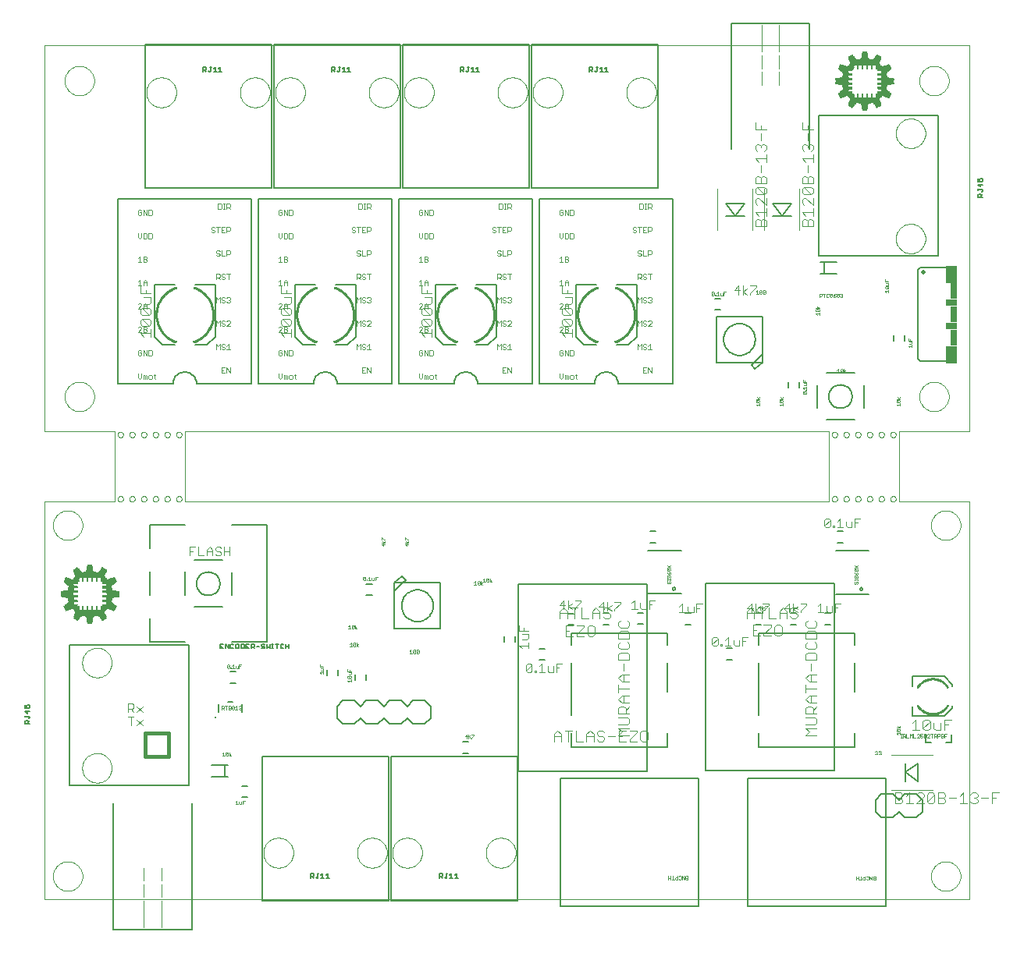
<source format=gto>
G75*
G70*
%OFA0B0*%
%FSLAX24Y24*%
%IPPOS*%
%LPD*%
%AMOC8*
5,1,8,0,0,1.08239X$1,22.5*
%
%ADD10C,0.0000*%
%ADD11C,0.0030*%
%ADD12C,0.0160*%
%ADD13R,0.0213X0.0003*%
%ADD14R,0.0217X0.0003*%
%ADD15R,0.0222X0.0003*%
%ADD16R,0.0227X0.0003*%
%ADD17R,0.0233X0.0003*%
%ADD18R,0.0235X0.0003*%
%ADD19R,0.0238X0.0003*%
%ADD20R,0.0243X0.0003*%
%ADD21R,0.0248X0.0003*%
%ADD22R,0.0253X0.0003*%
%ADD23R,0.0003X0.0003*%
%ADD24R,0.0010X0.0003*%
%ADD25R,0.0018X0.0003*%
%ADD26R,0.0022X0.0003*%
%ADD27R,0.0020X0.0003*%
%ADD28R,0.0027X0.0003*%
%ADD29R,0.0257X0.0003*%
%ADD30R,0.0035X0.0003*%
%ADD31R,0.0043X0.0003*%
%ADD32R,0.0047X0.0003*%
%ADD33R,0.0055X0.0003*%
%ADD34R,0.0063X0.0003*%
%ADD35R,0.0060X0.0003*%
%ADD36R,0.0065X0.0003*%
%ADD37R,0.0262X0.0003*%
%ADD38R,0.0073X0.0003*%
%ADD39R,0.0080X0.0003*%
%ADD40R,0.0088X0.0003*%
%ADD41R,0.0092X0.0003*%
%ADD42R,0.0100X0.0003*%
%ADD43R,0.0105X0.0003*%
%ADD44R,0.0267X0.0003*%
%ADD45R,0.0113X0.0003*%
%ADD46R,0.0118X0.0003*%
%ADD47R,0.0125X0.0003*%
%ADD48R,0.0133X0.0003*%
%ADD49R,0.0138X0.0003*%
%ADD50R,0.0273X0.0003*%
%ADD51R,0.0140X0.0003*%
%ADD52R,0.0143X0.0003*%
%ADD53R,0.0150X0.0003*%
%ADD54R,0.0158X0.0003*%
%ADD55R,0.0163X0.0003*%
%ADD56R,0.0170X0.0003*%
%ADD57R,0.0177X0.0003*%
%ADD58R,0.0278X0.0003*%
%ADD59R,0.0182X0.0003*%
%ADD60R,0.0187X0.0003*%
%ADD61R,0.0195X0.0003*%
%ADD62R,0.0203X0.0003*%
%ADD63R,0.0210X0.0003*%
%ADD64R,0.0215X0.0003*%
%ADD65R,0.0283X0.0003*%
%ADD66R,0.0220X0.0003*%
%ADD67R,0.0240X0.0003*%
%ADD68R,0.0285X0.0003*%
%ADD69R,0.0255X0.0003*%
%ADD70R,0.0288X0.0003*%
%ADD71R,0.0265X0.0003*%
%ADD72R,0.0270X0.0003*%
%ADD73R,0.0275X0.0003*%
%ADD74R,0.0293X0.0003*%
%ADD75R,0.0280X0.0003*%
%ADD76R,0.0297X0.0003*%
%ADD77R,0.0300X0.0003*%
%ADD78R,0.0290X0.0003*%
%ADD79R,0.0302X0.0003*%
%ADD80R,0.0295X0.0003*%
%ADD81R,0.0308X0.0003*%
%ADD82R,0.0313X0.0003*%
%ADD83R,0.0305X0.0003*%
%ADD84R,0.0333X0.0003*%
%ADD85R,0.0310X0.0003*%
%ADD86R,0.0362X0.0003*%
%ADD87R,0.0388X0.0003*%
%ADD88R,0.0413X0.0003*%
%ADD89R,0.0432X0.0003*%
%ADD90R,0.0315X0.0003*%
%ADD91R,0.0452X0.0003*%
%ADD92R,0.0473X0.0003*%
%ADD93R,0.0318X0.0003*%
%ADD94R,0.0493X0.0003*%
%ADD95R,0.0512X0.0003*%
%ADD96R,0.0320X0.0003*%
%ADD97R,0.0527X0.0003*%
%ADD98R,0.0548X0.0003*%
%ADD99R,0.0323X0.0003*%
%ADD100R,0.0563X0.0003*%
%ADD101R,0.0578X0.0003*%
%ADD102R,0.0325X0.0003*%
%ADD103R,0.0597X0.0003*%
%ADD104R,0.0610X0.0003*%
%ADD105R,0.0328X0.0003*%
%ADD106R,0.0625X0.0003*%
%ADD107R,0.0640X0.0003*%
%ADD108R,0.0653X0.0003*%
%ADD109R,0.0330X0.0003*%
%ADD110R,0.0668X0.0003*%
%ADD111R,0.1338X0.0003*%
%ADD112R,0.1333X0.0003*%
%ADD113R,0.1328X0.0003*%
%ADD114R,0.1323X0.0003*%
%ADD115R,0.1318X0.0003*%
%ADD116R,0.1313X0.0003*%
%ADD117R,0.1308X0.0003*%
%ADD118R,0.1303X0.0003*%
%ADD119R,0.1298X0.0003*%
%ADD120R,0.1293X0.0003*%
%ADD121R,0.1288X0.0003*%
%ADD122R,0.1283X0.0003*%
%ADD123R,0.1278X0.0003*%
%ADD124R,0.1273X0.0003*%
%ADD125R,0.1268X0.0003*%
%ADD126R,0.1263X0.0003*%
%ADD127R,0.1258X0.0003*%
%ADD128R,0.1253X0.0003*%
%ADD129R,0.1248X0.0003*%
%ADD130R,0.1243X0.0003*%
%ADD131R,0.1238X0.0003*%
%ADD132R,0.1233X0.0003*%
%ADD133R,0.1230X0.0003*%
%ADD134R,0.1228X0.0003*%
%ADD135R,0.1250X0.0003*%
%ADD136R,0.1290X0.0003*%
%ADD137R,0.1295X0.0003*%
%ADD138R,0.0025X0.0003*%
%ADD139R,0.0045X0.0003*%
%ADD140R,0.0050X0.0003*%
%ADD141R,0.0067X0.0003*%
%ADD142R,0.0655X0.0003*%
%ADD143R,0.0120X0.0003*%
%ADD144R,0.0077X0.0003*%
%ADD145R,0.0107X0.0003*%
%ADD146R,0.0225X0.0003*%
%ADD147R,0.0083X0.0003*%
%ADD148R,0.0103X0.0003*%
%ADD149R,0.0095X0.0003*%
%ADD150R,0.0085X0.0003*%
%ADD151R,0.0090X0.0003*%
%ADD152R,0.0110X0.0003*%
%ADD153R,0.0135X0.0003*%
%ADD154R,0.0230X0.0003*%
%ADD155R,0.0145X0.0003*%
%ADD156R,0.0160X0.0003*%
%ADD157R,0.0168X0.0003*%
%ADD158R,0.0175X0.0003*%
%ADD159R,0.0245X0.0003*%
%ADD160R,0.0193X0.0003*%
%ADD161R,0.0250X0.0003*%
%ADD162R,0.0208X0.0003*%
%ADD163R,0.0260X0.0003*%
%ADD164R,0.0335X0.0003*%
%ADD165R,0.0340X0.0003*%
%ADD166R,0.0628X0.0003*%
%ADD167R,0.0620X0.0003*%
%ADD168R,0.0630X0.0003*%
%ADD169R,0.0623X0.0003*%
%ADD170R,0.0633X0.0003*%
%ADD171R,0.0635X0.0003*%
%ADD172R,0.0638X0.0003*%
%ADD173R,0.0643X0.0003*%
%ADD174R,0.0645X0.0003*%
%ADD175R,0.0648X0.0003*%
%ADD176R,0.0650X0.0003*%
%ADD177R,0.0658X0.0003*%
%ADD178R,0.0660X0.0003*%
%ADD179R,0.0663X0.0003*%
%ADD180R,0.0665X0.0003*%
%ADD181R,0.0670X0.0003*%
%ADD182R,0.0673X0.0003*%
%ADD183R,0.0617X0.0003*%
%ADD184R,0.0602X0.0003*%
%ADD185R,0.0607X0.0003*%
%ADD186R,0.0595X0.0003*%
%ADD187R,0.0592X0.0003*%
%ADD188R,0.0600X0.0003*%
%ADD189R,0.0585X0.0003*%
%ADD190R,0.0583X0.0003*%
%ADD191R,0.0590X0.0003*%
%ADD192R,0.0580X0.0003*%
%ADD193R,0.0573X0.0003*%
%ADD194R,0.0568X0.0003*%
%ADD195R,0.0565X0.0003*%
%ADD196R,0.0560X0.0003*%
%ADD197R,0.0558X0.0003*%
%ADD198R,0.0550X0.0003*%
%ADD199R,0.0555X0.0003*%
%ADD200R,0.0545X0.0003*%
%ADD201R,0.0553X0.0003*%
%ADD202R,0.0543X0.0003*%
%ADD203R,0.0540X0.0003*%
%ADD204R,0.0535X0.0003*%
%ADD205R,0.0532X0.0003*%
%ADD206R,0.0530X0.0003*%
%ADD207R,0.0537X0.0003*%
%ADD208R,0.0525X0.0003*%
%ADD209R,0.0520X0.0003*%
%ADD210R,0.0517X0.0003*%
%ADD211R,0.0515X0.0003*%
%ADD212R,0.0522X0.0003*%
%ADD213R,0.0510X0.0003*%
%ADD214R,0.0505X0.0003*%
%ADD215R,0.0503X0.0003*%
%ADD216R,0.0500X0.0003*%
%ADD217R,0.0508X0.0003*%
%ADD218R,0.0498X0.0003*%
%ADD219R,0.0357X0.0003*%
%ADD220R,0.0345X0.0003*%
%ADD221R,0.0205X0.0003*%
%ADD222R,0.0372X0.0003*%
%ADD223R,0.0365X0.0003*%
%ADD224R,0.0367X0.0003*%
%ADD225R,0.0375X0.0003*%
%ADD226R,0.0370X0.0003*%
%ADD227R,0.0377X0.0003*%
%ADD228R,0.0380X0.0003*%
%ADD229R,0.0382X0.0003*%
%ADD230R,0.0385X0.0003*%
%ADD231R,0.0390X0.0003*%
%ADD232R,0.0393X0.0003*%
%ADD233R,0.0395X0.0003*%
%ADD234R,0.0355X0.0003*%
%ADD235R,0.0575X0.0003*%
%ADD236R,0.0675X0.0003*%
%ADD237R,0.0683X0.0003*%
%ADD238R,0.0690X0.0003*%
%ADD239R,0.0695X0.0003*%
%ADD240R,0.0703X0.0003*%
%ADD241R,0.0705X0.0003*%
%ADD242R,0.0715X0.0003*%
%ADD243R,0.0605X0.0003*%
%ADD244R,0.0343X0.0003*%
%ADD245R,0.0348X0.0003*%
%ADD246R,0.0338X0.0003*%
%ADD247R,0.0352X0.0003*%
%ADD248R,0.0570X0.0003*%
%ADD249R,0.0587X0.0003*%
%ADD250R,0.0612X0.0003*%
%ADD251R,0.1300X0.0003*%
%ADD252R,0.1255X0.0003*%
%ADD253R,0.0408X0.0003*%
%ADD254R,0.0165X0.0003*%
%ADD255C,0.0010*%
%ADD256C,0.0060*%
%ADD257C,0.0050*%
%ADD258C,0.0020*%
%ADD259C,0.0080*%
%ADD260C,0.0040*%
%ADD261C,0.0200*%
%ADD262R,0.0500X0.0750*%
%ADD263R,0.0300X0.0700*%
%ADD264R,0.0500X0.0300*%
%ADD265C,0.0100*%
D10*
X002142Y009407D02*
X002142Y026407D01*
X005142Y026407D01*
X005142Y029407D01*
X002142Y029407D01*
X002142Y045907D01*
X041642Y045907D01*
X041642Y029407D01*
X038642Y029407D01*
X038642Y026407D01*
X041642Y026407D01*
X041642Y009407D01*
X002142Y009407D01*
X002512Y010407D02*
X002514Y010457D01*
X002520Y010507D01*
X002530Y010556D01*
X002544Y010604D01*
X002561Y010651D01*
X002582Y010696D01*
X002607Y010740D01*
X002635Y010781D01*
X002667Y010820D01*
X002701Y010857D01*
X002738Y010891D01*
X002778Y010921D01*
X002820Y010948D01*
X002864Y010972D01*
X002910Y010993D01*
X002957Y011009D01*
X003005Y011022D01*
X003055Y011031D01*
X003104Y011036D01*
X003155Y011037D01*
X003205Y011034D01*
X003254Y011027D01*
X003303Y011016D01*
X003351Y011001D01*
X003397Y010983D01*
X003442Y010961D01*
X003485Y010935D01*
X003526Y010906D01*
X003565Y010874D01*
X003601Y010839D01*
X003633Y010801D01*
X003663Y010761D01*
X003690Y010718D01*
X003713Y010674D01*
X003732Y010628D01*
X003748Y010580D01*
X003760Y010531D01*
X003768Y010482D01*
X003772Y010432D01*
X003772Y010382D01*
X003768Y010332D01*
X003760Y010283D01*
X003748Y010234D01*
X003732Y010186D01*
X003713Y010140D01*
X003690Y010096D01*
X003663Y010053D01*
X003633Y010013D01*
X003601Y009975D01*
X003565Y009940D01*
X003526Y009908D01*
X003485Y009879D01*
X003442Y009853D01*
X003397Y009831D01*
X003351Y009813D01*
X003303Y009798D01*
X003254Y009787D01*
X003205Y009780D01*
X003155Y009777D01*
X003104Y009778D01*
X003055Y009783D01*
X003005Y009792D01*
X002957Y009805D01*
X002910Y009821D01*
X002864Y009842D01*
X002820Y009866D01*
X002778Y009893D01*
X002738Y009923D01*
X002701Y009957D01*
X002667Y009994D01*
X002635Y010033D01*
X002607Y010074D01*
X002582Y010118D01*
X002561Y010163D01*
X002544Y010210D01*
X002530Y010258D01*
X002520Y010307D01*
X002514Y010357D01*
X002512Y010407D01*
X003762Y015032D02*
X003764Y015082D01*
X003770Y015132D01*
X003780Y015181D01*
X003794Y015229D01*
X003811Y015276D01*
X003832Y015321D01*
X003857Y015365D01*
X003885Y015406D01*
X003917Y015445D01*
X003951Y015482D01*
X003988Y015516D01*
X004028Y015546D01*
X004070Y015573D01*
X004114Y015597D01*
X004160Y015618D01*
X004207Y015634D01*
X004255Y015647D01*
X004305Y015656D01*
X004354Y015661D01*
X004405Y015662D01*
X004455Y015659D01*
X004504Y015652D01*
X004553Y015641D01*
X004601Y015626D01*
X004647Y015608D01*
X004692Y015586D01*
X004735Y015560D01*
X004776Y015531D01*
X004815Y015499D01*
X004851Y015464D01*
X004883Y015426D01*
X004913Y015386D01*
X004940Y015343D01*
X004963Y015299D01*
X004982Y015253D01*
X004998Y015205D01*
X005010Y015156D01*
X005018Y015107D01*
X005022Y015057D01*
X005022Y015007D01*
X005018Y014957D01*
X005010Y014908D01*
X004998Y014859D01*
X004982Y014811D01*
X004963Y014765D01*
X004940Y014721D01*
X004913Y014678D01*
X004883Y014638D01*
X004851Y014600D01*
X004815Y014565D01*
X004776Y014533D01*
X004735Y014504D01*
X004692Y014478D01*
X004647Y014456D01*
X004601Y014438D01*
X004553Y014423D01*
X004504Y014412D01*
X004455Y014405D01*
X004405Y014402D01*
X004354Y014403D01*
X004305Y014408D01*
X004255Y014417D01*
X004207Y014430D01*
X004160Y014446D01*
X004114Y014467D01*
X004070Y014491D01*
X004028Y014518D01*
X003988Y014548D01*
X003951Y014582D01*
X003917Y014619D01*
X003885Y014658D01*
X003857Y014699D01*
X003832Y014743D01*
X003811Y014788D01*
X003794Y014835D01*
X003780Y014883D01*
X003770Y014932D01*
X003764Y014982D01*
X003762Y015032D01*
X003762Y019532D02*
X003764Y019582D01*
X003770Y019632D01*
X003780Y019681D01*
X003794Y019729D01*
X003811Y019776D01*
X003832Y019821D01*
X003857Y019865D01*
X003885Y019906D01*
X003917Y019945D01*
X003951Y019982D01*
X003988Y020016D01*
X004028Y020046D01*
X004070Y020073D01*
X004114Y020097D01*
X004160Y020118D01*
X004207Y020134D01*
X004255Y020147D01*
X004305Y020156D01*
X004354Y020161D01*
X004405Y020162D01*
X004455Y020159D01*
X004504Y020152D01*
X004553Y020141D01*
X004601Y020126D01*
X004647Y020108D01*
X004692Y020086D01*
X004735Y020060D01*
X004776Y020031D01*
X004815Y019999D01*
X004851Y019964D01*
X004883Y019926D01*
X004913Y019886D01*
X004940Y019843D01*
X004963Y019799D01*
X004982Y019753D01*
X004998Y019705D01*
X005010Y019656D01*
X005018Y019607D01*
X005022Y019557D01*
X005022Y019507D01*
X005018Y019457D01*
X005010Y019408D01*
X004998Y019359D01*
X004982Y019311D01*
X004963Y019265D01*
X004940Y019221D01*
X004913Y019178D01*
X004883Y019138D01*
X004851Y019100D01*
X004815Y019065D01*
X004776Y019033D01*
X004735Y019004D01*
X004692Y018978D01*
X004647Y018956D01*
X004601Y018938D01*
X004553Y018923D01*
X004504Y018912D01*
X004455Y018905D01*
X004405Y018902D01*
X004354Y018903D01*
X004305Y018908D01*
X004255Y018917D01*
X004207Y018930D01*
X004160Y018946D01*
X004114Y018967D01*
X004070Y018991D01*
X004028Y019018D01*
X003988Y019048D01*
X003951Y019082D01*
X003917Y019119D01*
X003885Y019158D01*
X003857Y019199D01*
X003832Y019243D01*
X003811Y019288D01*
X003794Y019335D01*
X003780Y019383D01*
X003770Y019432D01*
X003764Y019482D01*
X003762Y019532D01*
X002512Y025407D02*
X002514Y025457D01*
X002520Y025507D01*
X002530Y025556D01*
X002544Y025604D01*
X002561Y025651D01*
X002582Y025696D01*
X002607Y025740D01*
X002635Y025781D01*
X002667Y025820D01*
X002701Y025857D01*
X002738Y025891D01*
X002778Y025921D01*
X002820Y025948D01*
X002864Y025972D01*
X002910Y025993D01*
X002957Y026009D01*
X003005Y026022D01*
X003055Y026031D01*
X003104Y026036D01*
X003155Y026037D01*
X003205Y026034D01*
X003254Y026027D01*
X003303Y026016D01*
X003351Y026001D01*
X003397Y025983D01*
X003442Y025961D01*
X003485Y025935D01*
X003526Y025906D01*
X003565Y025874D01*
X003601Y025839D01*
X003633Y025801D01*
X003663Y025761D01*
X003690Y025718D01*
X003713Y025674D01*
X003732Y025628D01*
X003748Y025580D01*
X003760Y025531D01*
X003768Y025482D01*
X003772Y025432D01*
X003772Y025382D01*
X003768Y025332D01*
X003760Y025283D01*
X003748Y025234D01*
X003732Y025186D01*
X003713Y025140D01*
X003690Y025096D01*
X003663Y025053D01*
X003633Y025013D01*
X003601Y024975D01*
X003565Y024940D01*
X003526Y024908D01*
X003485Y024879D01*
X003442Y024853D01*
X003397Y024831D01*
X003351Y024813D01*
X003303Y024798D01*
X003254Y024787D01*
X003205Y024780D01*
X003155Y024777D01*
X003104Y024778D01*
X003055Y024783D01*
X003005Y024792D01*
X002957Y024805D01*
X002910Y024821D01*
X002864Y024842D01*
X002820Y024866D01*
X002778Y024893D01*
X002738Y024923D01*
X002701Y024957D01*
X002667Y024994D01*
X002635Y025033D01*
X002607Y025074D01*
X002582Y025118D01*
X002561Y025163D01*
X002544Y025210D01*
X002530Y025258D01*
X002520Y025307D01*
X002514Y025357D01*
X002512Y025407D01*
X005274Y026532D02*
X005276Y026553D01*
X005282Y026573D01*
X005291Y026593D01*
X005303Y026610D01*
X005318Y026624D01*
X005336Y026636D01*
X005356Y026644D01*
X005376Y026649D01*
X005397Y026650D01*
X005418Y026647D01*
X005438Y026641D01*
X005457Y026630D01*
X005474Y026617D01*
X005487Y026601D01*
X005498Y026583D01*
X005506Y026563D01*
X005510Y026543D01*
X005510Y026521D01*
X005506Y026501D01*
X005498Y026481D01*
X005487Y026463D01*
X005474Y026447D01*
X005457Y026434D01*
X005438Y026423D01*
X005418Y026417D01*
X005397Y026414D01*
X005376Y026415D01*
X005356Y026420D01*
X005336Y026428D01*
X005318Y026440D01*
X005303Y026454D01*
X005291Y026471D01*
X005282Y026491D01*
X005276Y026511D01*
X005274Y026532D01*
X005774Y026532D02*
X005776Y026553D01*
X005782Y026573D01*
X005791Y026593D01*
X005803Y026610D01*
X005818Y026624D01*
X005836Y026636D01*
X005856Y026644D01*
X005876Y026649D01*
X005897Y026650D01*
X005918Y026647D01*
X005938Y026641D01*
X005957Y026630D01*
X005974Y026617D01*
X005987Y026601D01*
X005998Y026583D01*
X006006Y026563D01*
X006010Y026543D01*
X006010Y026521D01*
X006006Y026501D01*
X005998Y026481D01*
X005987Y026463D01*
X005974Y026447D01*
X005957Y026434D01*
X005938Y026423D01*
X005918Y026417D01*
X005897Y026414D01*
X005876Y026415D01*
X005856Y026420D01*
X005836Y026428D01*
X005818Y026440D01*
X005803Y026454D01*
X005791Y026471D01*
X005782Y026491D01*
X005776Y026511D01*
X005774Y026532D01*
X006274Y026532D02*
X006276Y026553D01*
X006282Y026573D01*
X006291Y026593D01*
X006303Y026610D01*
X006318Y026624D01*
X006336Y026636D01*
X006356Y026644D01*
X006376Y026649D01*
X006397Y026650D01*
X006418Y026647D01*
X006438Y026641D01*
X006457Y026630D01*
X006474Y026617D01*
X006487Y026601D01*
X006498Y026583D01*
X006506Y026563D01*
X006510Y026543D01*
X006510Y026521D01*
X006506Y026501D01*
X006498Y026481D01*
X006487Y026463D01*
X006474Y026447D01*
X006457Y026434D01*
X006438Y026423D01*
X006418Y026417D01*
X006397Y026414D01*
X006376Y026415D01*
X006356Y026420D01*
X006336Y026428D01*
X006318Y026440D01*
X006303Y026454D01*
X006291Y026471D01*
X006282Y026491D01*
X006276Y026511D01*
X006274Y026532D01*
X006774Y026532D02*
X006776Y026553D01*
X006782Y026573D01*
X006791Y026593D01*
X006803Y026610D01*
X006818Y026624D01*
X006836Y026636D01*
X006856Y026644D01*
X006876Y026649D01*
X006897Y026650D01*
X006918Y026647D01*
X006938Y026641D01*
X006957Y026630D01*
X006974Y026617D01*
X006987Y026601D01*
X006998Y026583D01*
X007006Y026563D01*
X007010Y026543D01*
X007010Y026521D01*
X007006Y026501D01*
X006998Y026481D01*
X006987Y026463D01*
X006974Y026447D01*
X006957Y026434D01*
X006938Y026423D01*
X006918Y026417D01*
X006897Y026414D01*
X006876Y026415D01*
X006856Y026420D01*
X006836Y026428D01*
X006818Y026440D01*
X006803Y026454D01*
X006791Y026471D01*
X006782Y026491D01*
X006776Y026511D01*
X006774Y026532D01*
X007274Y026532D02*
X007276Y026553D01*
X007282Y026573D01*
X007291Y026593D01*
X007303Y026610D01*
X007318Y026624D01*
X007336Y026636D01*
X007356Y026644D01*
X007376Y026649D01*
X007397Y026650D01*
X007418Y026647D01*
X007438Y026641D01*
X007457Y026630D01*
X007474Y026617D01*
X007487Y026601D01*
X007498Y026583D01*
X007506Y026563D01*
X007510Y026543D01*
X007510Y026521D01*
X007506Y026501D01*
X007498Y026481D01*
X007487Y026463D01*
X007474Y026447D01*
X007457Y026434D01*
X007438Y026423D01*
X007418Y026417D01*
X007397Y026414D01*
X007376Y026415D01*
X007356Y026420D01*
X007336Y026428D01*
X007318Y026440D01*
X007303Y026454D01*
X007291Y026471D01*
X007282Y026491D01*
X007276Y026511D01*
X007274Y026532D01*
X007774Y026532D02*
X007776Y026553D01*
X007782Y026573D01*
X007791Y026593D01*
X007803Y026610D01*
X007818Y026624D01*
X007836Y026636D01*
X007856Y026644D01*
X007876Y026649D01*
X007897Y026650D01*
X007918Y026647D01*
X007938Y026641D01*
X007957Y026630D01*
X007974Y026617D01*
X007987Y026601D01*
X007998Y026583D01*
X008006Y026563D01*
X008010Y026543D01*
X008010Y026521D01*
X008006Y026501D01*
X007998Y026481D01*
X007987Y026463D01*
X007974Y026447D01*
X007957Y026434D01*
X007938Y026423D01*
X007918Y026417D01*
X007897Y026414D01*
X007876Y026415D01*
X007856Y026420D01*
X007836Y026428D01*
X007818Y026440D01*
X007803Y026454D01*
X007791Y026471D01*
X007782Y026491D01*
X007776Y026511D01*
X007774Y026532D01*
X008142Y026407D02*
X008142Y029407D01*
X035642Y029407D01*
X035642Y026407D01*
X008142Y026407D01*
X007774Y029282D02*
X007776Y029303D01*
X007782Y029323D01*
X007791Y029343D01*
X007803Y029360D01*
X007818Y029374D01*
X007836Y029386D01*
X007856Y029394D01*
X007876Y029399D01*
X007897Y029400D01*
X007918Y029397D01*
X007938Y029391D01*
X007957Y029380D01*
X007974Y029367D01*
X007987Y029351D01*
X007998Y029333D01*
X008006Y029313D01*
X008010Y029293D01*
X008010Y029271D01*
X008006Y029251D01*
X007998Y029231D01*
X007987Y029213D01*
X007974Y029197D01*
X007957Y029184D01*
X007938Y029173D01*
X007918Y029167D01*
X007897Y029164D01*
X007876Y029165D01*
X007856Y029170D01*
X007836Y029178D01*
X007818Y029190D01*
X007803Y029204D01*
X007791Y029221D01*
X007782Y029241D01*
X007776Y029261D01*
X007774Y029282D01*
X007274Y029282D02*
X007276Y029303D01*
X007282Y029323D01*
X007291Y029343D01*
X007303Y029360D01*
X007318Y029374D01*
X007336Y029386D01*
X007356Y029394D01*
X007376Y029399D01*
X007397Y029400D01*
X007418Y029397D01*
X007438Y029391D01*
X007457Y029380D01*
X007474Y029367D01*
X007487Y029351D01*
X007498Y029333D01*
X007506Y029313D01*
X007510Y029293D01*
X007510Y029271D01*
X007506Y029251D01*
X007498Y029231D01*
X007487Y029213D01*
X007474Y029197D01*
X007457Y029184D01*
X007438Y029173D01*
X007418Y029167D01*
X007397Y029164D01*
X007376Y029165D01*
X007356Y029170D01*
X007336Y029178D01*
X007318Y029190D01*
X007303Y029204D01*
X007291Y029221D01*
X007282Y029241D01*
X007276Y029261D01*
X007274Y029282D01*
X006774Y029282D02*
X006776Y029303D01*
X006782Y029323D01*
X006791Y029343D01*
X006803Y029360D01*
X006818Y029374D01*
X006836Y029386D01*
X006856Y029394D01*
X006876Y029399D01*
X006897Y029400D01*
X006918Y029397D01*
X006938Y029391D01*
X006957Y029380D01*
X006974Y029367D01*
X006987Y029351D01*
X006998Y029333D01*
X007006Y029313D01*
X007010Y029293D01*
X007010Y029271D01*
X007006Y029251D01*
X006998Y029231D01*
X006987Y029213D01*
X006974Y029197D01*
X006957Y029184D01*
X006938Y029173D01*
X006918Y029167D01*
X006897Y029164D01*
X006876Y029165D01*
X006856Y029170D01*
X006836Y029178D01*
X006818Y029190D01*
X006803Y029204D01*
X006791Y029221D01*
X006782Y029241D01*
X006776Y029261D01*
X006774Y029282D01*
X006274Y029282D02*
X006276Y029303D01*
X006282Y029323D01*
X006291Y029343D01*
X006303Y029360D01*
X006318Y029374D01*
X006336Y029386D01*
X006356Y029394D01*
X006376Y029399D01*
X006397Y029400D01*
X006418Y029397D01*
X006438Y029391D01*
X006457Y029380D01*
X006474Y029367D01*
X006487Y029351D01*
X006498Y029333D01*
X006506Y029313D01*
X006510Y029293D01*
X006510Y029271D01*
X006506Y029251D01*
X006498Y029231D01*
X006487Y029213D01*
X006474Y029197D01*
X006457Y029184D01*
X006438Y029173D01*
X006418Y029167D01*
X006397Y029164D01*
X006376Y029165D01*
X006356Y029170D01*
X006336Y029178D01*
X006318Y029190D01*
X006303Y029204D01*
X006291Y029221D01*
X006282Y029241D01*
X006276Y029261D01*
X006274Y029282D01*
X005774Y029282D02*
X005776Y029303D01*
X005782Y029323D01*
X005791Y029343D01*
X005803Y029360D01*
X005818Y029374D01*
X005836Y029386D01*
X005856Y029394D01*
X005876Y029399D01*
X005897Y029400D01*
X005918Y029397D01*
X005938Y029391D01*
X005957Y029380D01*
X005974Y029367D01*
X005987Y029351D01*
X005998Y029333D01*
X006006Y029313D01*
X006010Y029293D01*
X006010Y029271D01*
X006006Y029251D01*
X005998Y029231D01*
X005987Y029213D01*
X005974Y029197D01*
X005957Y029184D01*
X005938Y029173D01*
X005918Y029167D01*
X005897Y029164D01*
X005876Y029165D01*
X005856Y029170D01*
X005836Y029178D01*
X005818Y029190D01*
X005803Y029204D01*
X005791Y029221D01*
X005782Y029241D01*
X005776Y029261D01*
X005774Y029282D01*
X005274Y029282D02*
X005276Y029303D01*
X005282Y029323D01*
X005291Y029343D01*
X005303Y029360D01*
X005318Y029374D01*
X005336Y029386D01*
X005356Y029394D01*
X005376Y029399D01*
X005397Y029400D01*
X005418Y029397D01*
X005438Y029391D01*
X005457Y029380D01*
X005474Y029367D01*
X005487Y029351D01*
X005498Y029333D01*
X005506Y029313D01*
X005510Y029293D01*
X005510Y029271D01*
X005506Y029251D01*
X005498Y029231D01*
X005487Y029213D01*
X005474Y029197D01*
X005457Y029184D01*
X005438Y029173D01*
X005418Y029167D01*
X005397Y029164D01*
X005376Y029165D01*
X005356Y029170D01*
X005336Y029178D01*
X005318Y029190D01*
X005303Y029204D01*
X005291Y029221D01*
X005282Y029241D01*
X005276Y029261D01*
X005274Y029282D01*
X003012Y030907D02*
X003014Y030957D01*
X003020Y031007D01*
X003030Y031056D01*
X003044Y031104D01*
X003061Y031151D01*
X003082Y031196D01*
X003107Y031240D01*
X003135Y031281D01*
X003167Y031320D01*
X003201Y031357D01*
X003238Y031391D01*
X003278Y031421D01*
X003320Y031448D01*
X003364Y031472D01*
X003410Y031493D01*
X003457Y031509D01*
X003505Y031522D01*
X003555Y031531D01*
X003604Y031536D01*
X003655Y031537D01*
X003705Y031534D01*
X003754Y031527D01*
X003803Y031516D01*
X003851Y031501D01*
X003897Y031483D01*
X003942Y031461D01*
X003985Y031435D01*
X004026Y031406D01*
X004065Y031374D01*
X004101Y031339D01*
X004133Y031301D01*
X004163Y031261D01*
X004190Y031218D01*
X004213Y031174D01*
X004232Y031128D01*
X004248Y031080D01*
X004260Y031031D01*
X004268Y030982D01*
X004272Y030932D01*
X004272Y030882D01*
X004268Y030832D01*
X004260Y030783D01*
X004248Y030734D01*
X004232Y030686D01*
X004213Y030640D01*
X004190Y030596D01*
X004163Y030553D01*
X004133Y030513D01*
X004101Y030475D01*
X004065Y030440D01*
X004026Y030408D01*
X003985Y030379D01*
X003942Y030353D01*
X003897Y030331D01*
X003851Y030313D01*
X003803Y030298D01*
X003754Y030287D01*
X003705Y030280D01*
X003655Y030277D01*
X003604Y030278D01*
X003555Y030283D01*
X003505Y030292D01*
X003457Y030305D01*
X003410Y030321D01*
X003364Y030342D01*
X003320Y030366D01*
X003278Y030393D01*
X003238Y030423D01*
X003201Y030457D01*
X003167Y030494D01*
X003135Y030533D01*
X003107Y030574D01*
X003082Y030618D01*
X003061Y030663D01*
X003044Y030710D01*
X003030Y030758D01*
X003020Y030807D01*
X003014Y030857D01*
X003012Y030907D01*
X006502Y043907D02*
X006504Y043957D01*
X006510Y044007D01*
X006520Y044056D01*
X006533Y044105D01*
X006551Y044152D01*
X006572Y044198D01*
X006596Y044241D01*
X006624Y044283D01*
X006655Y044323D01*
X006689Y044360D01*
X006726Y044394D01*
X006766Y044425D01*
X006808Y044453D01*
X006851Y044477D01*
X006897Y044498D01*
X006944Y044516D01*
X006993Y044529D01*
X007042Y044539D01*
X007092Y044545D01*
X007142Y044547D01*
X007192Y044545D01*
X007242Y044539D01*
X007291Y044529D01*
X007340Y044516D01*
X007387Y044498D01*
X007433Y044477D01*
X007476Y044453D01*
X007518Y044425D01*
X007558Y044394D01*
X007595Y044360D01*
X007629Y044323D01*
X007660Y044283D01*
X007688Y044241D01*
X007712Y044198D01*
X007733Y044152D01*
X007751Y044105D01*
X007764Y044056D01*
X007774Y044007D01*
X007780Y043957D01*
X007782Y043907D01*
X007780Y043857D01*
X007774Y043807D01*
X007764Y043758D01*
X007751Y043709D01*
X007733Y043662D01*
X007712Y043616D01*
X007688Y043573D01*
X007660Y043531D01*
X007629Y043491D01*
X007595Y043454D01*
X007558Y043420D01*
X007518Y043389D01*
X007476Y043361D01*
X007433Y043337D01*
X007387Y043316D01*
X007340Y043298D01*
X007291Y043285D01*
X007242Y043275D01*
X007192Y043269D01*
X007142Y043267D01*
X007092Y043269D01*
X007042Y043275D01*
X006993Y043285D01*
X006944Y043298D01*
X006897Y043316D01*
X006851Y043337D01*
X006808Y043361D01*
X006766Y043389D01*
X006726Y043420D01*
X006689Y043454D01*
X006655Y043491D01*
X006624Y043531D01*
X006596Y043573D01*
X006572Y043616D01*
X006551Y043662D01*
X006533Y043709D01*
X006520Y043758D01*
X006510Y043807D01*
X006504Y043857D01*
X006502Y043907D01*
X003012Y044407D02*
X003014Y044457D01*
X003020Y044507D01*
X003030Y044556D01*
X003044Y044604D01*
X003061Y044651D01*
X003082Y044696D01*
X003107Y044740D01*
X003135Y044781D01*
X003167Y044820D01*
X003201Y044857D01*
X003238Y044891D01*
X003278Y044921D01*
X003320Y044948D01*
X003364Y044972D01*
X003410Y044993D01*
X003457Y045009D01*
X003505Y045022D01*
X003555Y045031D01*
X003604Y045036D01*
X003655Y045037D01*
X003705Y045034D01*
X003754Y045027D01*
X003803Y045016D01*
X003851Y045001D01*
X003897Y044983D01*
X003942Y044961D01*
X003985Y044935D01*
X004026Y044906D01*
X004065Y044874D01*
X004101Y044839D01*
X004133Y044801D01*
X004163Y044761D01*
X004190Y044718D01*
X004213Y044674D01*
X004232Y044628D01*
X004248Y044580D01*
X004260Y044531D01*
X004268Y044482D01*
X004272Y044432D01*
X004272Y044382D01*
X004268Y044332D01*
X004260Y044283D01*
X004248Y044234D01*
X004232Y044186D01*
X004213Y044140D01*
X004190Y044096D01*
X004163Y044053D01*
X004133Y044013D01*
X004101Y043975D01*
X004065Y043940D01*
X004026Y043908D01*
X003985Y043879D01*
X003942Y043853D01*
X003897Y043831D01*
X003851Y043813D01*
X003803Y043798D01*
X003754Y043787D01*
X003705Y043780D01*
X003655Y043777D01*
X003604Y043778D01*
X003555Y043783D01*
X003505Y043792D01*
X003457Y043805D01*
X003410Y043821D01*
X003364Y043842D01*
X003320Y043866D01*
X003278Y043893D01*
X003238Y043923D01*
X003201Y043957D01*
X003167Y043994D01*
X003135Y044033D01*
X003107Y044074D01*
X003082Y044118D01*
X003061Y044163D01*
X003044Y044210D01*
X003030Y044258D01*
X003020Y044307D01*
X003014Y044357D01*
X003012Y044407D01*
X010502Y043907D02*
X010504Y043957D01*
X010510Y044007D01*
X010520Y044056D01*
X010533Y044105D01*
X010551Y044152D01*
X010572Y044198D01*
X010596Y044241D01*
X010624Y044283D01*
X010655Y044323D01*
X010689Y044360D01*
X010726Y044394D01*
X010766Y044425D01*
X010808Y044453D01*
X010851Y044477D01*
X010897Y044498D01*
X010944Y044516D01*
X010993Y044529D01*
X011042Y044539D01*
X011092Y044545D01*
X011142Y044547D01*
X011192Y044545D01*
X011242Y044539D01*
X011291Y044529D01*
X011340Y044516D01*
X011387Y044498D01*
X011433Y044477D01*
X011476Y044453D01*
X011518Y044425D01*
X011558Y044394D01*
X011595Y044360D01*
X011629Y044323D01*
X011660Y044283D01*
X011688Y044241D01*
X011712Y044198D01*
X011733Y044152D01*
X011751Y044105D01*
X011764Y044056D01*
X011774Y044007D01*
X011780Y043957D01*
X011782Y043907D01*
X011780Y043857D01*
X011774Y043807D01*
X011764Y043758D01*
X011751Y043709D01*
X011733Y043662D01*
X011712Y043616D01*
X011688Y043573D01*
X011660Y043531D01*
X011629Y043491D01*
X011595Y043454D01*
X011558Y043420D01*
X011518Y043389D01*
X011476Y043361D01*
X011433Y043337D01*
X011387Y043316D01*
X011340Y043298D01*
X011291Y043285D01*
X011242Y043275D01*
X011192Y043269D01*
X011142Y043267D01*
X011092Y043269D01*
X011042Y043275D01*
X010993Y043285D01*
X010944Y043298D01*
X010897Y043316D01*
X010851Y043337D01*
X010808Y043361D01*
X010766Y043389D01*
X010726Y043420D01*
X010689Y043454D01*
X010655Y043491D01*
X010624Y043531D01*
X010596Y043573D01*
X010572Y043616D01*
X010551Y043662D01*
X010533Y043709D01*
X010520Y043758D01*
X010510Y043807D01*
X010504Y043857D01*
X010502Y043907D01*
X012002Y043907D02*
X012004Y043957D01*
X012010Y044007D01*
X012020Y044056D01*
X012033Y044105D01*
X012051Y044152D01*
X012072Y044198D01*
X012096Y044241D01*
X012124Y044283D01*
X012155Y044323D01*
X012189Y044360D01*
X012226Y044394D01*
X012266Y044425D01*
X012308Y044453D01*
X012351Y044477D01*
X012397Y044498D01*
X012444Y044516D01*
X012493Y044529D01*
X012542Y044539D01*
X012592Y044545D01*
X012642Y044547D01*
X012692Y044545D01*
X012742Y044539D01*
X012791Y044529D01*
X012840Y044516D01*
X012887Y044498D01*
X012933Y044477D01*
X012976Y044453D01*
X013018Y044425D01*
X013058Y044394D01*
X013095Y044360D01*
X013129Y044323D01*
X013160Y044283D01*
X013188Y044241D01*
X013212Y044198D01*
X013233Y044152D01*
X013251Y044105D01*
X013264Y044056D01*
X013274Y044007D01*
X013280Y043957D01*
X013282Y043907D01*
X013280Y043857D01*
X013274Y043807D01*
X013264Y043758D01*
X013251Y043709D01*
X013233Y043662D01*
X013212Y043616D01*
X013188Y043573D01*
X013160Y043531D01*
X013129Y043491D01*
X013095Y043454D01*
X013058Y043420D01*
X013018Y043389D01*
X012976Y043361D01*
X012933Y043337D01*
X012887Y043316D01*
X012840Y043298D01*
X012791Y043285D01*
X012742Y043275D01*
X012692Y043269D01*
X012642Y043267D01*
X012592Y043269D01*
X012542Y043275D01*
X012493Y043285D01*
X012444Y043298D01*
X012397Y043316D01*
X012351Y043337D01*
X012308Y043361D01*
X012266Y043389D01*
X012226Y043420D01*
X012189Y043454D01*
X012155Y043491D01*
X012124Y043531D01*
X012096Y043573D01*
X012072Y043616D01*
X012051Y043662D01*
X012033Y043709D01*
X012020Y043758D01*
X012010Y043807D01*
X012004Y043857D01*
X012002Y043907D01*
X016002Y043907D02*
X016004Y043957D01*
X016010Y044007D01*
X016020Y044056D01*
X016033Y044105D01*
X016051Y044152D01*
X016072Y044198D01*
X016096Y044241D01*
X016124Y044283D01*
X016155Y044323D01*
X016189Y044360D01*
X016226Y044394D01*
X016266Y044425D01*
X016308Y044453D01*
X016351Y044477D01*
X016397Y044498D01*
X016444Y044516D01*
X016493Y044529D01*
X016542Y044539D01*
X016592Y044545D01*
X016642Y044547D01*
X016692Y044545D01*
X016742Y044539D01*
X016791Y044529D01*
X016840Y044516D01*
X016887Y044498D01*
X016933Y044477D01*
X016976Y044453D01*
X017018Y044425D01*
X017058Y044394D01*
X017095Y044360D01*
X017129Y044323D01*
X017160Y044283D01*
X017188Y044241D01*
X017212Y044198D01*
X017233Y044152D01*
X017251Y044105D01*
X017264Y044056D01*
X017274Y044007D01*
X017280Y043957D01*
X017282Y043907D01*
X017280Y043857D01*
X017274Y043807D01*
X017264Y043758D01*
X017251Y043709D01*
X017233Y043662D01*
X017212Y043616D01*
X017188Y043573D01*
X017160Y043531D01*
X017129Y043491D01*
X017095Y043454D01*
X017058Y043420D01*
X017018Y043389D01*
X016976Y043361D01*
X016933Y043337D01*
X016887Y043316D01*
X016840Y043298D01*
X016791Y043285D01*
X016742Y043275D01*
X016692Y043269D01*
X016642Y043267D01*
X016592Y043269D01*
X016542Y043275D01*
X016493Y043285D01*
X016444Y043298D01*
X016397Y043316D01*
X016351Y043337D01*
X016308Y043361D01*
X016266Y043389D01*
X016226Y043420D01*
X016189Y043454D01*
X016155Y043491D01*
X016124Y043531D01*
X016096Y043573D01*
X016072Y043616D01*
X016051Y043662D01*
X016033Y043709D01*
X016020Y043758D01*
X016010Y043807D01*
X016004Y043857D01*
X016002Y043907D01*
X017502Y043907D02*
X017504Y043957D01*
X017510Y044007D01*
X017520Y044056D01*
X017533Y044105D01*
X017551Y044152D01*
X017572Y044198D01*
X017596Y044241D01*
X017624Y044283D01*
X017655Y044323D01*
X017689Y044360D01*
X017726Y044394D01*
X017766Y044425D01*
X017808Y044453D01*
X017851Y044477D01*
X017897Y044498D01*
X017944Y044516D01*
X017993Y044529D01*
X018042Y044539D01*
X018092Y044545D01*
X018142Y044547D01*
X018192Y044545D01*
X018242Y044539D01*
X018291Y044529D01*
X018340Y044516D01*
X018387Y044498D01*
X018433Y044477D01*
X018476Y044453D01*
X018518Y044425D01*
X018558Y044394D01*
X018595Y044360D01*
X018629Y044323D01*
X018660Y044283D01*
X018688Y044241D01*
X018712Y044198D01*
X018733Y044152D01*
X018751Y044105D01*
X018764Y044056D01*
X018774Y044007D01*
X018780Y043957D01*
X018782Y043907D01*
X018780Y043857D01*
X018774Y043807D01*
X018764Y043758D01*
X018751Y043709D01*
X018733Y043662D01*
X018712Y043616D01*
X018688Y043573D01*
X018660Y043531D01*
X018629Y043491D01*
X018595Y043454D01*
X018558Y043420D01*
X018518Y043389D01*
X018476Y043361D01*
X018433Y043337D01*
X018387Y043316D01*
X018340Y043298D01*
X018291Y043285D01*
X018242Y043275D01*
X018192Y043269D01*
X018142Y043267D01*
X018092Y043269D01*
X018042Y043275D01*
X017993Y043285D01*
X017944Y043298D01*
X017897Y043316D01*
X017851Y043337D01*
X017808Y043361D01*
X017766Y043389D01*
X017726Y043420D01*
X017689Y043454D01*
X017655Y043491D01*
X017624Y043531D01*
X017596Y043573D01*
X017572Y043616D01*
X017551Y043662D01*
X017533Y043709D01*
X017520Y043758D01*
X017510Y043807D01*
X017504Y043857D01*
X017502Y043907D01*
X021502Y043907D02*
X021504Y043957D01*
X021510Y044007D01*
X021520Y044056D01*
X021533Y044105D01*
X021551Y044152D01*
X021572Y044198D01*
X021596Y044241D01*
X021624Y044283D01*
X021655Y044323D01*
X021689Y044360D01*
X021726Y044394D01*
X021766Y044425D01*
X021808Y044453D01*
X021851Y044477D01*
X021897Y044498D01*
X021944Y044516D01*
X021993Y044529D01*
X022042Y044539D01*
X022092Y044545D01*
X022142Y044547D01*
X022192Y044545D01*
X022242Y044539D01*
X022291Y044529D01*
X022340Y044516D01*
X022387Y044498D01*
X022433Y044477D01*
X022476Y044453D01*
X022518Y044425D01*
X022558Y044394D01*
X022595Y044360D01*
X022629Y044323D01*
X022660Y044283D01*
X022688Y044241D01*
X022712Y044198D01*
X022733Y044152D01*
X022751Y044105D01*
X022764Y044056D01*
X022774Y044007D01*
X022780Y043957D01*
X022782Y043907D01*
X022780Y043857D01*
X022774Y043807D01*
X022764Y043758D01*
X022751Y043709D01*
X022733Y043662D01*
X022712Y043616D01*
X022688Y043573D01*
X022660Y043531D01*
X022629Y043491D01*
X022595Y043454D01*
X022558Y043420D01*
X022518Y043389D01*
X022476Y043361D01*
X022433Y043337D01*
X022387Y043316D01*
X022340Y043298D01*
X022291Y043285D01*
X022242Y043275D01*
X022192Y043269D01*
X022142Y043267D01*
X022092Y043269D01*
X022042Y043275D01*
X021993Y043285D01*
X021944Y043298D01*
X021897Y043316D01*
X021851Y043337D01*
X021808Y043361D01*
X021766Y043389D01*
X021726Y043420D01*
X021689Y043454D01*
X021655Y043491D01*
X021624Y043531D01*
X021596Y043573D01*
X021572Y043616D01*
X021551Y043662D01*
X021533Y043709D01*
X021520Y043758D01*
X021510Y043807D01*
X021504Y043857D01*
X021502Y043907D01*
X023002Y043907D02*
X023004Y043957D01*
X023010Y044007D01*
X023020Y044056D01*
X023033Y044105D01*
X023051Y044152D01*
X023072Y044198D01*
X023096Y044241D01*
X023124Y044283D01*
X023155Y044323D01*
X023189Y044360D01*
X023226Y044394D01*
X023266Y044425D01*
X023308Y044453D01*
X023351Y044477D01*
X023397Y044498D01*
X023444Y044516D01*
X023493Y044529D01*
X023542Y044539D01*
X023592Y044545D01*
X023642Y044547D01*
X023692Y044545D01*
X023742Y044539D01*
X023791Y044529D01*
X023840Y044516D01*
X023887Y044498D01*
X023933Y044477D01*
X023976Y044453D01*
X024018Y044425D01*
X024058Y044394D01*
X024095Y044360D01*
X024129Y044323D01*
X024160Y044283D01*
X024188Y044241D01*
X024212Y044198D01*
X024233Y044152D01*
X024251Y044105D01*
X024264Y044056D01*
X024274Y044007D01*
X024280Y043957D01*
X024282Y043907D01*
X024280Y043857D01*
X024274Y043807D01*
X024264Y043758D01*
X024251Y043709D01*
X024233Y043662D01*
X024212Y043616D01*
X024188Y043573D01*
X024160Y043531D01*
X024129Y043491D01*
X024095Y043454D01*
X024058Y043420D01*
X024018Y043389D01*
X023976Y043361D01*
X023933Y043337D01*
X023887Y043316D01*
X023840Y043298D01*
X023791Y043285D01*
X023742Y043275D01*
X023692Y043269D01*
X023642Y043267D01*
X023592Y043269D01*
X023542Y043275D01*
X023493Y043285D01*
X023444Y043298D01*
X023397Y043316D01*
X023351Y043337D01*
X023308Y043361D01*
X023266Y043389D01*
X023226Y043420D01*
X023189Y043454D01*
X023155Y043491D01*
X023124Y043531D01*
X023096Y043573D01*
X023072Y043616D01*
X023051Y043662D01*
X023033Y043709D01*
X023020Y043758D01*
X023010Y043807D01*
X023004Y043857D01*
X023002Y043907D01*
X027002Y043907D02*
X027004Y043957D01*
X027010Y044007D01*
X027020Y044056D01*
X027033Y044105D01*
X027051Y044152D01*
X027072Y044198D01*
X027096Y044241D01*
X027124Y044283D01*
X027155Y044323D01*
X027189Y044360D01*
X027226Y044394D01*
X027266Y044425D01*
X027308Y044453D01*
X027351Y044477D01*
X027397Y044498D01*
X027444Y044516D01*
X027493Y044529D01*
X027542Y044539D01*
X027592Y044545D01*
X027642Y044547D01*
X027692Y044545D01*
X027742Y044539D01*
X027791Y044529D01*
X027840Y044516D01*
X027887Y044498D01*
X027933Y044477D01*
X027976Y044453D01*
X028018Y044425D01*
X028058Y044394D01*
X028095Y044360D01*
X028129Y044323D01*
X028160Y044283D01*
X028188Y044241D01*
X028212Y044198D01*
X028233Y044152D01*
X028251Y044105D01*
X028264Y044056D01*
X028274Y044007D01*
X028280Y043957D01*
X028282Y043907D01*
X028280Y043857D01*
X028274Y043807D01*
X028264Y043758D01*
X028251Y043709D01*
X028233Y043662D01*
X028212Y043616D01*
X028188Y043573D01*
X028160Y043531D01*
X028129Y043491D01*
X028095Y043454D01*
X028058Y043420D01*
X028018Y043389D01*
X027976Y043361D01*
X027933Y043337D01*
X027887Y043316D01*
X027840Y043298D01*
X027791Y043285D01*
X027742Y043275D01*
X027692Y043269D01*
X027642Y043267D01*
X027592Y043269D01*
X027542Y043275D01*
X027493Y043285D01*
X027444Y043298D01*
X027397Y043316D01*
X027351Y043337D01*
X027308Y043361D01*
X027266Y043389D01*
X027226Y043420D01*
X027189Y043454D01*
X027155Y043491D01*
X027124Y043531D01*
X027096Y043573D01*
X027072Y043616D01*
X027051Y043662D01*
X027033Y043709D01*
X027020Y043758D01*
X027010Y043807D01*
X027004Y043857D01*
X027002Y043907D01*
X038512Y042157D02*
X038514Y042207D01*
X038520Y042257D01*
X038530Y042306D01*
X038544Y042354D01*
X038561Y042401D01*
X038582Y042446D01*
X038607Y042490D01*
X038635Y042531D01*
X038667Y042570D01*
X038701Y042607D01*
X038738Y042641D01*
X038778Y042671D01*
X038820Y042698D01*
X038864Y042722D01*
X038910Y042743D01*
X038957Y042759D01*
X039005Y042772D01*
X039055Y042781D01*
X039104Y042786D01*
X039155Y042787D01*
X039205Y042784D01*
X039254Y042777D01*
X039303Y042766D01*
X039351Y042751D01*
X039397Y042733D01*
X039442Y042711D01*
X039485Y042685D01*
X039526Y042656D01*
X039565Y042624D01*
X039601Y042589D01*
X039633Y042551D01*
X039663Y042511D01*
X039690Y042468D01*
X039713Y042424D01*
X039732Y042378D01*
X039748Y042330D01*
X039760Y042281D01*
X039768Y042232D01*
X039772Y042182D01*
X039772Y042132D01*
X039768Y042082D01*
X039760Y042033D01*
X039748Y041984D01*
X039732Y041936D01*
X039713Y041890D01*
X039690Y041846D01*
X039663Y041803D01*
X039633Y041763D01*
X039601Y041725D01*
X039565Y041690D01*
X039526Y041658D01*
X039485Y041629D01*
X039442Y041603D01*
X039397Y041581D01*
X039351Y041563D01*
X039303Y041548D01*
X039254Y041537D01*
X039205Y041530D01*
X039155Y041527D01*
X039104Y041528D01*
X039055Y041533D01*
X039005Y041542D01*
X038957Y041555D01*
X038910Y041571D01*
X038864Y041592D01*
X038820Y041616D01*
X038778Y041643D01*
X038738Y041673D01*
X038701Y041707D01*
X038667Y041744D01*
X038635Y041783D01*
X038607Y041824D01*
X038582Y041868D01*
X038561Y041913D01*
X038544Y041960D01*
X038530Y042008D01*
X038520Y042057D01*
X038514Y042107D01*
X038512Y042157D01*
X039512Y044407D02*
X039514Y044457D01*
X039520Y044507D01*
X039530Y044556D01*
X039544Y044604D01*
X039561Y044651D01*
X039582Y044696D01*
X039607Y044740D01*
X039635Y044781D01*
X039667Y044820D01*
X039701Y044857D01*
X039738Y044891D01*
X039778Y044921D01*
X039820Y044948D01*
X039864Y044972D01*
X039910Y044993D01*
X039957Y045009D01*
X040005Y045022D01*
X040055Y045031D01*
X040104Y045036D01*
X040155Y045037D01*
X040205Y045034D01*
X040254Y045027D01*
X040303Y045016D01*
X040351Y045001D01*
X040397Y044983D01*
X040442Y044961D01*
X040485Y044935D01*
X040526Y044906D01*
X040565Y044874D01*
X040601Y044839D01*
X040633Y044801D01*
X040663Y044761D01*
X040690Y044718D01*
X040713Y044674D01*
X040732Y044628D01*
X040748Y044580D01*
X040760Y044531D01*
X040768Y044482D01*
X040772Y044432D01*
X040772Y044382D01*
X040768Y044332D01*
X040760Y044283D01*
X040748Y044234D01*
X040732Y044186D01*
X040713Y044140D01*
X040690Y044096D01*
X040663Y044053D01*
X040633Y044013D01*
X040601Y043975D01*
X040565Y043940D01*
X040526Y043908D01*
X040485Y043879D01*
X040442Y043853D01*
X040397Y043831D01*
X040351Y043813D01*
X040303Y043798D01*
X040254Y043787D01*
X040205Y043780D01*
X040155Y043777D01*
X040104Y043778D01*
X040055Y043783D01*
X040005Y043792D01*
X039957Y043805D01*
X039910Y043821D01*
X039864Y043842D01*
X039820Y043866D01*
X039778Y043893D01*
X039738Y043923D01*
X039701Y043957D01*
X039667Y043994D01*
X039635Y044033D01*
X039607Y044074D01*
X039582Y044118D01*
X039561Y044163D01*
X039544Y044210D01*
X039530Y044258D01*
X039520Y044307D01*
X039514Y044357D01*
X039512Y044407D01*
X038512Y037657D02*
X038514Y037707D01*
X038520Y037757D01*
X038530Y037806D01*
X038544Y037854D01*
X038561Y037901D01*
X038582Y037946D01*
X038607Y037990D01*
X038635Y038031D01*
X038667Y038070D01*
X038701Y038107D01*
X038738Y038141D01*
X038778Y038171D01*
X038820Y038198D01*
X038864Y038222D01*
X038910Y038243D01*
X038957Y038259D01*
X039005Y038272D01*
X039055Y038281D01*
X039104Y038286D01*
X039155Y038287D01*
X039205Y038284D01*
X039254Y038277D01*
X039303Y038266D01*
X039351Y038251D01*
X039397Y038233D01*
X039442Y038211D01*
X039485Y038185D01*
X039526Y038156D01*
X039565Y038124D01*
X039601Y038089D01*
X039633Y038051D01*
X039663Y038011D01*
X039690Y037968D01*
X039713Y037924D01*
X039732Y037878D01*
X039748Y037830D01*
X039760Y037781D01*
X039768Y037732D01*
X039772Y037682D01*
X039772Y037632D01*
X039768Y037582D01*
X039760Y037533D01*
X039748Y037484D01*
X039732Y037436D01*
X039713Y037390D01*
X039690Y037346D01*
X039663Y037303D01*
X039633Y037263D01*
X039601Y037225D01*
X039565Y037190D01*
X039526Y037158D01*
X039485Y037129D01*
X039442Y037103D01*
X039397Y037081D01*
X039351Y037063D01*
X039303Y037048D01*
X039254Y037037D01*
X039205Y037030D01*
X039155Y037027D01*
X039104Y037028D01*
X039055Y037033D01*
X039005Y037042D01*
X038957Y037055D01*
X038910Y037071D01*
X038864Y037092D01*
X038820Y037116D01*
X038778Y037143D01*
X038738Y037173D01*
X038701Y037207D01*
X038667Y037244D01*
X038635Y037283D01*
X038607Y037324D01*
X038582Y037368D01*
X038561Y037413D01*
X038544Y037460D01*
X038530Y037508D01*
X038520Y037557D01*
X038514Y037607D01*
X038512Y037657D01*
X039512Y030907D02*
X039514Y030957D01*
X039520Y031007D01*
X039530Y031056D01*
X039544Y031104D01*
X039561Y031151D01*
X039582Y031196D01*
X039607Y031240D01*
X039635Y031281D01*
X039667Y031320D01*
X039701Y031357D01*
X039738Y031391D01*
X039778Y031421D01*
X039820Y031448D01*
X039864Y031472D01*
X039910Y031493D01*
X039957Y031509D01*
X040005Y031522D01*
X040055Y031531D01*
X040104Y031536D01*
X040155Y031537D01*
X040205Y031534D01*
X040254Y031527D01*
X040303Y031516D01*
X040351Y031501D01*
X040397Y031483D01*
X040442Y031461D01*
X040485Y031435D01*
X040526Y031406D01*
X040565Y031374D01*
X040601Y031339D01*
X040633Y031301D01*
X040663Y031261D01*
X040690Y031218D01*
X040713Y031174D01*
X040732Y031128D01*
X040748Y031080D01*
X040760Y031031D01*
X040768Y030982D01*
X040772Y030932D01*
X040772Y030882D01*
X040768Y030832D01*
X040760Y030783D01*
X040748Y030734D01*
X040732Y030686D01*
X040713Y030640D01*
X040690Y030596D01*
X040663Y030553D01*
X040633Y030513D01*
X040601Y030475D01*
X040565Y030440D01*
X040526Y030408D01*
X040485Y030379D01*
X040442Y030353D01*
X040397Y030331D01*
X040351Y030313D01*
X040303Y030298D01*
X040254Y030287D01*
X040205Y030280D01*
X040155Y030277D01*
X040104Y030278D01*
X040055Y030283D01*
X040005Y030292D01*
X039957Y030305D01*
X039910Y030321D01*
X039864Y030342D01*
X039820Y030366D01*
X039778Y030393D01*
X039738Y030423D01*
X039701Y030457D01*
X039667Y030494D01*
X039635Y030533D01*
X039607Y030574D01*
X039582Y030618D01*
X039561Y030663D01*
X039544Y030710D01*
X039530Y030758D01*
X039520Y030807D01*
X039514Y030857D01*
X039512Y030907D01*
X038274Y029282D02*
X038276Y029303D01*
X038282Y029323D01*
X038291Y029343D01*
X038303Y029360D01*
X038318Y029374D01*
X038336Y029386D01*
X038356Y029394D01*
X038376Y029399D01*
X038397Y029400D01*
X038418Y029397D01*
X038438Y029391D01*
X038457Y029380D01*
X038474Y029367D01*
X038487Y029351D01*
X038498Y029333D01*
X038506Y029313D01*
X038510Y029293D01*
X038510Y029271D01*
X038506Y029251D01*
X038498Y029231D01*
X038487Y029213D01*
X038474Y029197D01*
X038457Y029184D01*
X038438Y029173D01*
X038418Y029167D01*
X038397Y029164D01*
X038376Y029165D01*
X038356Y029170D01*
X038336Y029178D01*
X038318Y029190D01*
X038303Y029204D01*
X038291Y029221D01*
X038282Y029241D01*
X038276Y029261D01*
X038274Y029282D01*
X037774Y029282D02*
X037776Y029303D01*
X037782Y029323D01*
X037791Y029343D01*
X037803Y029360D01*
X037818Y029374D01*
X037836Y029386D01*
X037856Y029394D01*
X037876Y029399D01*
X037897Y029400D01*
X037918Y029397D01*
X037938Y029391D01*
X037957Y029380D01*
X037974Y029367D01*
X037987Y029351D01*
X037998Y029333D01*
X038006Y029313D01*
X038010Y029293D01*
X038010Y029271D01*
X038006Y029251D01*
X037998Y029231D01*
X037987Y029213D01*
X037974Y029197D01*
X037957Y029184D01*
X037938Y029173D01*
X037918Y029167D01*
X037897Y029164D01*
X037876Y029165D01*
X037856Y029170D01*
X037836Y029178D01*
X037818Y029190D01*
X037803Y029204D01*
X037791Y029221D01*
X037782Y029241D01*
X037776Y029261D01*
X037774Y029282D01*
X037274Y029282D02*
X037276Y029303D01*
X037282Y029323D01*
X037291Y029343D01*
X037303Y029360D01*
X037318Y029374D01*
X037336Y029386D01*
X037356Y029394D01*
X037376Y029399D01*
X037397Y029400D01*
X037418Y029397D01*
X037438Y029391D01*
X037457Y029380D01*
X037474Y029367D01*
X037487Y029351D01*
X037498Y029333D01*
X037506Y029313D01*
X037510Y029293D01*
X037510Y029271D01*
X037506Y029251D01*
X037498Y029231D01*
X037487Y029213D01*
X037474Y029197D01*
X037457Y029184D01*
X037438Y029173D01*
X037418Y029167D01*
X037397Y029164D01*
X037376Y029165D01*
X037356Y029170D01*
X037336Y029178D01*
X037318Y029190D01*
X037303Y029204D01*
X037291Y029221D01*
X037282Y029241D01*
X037276Y029261D01*
X037274Y029282D01*
X036774Y029282D02*
X036776Y029303D01*
X036782Y029323D01*
X036791Y029343D01*
X036803Y029360D01*
X036818Y029374D01*
X036836Y029386D01*
X036856Y029394D01*
X036876Y029399D01*
X036897Y029400D01*
X036918Y029397D01*
X036938Y029391D01*
X036957Y029380D01*
X036974Y029367D01*
X036987Y029351D01*
X036998Y029333D01*
X037006Y029313D01*
X037010Y029293D01*
X037010Y029271D01*
X037006Y029251D01*
X036998Y029231D01*
X036987Y029213D01*
X036974Y029197D01*
X036957Y029184D01*
X036938Y029173D01*
X036918Y029167D01*
X036897Y029164D01*
X036876Y029165D01*
X036856Y029170D01*
X036836Y029178D01*
X036818Y029190D01*
X036803Y029204D01*
X036791Y029221D01*
X036782Y029241D01*
X036776Y029261D01*
X036774Y029282D01*
X036274Y029282D02*
X036276Y029303D01*
X036282Y029323D01*
X036291Y029343D01*
X036303Y029360D01*
X036318Y029374D01*
X036336Y029386D01*
X036356Y029394D01*
X036376Y029399D01*
X036397Y029400D01*
X036418Y029397D01*
X036438Y029391D01*
X036457Y029380D01*
X036474Y029367D01*
X036487Y029351D01*
X036498Y029333D01*
X036506Y029313D01*
X036510Y029293D01*
X036510Y029271D01*
X036506Y029251D01*
X036498Y029231D01*
X036487Y029213D01*
X036474Y029197D01*
X036457Y029184D01*
X036438Y029173D01*
X036418Y029167D01*
X036397Y029164D01*
X036376Y029165D01*
X036356Y029170D01*
X036336Y029178D01*
X036318Y029190D01*
X036303Y029204D01*
X036291Y029221D01*
X036282Y029241D01*
X036276Y029261D01*
X036274Y029282D01*
X035774Y029282D02*
X035776Y029303D01*
X035782Y029323D01*
X035791Y029343D01*
X035803Y029360D01*
X035818Y029374D01*
X035836Y029386D01*
X035856Y029394D01*
X035876Y029399D01*
X035897Y029400D01*
X035918Y029397D01*
X035938Y029391D01*
X035957Y029380D01*
X035974Y029367D01*
X035987Y029351D01*
X035998Y029333D01*
X036006Y029313D01*
X036010Y029293D01*
X036010Y029271D01*
X036006Y029251D01*
X035998Y029231D01*
X035987Y029213D01*
X035974Y029197D01*
X035957Y029184D01*
X035938Y029173D01*
X035918Y029167D01*
X035897Y029164D01*
X035876Y029165D01*
X035856Y029170D01*
X035836Y029178D01*
X035818Y029190D01*
X035803Y029204D01*
X035791Y029221D01*
X035782Y029241D01*
X035776Y029261D01*
X035774Y029282D01*
X035774Y026532D02*
X035776Y026553D01*
X035782Y026573D01*
X035791Y026593D01*
X035803Y026610D01*
X035818Y026624D01*
X035836Y026636D01*
X035856Y026644D01*
X035876Y026649D01*
X035897Y026650D01*
X035918Y026647D01*
X035938Y026641D01*
X035957Y026630D01*
X035974Y026617D01*
X035987Y026601D01*
X035998Y026583D01*
X036006Y026563D01*
X036010Y026543D01*
X036010Y026521D01*
X036006Y026501D01*
X035998Y026481D01*
X035987Y026463D01*
X035974Y026447D01*
X035957Y026434D01*
X035938Y026423D01*
X035918Y026417D01*
X035897Y026414D01*
X035876Y026415D01*
X035856Y026420D01*
X035836Y026428D01*
X035818Y026440D01*
X035803Y026454D01*
X035791Y026471D01*
X035782Y026491D01*
X035776Y026511D01*
X035774Y026532D01*
X036274Y026532D02*
X036276Y026553D01*
X036282Y026573D01*
X036291Y026593D01*
X036303Y026610D01*
X036318Y026624D01*
X036336Y026636D01*
X036356Y026644D01*
X036376Y026649D01*
X036397Y026650D01*
X036418Y026647D01*
X036438Y026641D01*
X036457Y026630D01*
X036474Y026617D01*
X036487Y026601D01*
X036498Y026583D01*
X036506Y026563D01*
X036510Y026543D01*
X036510Y026521D01*
X036506Y026501D01*
X036498Y026481D01*
X036487Y026463D01*
X036474Y026447D01*
X036457Y026434D01*
X036438Y026423D01*
X036418Y026417D01*
X036397Y026414D01*
X036376Y026415D01*
X036356Y026420D01*
X036336Y026428D01*
X036318Y026440D01*
X036303Y026454D01*
X036291Y026471D01*
X036282Y026491D01*
X036276Y026511D01*
X036274Y026532D01*
X036774Y026532D02*
X036776Y026553D01*
X036782Y026573D01*
X036791Y026593D01*
X036803Y026610D01*
X036818Y026624D01*
X036836Y026636D01*
X036856Y026644D01*
X036876Y026649D01*
X036897Y026650D01*
X036918Y026647D01*
X036938Y026641D01*
X036957Y026630D01*
X036974Y026617D01*
X036987Y026601D01*
X036998Y026583D01*
X037006Y026563D01*
X037010Y026543D01*
X037010Y026521D01*
X037006Y026501D01*
X036998Y026481D01*
X036987Y026463D01*
X036974Y026447D01*
X036957Y026434D01*
X036938Y026423D01*
X036918Y026417D01*
X036897Y026414D01*
X036876Y026415D01*
X036856Y026420D01*
X036836Y026428D01*
X036818Y026440D01*
X036803Y026454D01*
X036791Y026471D01*
X036782Y026491D01*
X036776Y026511D01*
X036774Y026532D01*
X037274Y026532D02*
X037276Y026553D01*
X037282Y026573D01*
X037291Y026593D01*
X037303Y026610D01*
X037318Y026624D01*
X037336Y026636D01*
X037356Y026644D01*
X037376Y026649D01*
X037397Y026650D01*
X037418Y026647D01*
X037438Y026641D01*
X037457Y026630D01*
X037474Y026617D01*
X037487Y026601D01*
X037498Y026583D01*
X037506Y026563D01*
X037510Y026543D01*
X037510Y026521D01*
X037506Y026501D01*
X037498Y026481D01*
X037487Y026463D01*
X037474Y026447D01*
X037457Y026434D01*
X037438Y026423D01*
X037418Y026417D01*
X037397Y026414D01*
X037376Y026415D01*
X037356Y026420D01*
X037336Y026428D01*
X037318Y026440D01*
X037303Y026454D01*
X037291Y026471D01*
X037282Y026491D01*
X037276Y026511D01*
X037274Y026532D01*
X037774Y026532D02*
X037776Y026553D01*
X037782Y026573D01*
X037791Y026593D01*
X037803Y026610D01*
X037818Y026624D01*
X037836Y026636D01*
X037856Y026644D01*
X037876Y026649D01*
X037897Y026650D01*
X037918Y026647D01*
X037938Y026641D01*
X037957Y026630D01*
X037974Y026617D01*
X037987Y026601D01*
X037998Y026583D01*
X038006Y026563D01*
X038010Y026543D01*
X038010Y026521D01*
X038006Y026501D01*
X037998Y026481D01*
X037987Y026463D01*
X037974Y026447D01*
X037957Y026434D01*
X037938Y026423D01*
X037918Y026417D01*
X037897Y026414D01*
X037876Y026415D01*
X037856Y026420D01*
X037836Y026428D01*
X037818Y026440D01*
X037803Y026454D01*
X037791Y026471D01*
X037782Y026491D01*
X037776Y026511D01*
X037774Y026532D01*
X038274Y026532D02*
X038276Y026553D01*
X038282Y026573D01*
X038291Y026593D01*
X038303Y026610D01*
X038318Y026624D01*
X038336Y026636D01*
X038356Y026644D01*
X038376Y026649D01*
X038397Y026650D01*
X038418Y026647D01*
X038438Y026641D01*
X038457Y026630D01*
X038474Y026617D01*
X038487Y026601D01*
X038498Y026583D01*
X038506Y026563D01*
X038510Y026543D01*
X038510Y026521D01*
X038506Y026501D01*
X038498Y026481D01*
X038487Y026463D01*
X038474Y026447D01*
X038457Y026434D01*
X038438Y026423D01*
X038418Y026417D01*
X038397Y026414D01*
X038376Y026415D01*
X038356Y026420D01*
X038336Y026428D01*
X038318Y026440D01*
X038303Y026454D01*
X038291Y026471D01*
X038282Y026491D01*
X038276Y026511D01*
X038274Y026532D01*
X040012Y025407D02*
X040014Y025457D01*
X040020Y025507D01*
X040030Y025556D01*
X040044Y025604D01*
X040061Y025651D01*
X040082Y025696D01*
X040107Y025740D01*
X040135Y025781D01*
X040167Y025820D01*
X040201Y025857D01*
X040238Y025891D01*
X040278Y025921D01*
X040320Y025948D01*
X040364Y025972D01*
X040410Y025993D01*
X040457Y026009D01*
X040505Y026022D01*
X040555Y026031D01*
X040604Y026036D01*
X040655Y026037D01*
X040705Y026034D01*
X040754Y026027D01*
X040803Y026016D01*
X040851Y026001D01*
X040897Y025983D01*
X040942Y025961D01*
X040985Y025935D01*
X041026Y025906D01*
X041065Y025874D01*
X041101Y025839D01*
X041133Y025801D01*
X041163Y025761D01*
X041190Y025718D01*
X041213Y025674D01*
X041232Y025628D01*
X041248Y025580D01*
X041260Y025531D01*
X041268Y025482D01*
X041272Y025432D01*
X041272Y025382D01*
X041268Y025332D01*
X041260Y025283D01*
X041248Y025234D01*
X041232Y025186D01*
X041213Y025140D01*
X041190Y025096D01*
X041163Y025053D01*
X041133Y025013D01*
X041101Y024975D01*
X041065Y024940D01*
X041026Y024908D01*
X040985Y024879D01*
X040942Y024853D01*
X040897Y024831D01*
X040851Y024813D01*
X040803Y024798D01*
X040754Y024787D01*
X040705Y024780D01*
X040655Y024777D01*
X040604Y024778D01*
X040555Y024783D01*
X040505Y024792D01*
X040457Y024805D01*
X040410Y024821D01*
X040364Y024842D01*
X040320Y024866D01*
X040278Y024893D01*
X040238Y024923D01*
X040201Y024957D01*
X040167Y024994D01*
X040135Y025033D01*
X040107Y025074D01*
X040082Y025118D01*
X040061Y025163D01*
X040044Y025210D01*
X040030Y025258D01*
X040020Y025307D01*
X040014Y025357D01*
X040012Y025407D01*
X040012Y010407D02*
X040014Y010457D01*
X040020Y010507D01*
X040030Y010556D01*
X040044Y010604D01*
X040061Y010651D01*
X040082Y010696D01*
X040107Y010740D01*
X040135Y010781D01*
X040167Y010820D01*
X040201Y010857D01*
X040238Y010891D01*
X040278Y010921D01*
X040320Y010948D01*
X040364Y010972D01*
X040410Y010993D01*
X040457Y011009D01*
X040505Y011022D01*
X040555Y011031D01*
X040604Y011036D01*
X040655Y011037D01*
X040705Y011034D01*
X040754Y011027D01*
X040803Y011016D01*
X040851Y011001D01*
X040897Y010983D01*
X040942Y010961D01*
X040985Y010935D01*
X041026Y010906D01*
X041065Y010874D01*
X041101Y010839D01*
X041133Y010801D01*
X041163Y010761D01*
X041190Y010718D01*
X041213Y010674D01*
X041232Y010628D01*
X041248Y010580D01*
X041260Y010531D01*
X041268Y010482D01*
X041272Y010432D01*
X041272Y010382D01*
X041268Y010332D01*
X041260Y010283D01*
X041248Y010234D01*
X041232Y010186D01*
X041213Y010140D01*
X041190Y010096D01*
X041163Y010053D01*
X041133Y010013D01*
X041101Y009975D01*
X041065Y009940D01*
X041026Y009908D01*
X040985Y009879D01*
X040942Y009853D01*
X040897Y009831D01*
X040851Y009813D01*
X040803Y009798D01*
X040754Y009787D01*
X040705Y009780D01*
X040655Y009777D01*
X040604Y009778D01*
X040555Y009783D01*
X040505Y009792D01*
X040457Y009805D01*
X040410Y009821D01*
X040364Y009842D01*
X040320Y009866D01*
X040278Y009893D01*
X040238Y009923D01*
X040201Y009957D01*
X040167Y009994D01*
X040135Y010033D01*
X040107Y010074D01*
X040082Y010118D01*
X040061Y010163D01*
X040044Y010210D01*
X040030Y010258D01*
X040020Y010307D01*
X040014Y010357D01*
X040012Y010407D01*
X021002Y011407D02*
X021004Y011457D01*
X021010Y011507D01*
X021020Y011556D01*
X021033Y011605D01*
X021051Y011652D01*
X021072Y011698D01*
X021096Y011741D01*
X021124Y011783D01*
X021155Y011823D01*
X021189Y011860D01*
X021226Y011894D01*
X021266Y011925D01*
X021308Y011953D01*
X021351Y011977D01*
X021397Y011998D01*
X021444Y012016D01*
X021493Y012029D01*
X021542Y012039D01*
X021592Y012045D01*
X021642Y012047D01*
X021692Y012045D01*
X021742Y012039D01*
X021791Y012029D01*
X021840Y012016D01*
X021887Y011998D01*
X021933Y011977D01*
X021976Y011953D01*
X022018Y011925D01*
X022058Y011894D01*
X022095Y011860D01*
X022129Y011823D01*
X022160Y011783D01*
X022188Y011741D01*
X022212Y011698D01*
X022233Y011652D01*
X022251Y011605D01*
X022264Y011556D01*
X022274Y011507D01*
X022280Y011457D01*
X022282Y011407D01*
X022280Y011357D01*
X022274Y011307D01*
X022264Y011258D01*
X022251Y011209D01*
X022233Y011162D01*
X022212Y011116D01*
X022188Y011073D01*
X022160Y011031D01*
X022129Y010991D01*
X022095Y010954D01*
X022058Y010920D01*
X022018Y010889D01*
X021976Y010861D01*
X021933Y010837D01*
X021887Y010816D01*
X021840Y010798D01*
X021791Y010785D01*
X021742Y010775D01*
X021692Y010769D01*
X021642Y010767D01*
X021592Y010769D01*
X021542Y010775D01*
X021493Y010785D01*
X021444Y010798D01*
X021397Y010816D01*
X021351Y010837D01*
X021308Y010861D01*
X021266Y010889D01*
X021226Y010920D01*
X021189Y010954D01*
X021155Y010991D01*
X021124Y011031D01*
X021096Y011073D01*
X021072Y011116D01*
X021051Y011162D01*
X021033Y011209D01*
X021020Y011258D01*
X021010Y011307D01*
X021004Y011357D01*
X021002Y011407D01*
X017002Y011407D02*
X017004Y011457D01*
X017010Y011507D01*
X017020Y011556D01*
X017033Y011605D01*
X017051Y011652D01*
X017072Y011698D01*
X017096Y011741D01*
X017124Y011783D01*
X017155Y011823D01*
X017189Y011860D01*
X017226Y011894D01*
X017266Y011925D01*
X017308Y011953D01*
X017351Y011977D01*
X017397Y011998D01*
X017444Y012016D01*
X017493Y012029D01*
X017542Y012039D01*
X017592Y012045D01*
X017642Y012047D01*
X017692Y012045D01*
X017742Y012039D01*
X017791Y012029D01*
X017840Y012016D01*
X017887Y011998D01*
X017933Y011977D01*
X017976Y011953D01*
X018018Y011925D01*
X018058Y011894D01*
X018095Y011860D01*
X018129Y011823D01*
X018160Y011783D01*
X018188Y011741D01*
X018212Y011698D01*
X018233Y011652D01*
X018251Y011605D01*
X018264Y011556D01*
X018274Y011507D01*
X018280Y011457D01*
X018282Y011407D01*
X018280Y011357D01*
X018274Y011307D01*
X018264Y011258D01*
X018251Y011209D01*
X018233Y011162D01*
X018212Y011116D01*
X018188Y011073D01*
X018160Y011031D01*
X018129Y010991D01*
X018095Y010954D01*
X018058Y010920D01*
X018018Y010889D01*
X017976Y010861D01*
X017933Y010837D01*
X017887Y010816D01*
X017840Y010798D01*
X017791Y010785D01*
X017742Y010775D01*
X017692Y010769D01*
X017642Y010767D01*
X017592Y010769D01*
X017542Y010775D01*
X017493Y010785D01*
X017444Y010798D01*
X017397Y010816D01*
X017351Y010837D01*
X017308Y010861D01*
X017266Y010889D01*
X017226Y010920D01*
X017189Y010954D01*
X017155Y010991D01*
X017124Y011031D01*
X017096Y011073D01*
X017072Y011116D01*
X017051Y011162D01*
X017033Y011209D01*
X017020Y011258D01*
X017010Y011307D01*
X017004Y011357D01*
X017002Y011407D01*
X015502Y011407D02*
X015504Y011457D01*
X015510Y011507D01*
X015520Y011556D01*
X015533Y011605D01*
X015551Y011652D01*
X015572Y011698D01*
X015596Y011741D01*
X015624Y011783D01*
X015655Y011823D01*
X015689Y011860D01*
X015726Y011894D01*
X015766Y011925D01*
X015808Y011953D01*
X015851Y011977D01*
X015897Y011998D01*
X015944Y012016D01*
X015993Y012029D01*
X016042Y012039D01*
X016092Y012045D01*
X016142Y012047D01*
X016192Y012045D01*
X016242Y012039D01*
X016291Y012029D01*
X016340Y012016D01*
X016387Y011998D01*
X016433Y011977D01*
X016476Y011953D01*
X016518Y011925D01*
X016558Y011894D01*
X016595Y011860D01*
X016629Y011823D01*
X016660Y011783D01*
X016688Y011741D01*
X016712Y011698D01*
X016733Y011652D01*
X016751Y011605D01*
X016764Y011556D01*
X016774Y011507D01*
X016780Y011457D01*
X016782Y011407D01*
X016780Y011357D01*
X016774Y011307D01*
X016764Y011258D01*
X016751Y011209D01*
X016733Y011162D01*
X016712Y011116D01*
X016688Y011073D01*
X016660Y011031D01*
X016629Y010991D01*
X016595Y010954D01*
X016558Y010920D01*
X016518Y010889D01*
X016476Y010861D01*
X016433Y010837D01*
X016387Y010816D01*
X016340Y010798D01*
X016291Y010785D01*
X016242Y010775D01*
X016192Y010769D01*
X016142Y010767D01*
X016092Y010769D01*
X016042Y010775D01*
X015993Y010785D01*
X015944Y010798D01*
X015897Y010816D01*
X015851Y010837D01*
X015808Y010861D01*
X015766Y010889D01*
X015726Y010920D01*
X015689Y010954D01*
X015655Y010991D01*
X015624Y011031D01*
X015596Y011073D01*
X015572Y011116D01*
X015551Y011162D01*
X015533Y011209D01*
X015520Y011258D01*
X015510Y011307D01*
X015504Y011357D01*
X015502Y011407D01*
X011502Y011407D02*
X011504Y011457D01*
X011510Y011507D01*
X011520Y011556D01*
X011533Y011605D01*
X011551Y011652D01*
X011572Y011698D01*
X011596Y011741D01*
X011624Y011783D01*
X011655Y011823D01*
X011689Y011860D01*
X011726Y011894D01*
X011766Y011925D01*
X011808Y011953D01*
X011851Y011977D01*
X011897Y011998D01*
X011944Y012016D01*
X011993Y012029D01*
X012042Y012039D01*
X012092Y012045D01*
X012142Y012047D01*
X012192Y012045D01*
X012242Y012039D01*
X012291Y012029D01*
X012340Y012016D01*
X012387Y011998D01*
X012433Y011977D01*
X012476Y011953D01*
X012518Y011925D01*
X012558Y011894D01*
X012595Y011860D01*
X012629Y011823D01*
X012660Y011783D01*
X012688Y011741D01*
X012712Y011698D01*
X012733Y011652D01*
X012751Y011605D01*
X012764Y011556D01*
X012774Y011507D01*
X012780Y011457D01*
X012782Y011407D01*
X012780Y011357D01*
X012774Y011307D01*
X012764Y011258D01*
X012751Y011209D01*
X012733Y011162D01*
X012712Y011116D01*
X012688Y011073D01*
X012660Y011031D01*
X012629Y010991D01*
X012595Y010954D01*
X012558Y010920D01*
X012518Y010889D01*
X012476Y010861D01*
X012433Y010837D01*
X012387Y010816D01*
X012340Y010798D01*
X012291Y010785D01*
X012242Y010775D01*
X012192Y010769D01*
X012142Y010767D01*
X012092Y010769D01*
X012042Y010775D01*
X011993Y010785D01*
X011944Y010798D01*
X011897Y010816D01*
X011851Y010837D01*
X011808Y010861D01*
X011766Y010889D01*
X011726Y010920D01*
X011689Y010954D01*
X011655Y010991D01*
X011624Y011031D01*
X011596Y011073D01*
X011572Y011116D01*
X011551Y011162D01*
X011533Y011209D01*
X011520Y011258D01*
X011510Y011307D01*
X011504Y011357D01*
X011502Y011407D01*
D11*
X006335Y016859D02*
X006088Y017106D01*
X005966Y017229D02*
X005719Y017229D01*
X005843Y017229D02*
X005843Y016859D01*
X006088Y016859D02*
X006335Y017106D01*
X006335Y017422D02*
X006088Y017668D01*
X005966Y017607D02*
X005905Y017545D01*
X005719Y017545D01*
X005719Y017422D02*
X005719Y017792D01*
X005905Y017792D01*
X005966Y017730D01*
X005966Y017607D01*
X005843Y017545D02*
X005966Y017422D01*
X006088Y017422D02*
X006335Y017668D01*
X008344Y024109D02*
X008344Y024479D01*
X008591Y024479D01*
X008713Y024479D02*
X008713Y024109D01*
X008960Y024109D01*
X009081Y024109D02*
X009081Y024356D01*
X009205Y024479D01*
X009328Y024356D01*
X009328Y024109D01*
X009449Y024171D02*
X009511Y024109D01*
X009635Y024109D01*
X009696Y024171D01*
X009696Y024233D01*
X009635Y024294D01*
X009511Y024294D01*
X009449Y024356D01*
X009449Y024418D01*
X009511Y024479D01*
X009635Y024479D01*
X009696Y024418D01*
X009818Y024479D02*
X009818Y024109D01*
X009818Y024294D02*
X010065Y024294D01*
X010065Y024479D02*
X010065Y024109D01*
X009328Y024294D02*
X009081Y024294D01*
X008468Y024294D02*
X008344Y024294D01*
X022432Y021130D02*
X022432Y020883D01*
X022802Y020883D01*
X022802Y020762D02*
X022555Y020762D01*
X022617Y020883D02*
X022617Y021007D01*
X022802Y020762D02*
X022802Y020577D01*
X022740Y020515D01*
X022555Y020515D01*
X022432Y020270D02*
X022802Y020270D01*
X022802Y020147D02*
X022802Y020393D01*
X022555Y020147D02*
X022432Y020270D01*
X022778Y019502D02*
X022901Y019502D01*
X022963Y019440D01*
X022716Y019193D01*
X022778Y019132D01*
X022901Y019132D01*
X022963Y019193D01*
X022963Y019440D01*
X022778Y019502D02*
X022716Y019440D01*
X022716Y019193D01*
X023084Y019193D02*
X023146Y019193D01*
X023146Y019132D01*
X023084Y019132D01*
X023084Y019193D01*
X023268Y019132D02*
X023515Y019132D01*
X023392Y019132D02*
X023392Y019502D01*
X023268Y019379D01*
X023637Y019379D02*
X023637Y019193D01*
X023698Y019132D01*
X023884Y019132D01*
X023884Y019379D01*
X024005Y019317D02*
X024129Y019317D01*
X024005Y019502D02*
X024252Y019502D01*
X024005Y019502D02*
X024005Y019132D01*
X024323Y021817D02*
X024323Y022188D01*
X024138Y022002D01*
X024385Y022002D01*
X024506Y021941D02*
X024691Y022064D01*
X024813Y022188D02*
X025060Y022188D01*
X025060Y022126D01*
X024813Y021879D01*
X024813Y021817D01*
X024691Y021817D02*
X024506Y021941D01*
X024506Y021817D02*
X024506Y022188D01*
X025817Y021933D02*
X026064Y021933D01*
X026185Y021872D02*
X026371Y021995D01*
X026492Y022118D02*
X026739Y022118D01*
X026739Y022057D01*
X026492Y021810D01*
X026492Y021748D01*
X026371Y021748D02*
X026185Y021872D01*
X026185Y021748D02*
X026185Y022118D01*
X026002Y022118D02*
X025817Y021933D01*
X026002Y021748D02*
X026002Y022118D01*
X027232Y022074D02*
X027355Y022197D01*
X027355Y021827D01*
X027232Y021827D02*
X027479Y021827D01*
X027600Y021888D02*
X027662Y021827D01*
X027847Y021827D01*
X027847Y022074D01*
X027968Y022012D02*
X028092Y022012D01*
X027968Y022197D02*
X028215Y022197D01*
X027968Y022197D02*
X027968Y021827D01*
X027600Y021888D02*
X027600Y022074D01*
X029257Y021931D02*
X029380Y022054D01*
X029380Y021684D01*
X029257Y021684D02*
X029504Y021684D01*
X029625Y021746D02*
X029687Y021684D01*
X029872Y021684D01*
X029872Y021931D01*
X029994Y021869D02*
X030117Y021869D01*
X029994Y021684D02*
X029994Y022054D01*
X030240Y022054D01*
X029625Y021931D02*
X029625Y021746D01*
X030721Y020627D02*
X030845Y020627D01*
X030906Y020566D01*
X030659Y020319D01*
X030721Y020257D01*
X030845Y020257D01*
X030906Y020319D01*
X030906Y020566D01*
X030721Y020627D02*
X030659Y020566D01*
X030659Y020319D01*
X031028Y020319D02*
X031028Y020257D01*
X031089Y020257D01*
X031089Y020319D01*
X031028Y020319D01*
X031212Y020257D02*
X031459Y020257D01*
X031335Y020257D02*
X031335Y020627D01*
X031212Y020504D01*
X031580Y020504D02*
X031580Y020319D01*
X031642Y020257D01*
X031827Y020257D01*
X031827Y020504D01*
X031948Y020442D02*
X032072Y020442D01*
X031948Y020257D02*
X031948Y020627D01*
X032195Y020627D01*
X032342Y021672D02*
X032342Y022042D01*
X032157Y021857D01*
X032404Y021857D01*
X032525Y021795D02*
X032710Y021918D01*
X032832Y022042D02*
X033079Y022042D01*
X033079Y021980D01*
X032832Y021733D01*
X032832Y021672D01*
X032710Y021672D02*
X032525Y021795D01*
X032525Y021672D02*
X032525Y022042D01*
X033759Y021871D02*
X034006Y021871D01*
X034128Y021809D02*
X034313Y021933D01*
X034435Y022056D02*
X034681Y022056D01*
X034681Y021995D01*
X034435Y021748D01*
X034435Y021686D01*
X034313Y021686D02*
X034128Y021809D01*
X034128Y021686D02*
X034128Y022056D01*
X033944Y022056D02*
X033944Y021686D01*
X033759Y021871D02*
X033944Y022056D01*
X035170Y021946D02*
X035293Y022070D01*
X035293Y021699D01*
X035170Y021699D02*
X035417Y021699D01*
X035538Y021761D02*
X035600Y021699D01*
X035785Y021699D01*
X035785Y021946D01*
X035907Y021884D02*
X036030Y021884D01*
X035907Y021699D02*
X035907Y022070D01*
X036153Y022070D01*
X035538Y021946D02*
X035538Y021761D01*
X035518Y025322D02*
X035456Y025383D01*
X035703Y025630D01*
X035703Y025383D01*
X035641Y025322D01*
X035518Y025322D01*
X035456Y025383D02*
X035456Y025630D01*
X035518Y025692D01*
X035641Y025692D01*
X035703Y025630D01*
X035824Y025383D02*
X035886Y025383D01*
X035886Y025322D01*
X035824Y025322D01*
X035824Y025383D01*
X036009Y025322D02*
X036255Y025322D01*
X036132Y025322D02*
X036132Y025692D01*
X036009Y025568D01*
X036377Y025568D02*
X036377Y025383D01*
X036439Y025322D01*
X036624Y025322D01*
X036624Y025568D01*
X036745Y025507D02*
X036869Y025507D01*
X036745Y025692D02*
X036992Y025692D01*
X036745Y025692D02*
X036745Y025322D01*
X032289Y035272D02*
X032289Y035333D01*
X032536Y035580D01*
X032536Y035642D01*
X032289Y035642D01*
X032167Y035518D02*
X031982Y035395D01*
X032167Y035272D01*
X031982Y035272D02*
X031982Y035642D01*
X031799Y035642D02*
X031613Y035457D01*
X031860Y035457D01*
X031799Y035272D02*
X031799Y035642D01*
D12*
X007454Y016532D02*
X007454Y015532D01*
X006454Y015532D01*
X006454Y016532D01*
X007454Y016532D01*
D13*
X004099Y021202D03*
X004099Y021204D03*
X004099Y021207D03*
X004099Y021209D03*
X004899Y022104D03*
X004897Y022107D03*
X004897Y022787D03*
X004899Y022789D03*
X004659Y023144D03*
X004099Y023684D03*
X004099Y023687D03*
X004099Y023689D03*
X003547Y023152D03*
X003527Y023132D03*
X003287Y022799D03*
X003287Y022094D03*
X036384Y044024D03*
X036387Y044027D03*
X036624Y043669D03*
X037184Y043129D03*
X037184Y043127D03*
X037184Y043124D03*
X037737Y043662D03*
X037757Y043682D03*
X037997Y044014D03*
X037997Y044719D03*
X037184Y045604D03*
X037184Y045607D03*
X037184Y045609D03*
X037184Y045612D03*
X036384Y044709D03*
X036387Y044707D03*
D14*
X036379Y044714D03*
X036377Y044717D03*
X036227Y045017D03*
X036379Y044019D03*
X036377Y044017D03*
X036227Y043717D03*
X036617Y043679D03*
X036622Y043674D03*
X036632Y043664D03*
X037184Y043142D03*
X037184Y043139D03*
X037184Y043137D03*
X037184Y043134D03*
X037184Y043132D03*
X037759Y043687D03*
X038142Y043717D03*
X037999Y044009D03*
X037982Y044699D03*
X037999Y044724D03*
X038142Y045017D03*
X037759Y045047D03*
X037184Y045592D03*
X037184Y045594D03*
X037184Y045597D03*
X037184Y045599D03*
X037184Y045602D03*
X005057Y023097D03*
X004907Y022797D03*
X004904Y022794D03*
X004667Y023134D03*
X004662Y023139D03*
X004652Y023149D03*
X004099Y023672D03*
X004099Y023674D03*
X004099Y023677D03*
X004099Y023679D03*
X004099Y023682D03*
X003524Y023127D03*
X003142Y023097D03*
X003284Y022804D03*
X003302Y022114D03*
X003284Y022089D03*
X003142Y021797D03*
X003524Y021767D03*
X004099Y021222D03*
X004099Y021219D03*
X004099Y021217D03*
X004099Y021214D03*
X004099Y021212D03*
X005057Y021797D03*
X004907Y022097D03*
X004904Y022099D03*
D15*
X004909Y022092D03*
X004892Y022112D03*
X004669Y021764D03*
X004667Y021762D03*
X004664Y021759D03*
X004099Y021237D03*
X004099Y021234D03*
X004099Y021232D03*
X004099Y021229D03*
X004099Y021227D03*
X004099Y021224D03*
X003539Y021754D03*
X003519Y021774D03*
X003282Y022087D03*
X003282Y022807D03*
X003522Y023122D03*
X004099Y023657D03*
X004099Y023659D03*
X004099Y023662D03*
X004099Y023664D03*
X004099Y023667D03*
X004099Y023669D03*
X004669Y023129D03*
X004909Y022802D03*
X004892Y022782D03*
X036374Y044012D03*
X036392Y044032D03*
X036614Y043684D03*
X037184Y043157D03*
X037184Y043154D03*
X037184Y043152D03*
X037184Y043149D03*
X037184Y043147D03*
X037184Y043144D03*
X037762Y043692D03*
X038002Y044007D03*
X038002Y044727D03*
X037764Y045039D03*
X037744Y045059D03*
X037184Y045577D03*
X037184Y045579D03*
X037184Y045582D03*
X037184Y045584D03*
X037184Y045587D03*
X037184Y045589D03*
X036619Y045054D03*
X036617Y045052D03*
X036614Y045049D03*
X036374Y044722D03*
X036392Y044702D03*
D16*
X036372Y044724D03*
X036612Y045044D03*
X036629Y045062D03*
X036612Y045412D03*
X037184Y045562D03*
X037184Y045564D03*
X037184Y045567D03*
X037184Y045569D03*
X037184Y045572D03*
X037184Y045574D03*
X037757Y045412D03*
X037767Y045034D03*
X038004Y044732D03*
X038004Y044609D03*
X038004Y044607D03*
X038004Y044604D03*
X038004Y044129D03*
X038004Y044127D03*
X038004Y044124D03*
X038004Y044122D03*
X038004Y044002D03*
X037764Y043697D03*
X037757Y043322D03*
X037184Y043172D03*
X037184Y043169D03*
X037184Y043167D03*
X037184Y043164D03*
X037184Y043162D03*
X037184Y043159D03*
X036612Y043322D03*
X036612Y043689D03*
X036372Y044009D03*
X004912Y022804D03*
X004672Y023124D03*
X004672Y023492D03*
X004099Y023642D03*
X004099Y023644D03*
X004099Y023647D03*
X004099Y023649D03*
X004099Y023652D03*
X004099Y023654D03*
X003527Y023492D03*
X003519Y023117D03*
X003279Y022812D03*
X003279Y022692D03*
X003279Y022689D03*
X003279Y022687D03*
X003279Y022684D03*
X003279Y022209D03*
X003279Y022207D03*
X003279Y022204D03*
X003279Y022082D03*
X003517Y021779D03*
X003527Y021402D03*
X004099Y021252D03*
X004099Y021249D03*
X004099Y021247D03*
X004099Y021244D03*
X004099Y021242D03*
X004099Y021239D03*
X004672Y021402D03*
X004654Y021752D03*
X004672Y021769D03*
X004912Y022089D03*
D17*
X004914Y022084D03*
X004674Y021774D03*
X004672Y021404D03*
X004099Y021264D03*
X004099Y021262D03*
X004099Y021259D03*
X004099Y021257D03*
X004099Y021254D03*
X003527Y021404D03*
X003514Y021784D03*
X003277Y022077D03*
X003284Y022197D03*
X003277Y022222D03*
X003277Y022224D03*
X003277Y022227D03*
X003277Y022229D03*
X003277Y022664D03*
X003277Y022667D03*
X003277Y022669D03*
X003277Y022672D03*
X003284Y022699D03*
X003277Y022817D03*
X003517Y023112D03*
X004099Y023629D03*
X004099Y023632D03*
X004099Y023634D03*
X004099Y023637D03*
X004099Y023639D03*
X004674Y023119D03*
X004914Y022809D03*
X036369Y044004D03*
X036609Y043694D03*
X037184Y043184D03*
X037184Y043182D03*
X037184Y043179D03*
X037184Y043177D03*
X037184Y043174D03*
X037767Y043702D03*
X038007Y043997D03*
X037999Y044114D03*
X038007Y044142D03*
X038007Y044144D03*
X038007Y044147D03*
X038007Y044149D03*
X038007Y044584D03*
X038007Y044587D03*
X038007Y044589D03*
X038007Y044592D03*
X037999Y044617D03*
X038007Y044737D03*
X037769Y045029D03*
X037757Y045409D03*
X037184Y045549D03*
X037184Y045552D03*
X037184Y045554D03*
X037184Y045557D03*
X037184Y045559D03*
X036612Y045409D03*
X036609Y045039D03*
X036369Y044729D03*
D18*
X036368Y044732D03*
X036371Y044614D03*
X036368Y044607D03*
X036233Y045012D03*
X036608Y045037D03*
X037186Y045547D03*
X037771Y045027D03*
X038136Y045012D03*
X037998Y044619D03*
X038008Y044582D03*
X038008Y044579D03*
X038008Y044577D03*
X038008Y044574D03*
X038008Y044572D03*
X038008Y044162D03*
X038008Y044159D03*
X038008Y044157D03*
X038008Y044154D03*
X038008Y044152D03*
X037998Y044112D03*
X038136Y043722D03*
X037768Y043704D03*
X037758Y043324D03*
X037186Y043187D03*
X036611Y043324D03*
X036608Y043697D03*
X036233Y043722D03*
X036368Y044002D03*
X036371Y044119D03*
X036368Y044127D03*
X005051Y023092D03*
X004916Y022812D03*
X004913Y022694D03*
X004916Y022687D03*
X004916Y022207D03*
X004913Y022199D03*
X004916Y022082D03*
X005051Y021802D03*
X004676Y021777D03*
X004098Y021267D03*
X003513Y021787D03*
X003148Y021802D03*
X003286Y022194D03*
X003276Y022232D03*
X003276Y022234D03*
X003276Y022237D03*
X003276Y022239D03*
X003276Y022242D03*
X003276Y022652D03*
X003276Y022654D03*
X003276Y022657D03*
X003276Y022659D03*
X003276Y022662D03*
X003286Y022702D03*
X003148Y023092D03*
X003516Y023109D03*
X003526Y023489D03*
X004098Y023627D03*
X004673Y023489D03*
X004676Y023117D03*
D19*
X004677Y023114D03*
X004917Y022814D03*
X004914Y022692D03*
X004914Y022689D03*
X004917Y022684D03*
X004917Y022682D03*
X004917Y022679D03*
X004917Y022677D03*
X004917Y022217D03*
X004917Y022214D03*
X004917Y022212D03*
X004917Y022209D03*
X004914Y022204D03*
X004914Y022202D03*
X004917Y022079D03*
X004677Y021779D03*
X004099Y021279D03*
X004099Y021277D03*
X004099Y021274D03*
X004099Y021272D03*
X004099Y021269D03*
X003512Y021789D03*
X003274Y022074D03*
X003274Y022244D03*
X003274Y022247D03*
X003274Y022249D03*
X003274Y022252D03*
X003274Y022254D03*
X003274Y022639D03*
X003274Y022642D03*
X003274Y022644D03*
X003274Y022647D03*
X003274Y022649D03*
X003274Y022819D03*
X003514Y023107D03*
X004099Y023614D03*
X004099Y023617D03*
X004099Y023619D03*
X004099Y023622D03*
X004099Y023624D03*
X036367Y043999D03*
X036369Y044122D03*
X036369Y044124D03*
X036367Y044129D03*
X036367Y044132D03*
X036367Y044134D03*
X036367Y044137D03*
X036367Y044597D03*
X036367Y044599D03*
X036367Y044602D03*
X036367Y044604D03*
X036369Y044609D03*
X036369Y044612D03*
X036367Y044734D03*
X036607Y045034D03*
X037184Y045534D03*
X037184Y045537D03*
X037184Y045539D03*
X037184Y045542D03*
X037184Y045544D03*
X037772Y045024D03*
X038009Y044739D03*
X038009Y044569D03*
X038009Y044567D03*
X038009Y044564D03*
X038009Y044562D03*
X038009Y044559D03*
X038009Y044174D03*
X038009Y044172D03*
X038009Y044169D03*
X038009Y044167D03*
X038009Y044164D03*
X038009Y043994D03*
X037769Y043707D03*
X037184Y043199D03*
X037184Y043197D03*
X037184Y043194D03*
X037184Y043192D03*
X037184Y043189D03*
X036607Y043699D03*
D20*
X036604Y043704D03*
X036237Y043724D03*
X036364Y044152D03*
X036364Y044154D03*
X036364Y044157D03*
X036364Y044159D03*
X036364Y044574D03*
X036364Y044577D03*
X036364Y044579D03*
X036364Y044582D03*
X036604Y045029D03*
X037184Y045519D03*
X037184Y045522D03*
X037184Y045524D03*
X037184Y045527D03*
X037184Y045529D03*
X037184Y045532D03*
X037774Y045019D03*
X037774Y045017D03*
X038012Y044744D03*
X037994Y044622D03*
X038012Y044544D03*
X038012Y044542D03*
X038012Y044539D03*
X038012Y044537D03*
X038012Y044534D03*
X038012Y044199D03*
X038012Y044197D03*
X038012Y044194D03*
X038012Y044192D03*
X038012Y044189D03*
X038012Y043989D03*
X038132Y043724D03*
X037772Y043712D03*
X037184Y043214D03*
X037184Y043212D03*
X037184Y043209D03*
X037184Y043207D03*
X037184Y043204D03*
X037184Y043202D03*
X005047Y023089D03*
X004679Y023109D03*
X004919Y022662D03*
X004919Y022659D03*
X004919Y022657D03*
X004919Y022654D03*
X004919Y022239D03*
X004919Y022237D03*
X004919Y022234D03*
X004919Y022232D03*
X004679Y021784D03*
X004099Y021294D03*
X004099Y021292D03*
X004099Y021289D03*
X004099Y021287D03*
X004099Y021284D03*
X004099Y021282D03*
X003509Y021794D03*
X003509Y021797D03*
X003272Y022069D03*
X003289Y022192D03*
X003272Y022269D03*
X003272Y022272D03*
X003272Y022274D03*
X003272Y022277D03*
X003272Y022279D03*
X003272Y022614D03*
X003272Y022617D03*
X003272Y022619D03*
X003272Y022622D03*
X003272Y022624D03*
X003272Y022824D03*
X003152Y023089D03*
X003512Y023102D03*
X004099Y023599D03*
X004099Y023602D03*
X004099Y023604D03*
X004099Y023607D03*
X004099Y023609D03*
X004099Y023612D03*
D21*
X004099Y023597D03*
X004099Y023594D03*
X004099Y023592D03*
X004099Y023589D03*
X004099Y023587D03*
X004099Y023584D03*
X003524Y023484D03*
X003509Y023097D03*
X003509Y023094D03*
X003269Y022829D03*
X003269Y022289D03*
X003269Y022064D03*
X003507Y021802D03*
X003524Y021409D03*
X004099Y021309D03*
X004099Y021307D03*
X004099Y021304D03*
X004099Y021302D03*
X004099Y021299D03*
X004099Y021297D03*
X004674Y021409D03*
X004682Y021789D03*
X004922Y022072D03*
X004907Y022192D03*
X004922Y022254D03*
X004922Y022257D03*
X004922Y022259D03*
X004922Y022262D03*
X004922Y022264D03*
X004922Y022629D03*
X004922Y022632D03*
X004922Y022634D03*
X004922Y022637D03*
X004922Y022639D03*
X004907Y022702D03*
X004922Y022822D03*
X004682Y023104D03*
X004674Y023484D03*
X036362Y043992D03*
X036377Y044112D03*
X036362Y044174D03*
X036362Y044177D03*
X036362Y044179D03*
X036362Y044182D03*
X036362Y044184D03*
X036362Y044549D03*
X036362Y044552D03*
X036362Y044554D03*
X036362Y044557D03*
X036362Y044559D03*
X036377Y044622D03*
X036362Y044742D03*
X036602Y045024D03*
X036609Y045404D03*
X037184Y045504D03*
X037184Y045507D03*
X037184Y045509D03*
X037184Y045512D03*
X037184Y045514D03*
X037184Y045517D03*
X037759Y045404D03*
X037777Y045012D03*
X038014Y044749D03*
X038014Y044524D03*
X038014Y043984D03*
X037774Y043719D03*
X037774Y043717D03*
X037759Y043329D03*
X037184Y043229D03*
X037184Y043227D03*
X037184Y043224D03*
X037184Y043222D03*
X037184Y043219D03*
X037184Y043217D03*
X036609Y043329D03*
X036602Y043709D03*
D22*
X036599Y043714D03*
X036359Y043987D03*
X036359Y044199D03*
X036359Y044202D03*
X036359Y044204D03*
X036359Y044207D03*
X036359Y044209D03*
X036359Y044524D03*
X036359Y044527D03*
X036359Y044529D03*
X036359Y044532D03*
X036359Y044534D03*
X036359Y044747D03*
X036599Y045019D03*
X037184Y045492D03*
X037184Y045494D03*
X037184Y045497D03*
X037184Y045499D03*
X037184Y045502D03*
X037779Y045007D03*
X038017Y044752D03*
X038017Y043982D03*
X037777Y043724D03*
X037184Y043242D03*
X037184Y043239D03*
X037184Y043237D03*
X037184Y043234D03*
X037184Y043232D03*
X004924Y022827D03*
X004924Y022614D03*
X004924Y022612D03*
X004924Y022609D03*
X004924Y022607D03*
X004924Y022604D03*
X004924Y022289D03*
X004924Y022287D03*
X004924Y022284D03*
X004924Y022282D03*
X004924Y022279D03*
X004924Y022067D03*
X004684Y021794D03*
X004099Y021322D03*
X004099Y021319D03*
X004099Y021317D03*
X004099Y021314D03*
X004099Y021312D03*
X003504Y021807D03*
X003267Y022062D03*
X003267Y022832D03*
X003507Y023089D03*
X004099Y023572D03*
X004099Y023574D03*
X004099Y023577D03*
X004099Y023579D03*
X004099Y023582D03*
X004684Y023099D03*
D23*
X004632Y023579D03*
X003567Y023579D03*
X003567Y021314D03*
X004632Y021314D03*
X036652Y043234D03*
X037717Y043234D03*
X037717Y045499D03*
X036652Y045499D03*
D24*
X036651Y045497D03*
X036161Y045079D03*
X036161Y043654D03*
X036651Y043237D03*
X037718Y043237D03*
X038208Y043654D03*
X038208Y045079D03*
X037718Y045497D03*
X005123Y023159D03*
X004633Y023577D03*
X003566Y023577D03*
X003076Y023159D03*
X003076Y021734D03*
X003566Y021317D03*
X004633Y021317D03*
X005123Y021734D03*
D25*
X005122Y021737D03*
X004634Y021319D03*
X003564Y021319D03*
X003077Y023157D03*
X003564Y023574D03*
X004634Y023574D03*
X005122Y023157D03*
X036162Y043657D03*
X036649Y043239D03*
X037719Y043239D03*
X038207Y043657D03*
X037719Y045494D03*
X036649Y045494D03*
X036162Y045077D03*
D26*
X037719Y045492D03*
X037719Y043242D03*
X036649Y043242D03*
X004634Y023572D03*
X003564Y023572D03*
X003564Y021322D03*
D27*
X003078Y021737D03*
X004636Y021322D03*
X036648Y045492D03*
X038206Y045077D03*
D28*
X037722Y045489D03*
X036647Y045489D03*
X036647Y043244D03*
X037722Y043244D03*
X004637Y023569D03*
X003562Y023569D03*
X003562Y021324D03*
X004637Y021324D03*
D29*
X004677Y021414D03*
X004687Y021799D03*
X004099Y021337D03*
X004099Y021334D03*
X004099Y021332D03*
X004099Y021329D03*
X004099Y021327D03*
X004099Y021324D03*
X003522Y021414D03*
X003502Y021812D03*
X003264Y022057D03*
X003264Y022837D03*
X003504Y023084D03*
X004099Y023557D03*
X004099Y023559D03*
X004099Y023562D03*
X004099Y023564D03*
X004099Y023567D03*
X004099Y023569D03*
X004677Y023479D03*
X004687Y023094D03*
X036607Y043334D03*
X036597Y043719D03*
X037184Y043257D03*
X037184Y043254D03*
X037184Y043252D03*
X037184Y043249D03*
X037184Y043247D03*
X037184Y043244D03*
X037779Y043729D03*
X038019Y043977D03*
X038019Y044757D03*
X037782Y045002D03*
X037762Y045399D03*
X037184Y045477D03*
X037184Y045479D03*
X037184Y045482D03*
X037184Y045484D03*
X037184Y045487D03*
X037184Y045489D03*
X036607Y045399D03*
X036597Y045014D03*
D30*
X036168Y045072D03*
X036646Y045487D03*
X037723Y045487D03*
X038201Y045072D03*
X038201Y043662D03*
X037723Y043247D03*
X036646Y043247D03*
X036168Y043662D03*
X005116Y023152D03*
X004638Y023567D03*
X003561Y023567D03*
X003083Y023152D03*
X003083Y021742D03*
X003561Y021327D03*
X004638Y021327D03*
X005116Y021742D03*
D31*
X004639Y021329D03*
X003559Y021329D03*
X003559Y023564D03*
X004639Y023564D03*
X036644Y043249D03*
X037724Y043249D03*
X037724Y045484D03*
X036644Y045484D03*
D32*
X036644Y045482D03*
X037724Y045482D03*
X037724Y043252D03*
X036644Y043252D03*
X004639Y023562D03*
X003559Y023562D03*
X003559Y021332D03*
X004639Y021332D03*
D33*
X004641Y021334D03*
X003558Y021334D03*
X003558Y023559D03*
X004641Y023559D03*
X036643Y043254D03*
X037726Y043254D03*
X037726Y045479D03*
X036643Y045479D03*
D34*
X037727Y045477D03*
X037727Y043257D03*
X036642Y043257D03*
X004642Y023557D03*
X003557Y023557D03*
X003557Y021337D03*
D35*
X003091Y021749D03*
X003091Y023144D03*
X004643Y021337D03*
X005108Y021749D03*
X005108Y023144D03*
X036176Y043669D03*
X036176Y045064D03*
X036641Y045477D03*
X038193Y045064D03*
X038193Y043669D03*
D36*
X037728Y045474D03*
X036641Y045474D03*
X004643Y021339D03*
X003556Y021339D03*
D37*
X003499Y021817D03*
X003499Y021819D03*
X003262Y022052D03*
X003262Y022842D03*
X003502Y023079D03*
X004099Y023542D03*
X004099Y023544D03*
X004099Y023547D03*
X004099Y023549D03*
X004099Y023552D03*
X004099Y023554D03*
X004689Y023087D03*
X004929Y022834D03*
X004929Y022059D03*
X004689Y021807D03*
X004099Y021352D03*
X004099Y021349D03*
X004099Y021347D03*
X004099Y021344D03*
X004099Y021342D03*
X004099Y021339D03*
X036354Y043979D03*
X036594Y043727D03*
X037184Y043272D03*
X037184Y043269D03*
X037184Y043267D03*
X037184Y043264D03*
X037184Y043262D03*
X037184Y043259D03*
X037782Y043734D03*
X038022Y043972D03*
X038022Y044762D03*
X037784Y044994D03*
X037784Y044997D03*
X037184Y045462D03*
X037184Y045464D03*
X037184Y045467D03*
X037184Y045469D03*
X037184Y045472D03*
X037184Y045474D03*
X036594Y045007D03*
X036354Y044754D03*
D38*
X036639Y045472D03*
X037729Y045472D03*
X037729Y043262D03*
X036639Y043262D03*
X004644Y023552D03*
X003554Y023552D03*
X003554Y021342D03*
X004644Y021342D03*
D39*
X004646Y021344D03*
X003991Y021772D03*
X003991Y021774D03*
X003991Y021777D03*
X003991Y021779D03*
X003991Y021782D03*
X003991Y021784D03*
X003991Y021787D03*
X003991Y021789D03*
X003991Y021792D03*
X003991Y021794D03*
X003991Y021797D03*
X003991Y021799D03*
X003991Y021802D03*
X003991Y021804D03*
X003991Y021807D03*
X003991Y021809D03*
X003991Y021812D03*
X003991Y021814D03*
X003991Y021817D03*
X003991Y021819D03*
X003991Y021822D03*
X003991Y021824D03*
X003991Y021827D03*
X003991Y021829D03*
X003991Y021832D03*
X003991Y021834D03*
X003991Y021837D03*
X003991Y021839D03*
X003991Y021842D03*
X003991Y021844D03*
X003991Y021847D03*
X003991Y021849D03*
X003991Y021852D03*
X003991Y021854D03*
X003991Y021857D03*
X003991Y021859D03*
X003991Y021862D03*
X003991Y021864D03*
X003991Y021867D03*
X003991Y021869D03*
X003991Y021872D03*
X003991Y021874D03*
X003991Y021877D03*
X003991Y021879D03*
X003991Y021882D03*
X003991Y021884D03*
X003991Y021887D03*
X003991Y021889D03*
X003991Y021892D03*
X003991Y021894D03*
X003991Y021897D03*
X003991Y021899D03*
X003991Y021902D03*
X003991Y021904D03*
X003991Y021907D03*
X003991Y021909D03*
X003991Y021912D03*
X003553Y021344D03*
X003793Y022994D03*
X003793Y022997D03*
X003793Y022999D03*
X003793Y023002D03*
X003793Y023004D03*
X003793Y023007D03*
X003793Y023009D03*
X003793Y023012D03*
X003793Y023014D03*
X003793Y023017D03*
X003793Y023019D03*
X003793Y023022D03*
X003793Y023024D03*
X003793Y023027D03*
X003793Y023029D03*
X003793Y023032D03*
X003793Y023034D03*
X003793Y023037D03*
X003793Y023039D03*
X003793Y023042D03*
X003793Y023044D03*
X003793Y023047D03*
X003793Y023049D03*
X003793Y023052D03*
X003793Y023054D03*
X003793Y023057D03*
X003793Y023059D03*
X003793Y023062D03*
X003793Y023064D03*
X003793Y023067D03*
X003793Y023069D03*
X003793Y023072D03*
X003793Y023074D03*
X003793Y023077D03*
X003793Y023079D03*
X003793Y023082D03*
X003793Y023084D03*
X003793Y023087D03*
X003793Y023089D03*
X003793Y023092D03*
X003793Y023094D03*
X003793Y023097D03*
X003793Y023099D03*
X003793Y023102D03*
X003793Y023104D03*
X003793Y023107D03*
X003793Y023109D03*
X003793Y023112D03*
X003793Y023114D03*
X003793Y023117D03*
X003793Y023119D03*
X003793Y023122D03*
X003793Y023124D03*
X003793Y023127D03*
X003793Y023129D03*
X003793Y023132D03*
X003993Y023132D03*
X003993Y023129D03*
X003993Y023127D03*
X003993Y023124D03*
X003993Y023122D03*
X003993Y023119D03*
X003993Y023117D03*
X003993Y023114D03*
X003993Y023112D03*
X003993Y023109D03*
X003993Y023107D03*
X003993Y023104D03*
X003993Y023102D03*
X003993Y023099D03*
X003993Y023097D03*
X003993Y023094D03*
X003993Y023092D03*
X003993Y023089D03*
X003993Y023087D03*
X003993Y023084D03*
X003993Y023082D03*
X003993Y023079D03*
X003993Y023077D03*
X003993Y023074D03*
X003993Y023072D03*
X003993Y023069D03*
X003993Y023067D03*
X003993Y023064D03*
X003993Y023062D03*
X003993Y023059D03*
X003993Y023057D03*
X003993Y023054D03*
X003993Y023052D03*
X003993Y023049D03*
X003993Y023047D03*
X003993Y023044D03*
X003993Y023042D03*
X003993Y023039D03*
X003993Y023037D03*
X003993Y023034D03*
X003993Y023032D03*
X003993Y023029D03*
X003993Y023027D03*
X003993Y023024D03*
X003993Y023022D03*
X003993Y023019D03*
X003993Y023017D03*
X003993Y023014D03*
X003993Y023012D03*
X003993Y023009D03*
X003993Y023007D03*
X003993Y023004D03*
X003993Y023002D03*
X003993Y022999D03*
X003993Y022997D03*
X003993Y022994D03*
X004198Y022994D03*
X004198Y022997D03*
X004198Y022999D03*
X004198Y023002D03*
X004198Y023004D03*
X004198Y023007D03*
X004198Y023009D03*
X004198Y023012D03*
X004198Y023014D03*
X004198Y023017D03*
X004198Y023019D03*
X004198Y023022D03*
X004198Y023024D03*
X004198Y023027D03*
X004198Y023029D03*
X004198Y023032D03*
X004198Y023034D03*
X004198Y023037D03*
X004198Y023039D03*
X004198Y023042D03*
X004198Y023044D03*
X004198Y023047D03*
X004198Y023049D03*
X004198Y023052D03*
X004198Y023054D03*
X004198Y023057D03*
X004198Y023059D03*
X004198Y023062D03*
X004198Y023064D03*
X004198Y023067D03*
X004198Y023069D03*
X004198Y023072D03*
X004198Y023074D03*
X004198Y023077D03*
X004198Y023079D03*
X004198Y023082D03*
X004198Y023084D03*
X004198Y023087D03*
X004198Y023089D03*
X004198Y023092D03*
X004198Y023094D03*
X004198Y023097D03*
X004198Y023099D03*
X004198Y023102D03*
X004198Y023104D03*
X004198Y023107D03*
X004198Y023109D03*
X004198Y023112D03*
X004198Y023114D03*
X004198Y023117D03*
X004198Y023119D03*
X004198Y023122D03*
X004198Y023124D03*
X004198Y023127D03*
X004198Y023129D03*
X004198Y023132D03*
X004646Y023549D03*
X003553Y023549D03*
X036638Y043264D03*
X037086Y043682D03*
X037086Y043684D03*
X037086Y043687D03*
X037086Y043689D03*
X037086Y043692D03*
X037086Y043694D03*
X037086Y043697D03*
X037086Y043699D03*
X037086Y043702D03*
X037086Y043704D03*
X037086Y043707D03*
X037086Y043709D03*
X037086Y043712D03*
X037086Y043714D03*
X037086Y043717D03*
X037086Y043719D03*
X037086Y043722D03*
X037086Y043724D03*
X037086Y043727D03*
X037086Y043729D03*
X037086Y043732D03*
X037086Y043734D03*
X037086Y043737D03*
X037086Y043739D03*
X037086Y043742D03*
X037086Y043744D03*
X037086Y043747D03*
X037086Y043749D03*
X037086Y043752D03*
X037086Y043754D03*
X037086Y043757D03*
X037086Y043759D03*
X037086Y043762D03*
X037086Y043764D03*
X037086Y043767D03*
X037086Y043769D03*
X037086Y043772D03*
X037086Y043774D03*
X037086Y043777D03*
X037086Y043779D03*
X037086Y043782D03*
X037086Y043784D03*
X037086Y043787D03*
X037086Y043789D03*
X037086Y043792D03*
X037086Y043794D03*
X037086Y043797D03*
X037086Y043799D03*
X037086Y043802D03*
X037086Y043804D03*
X037086Y043807D03*
X037086Y043809D03*
X037086Y043812D03*
X037086Y043814D03*
X037086Y043817D03*
X037086Y043819D03*
X037291Y043819D03*
X037291Y043817D03*
X037291Y043814D03*
X037291Y043812D03*
X037291Y043809D03*
X037291Y043807D03*
X037291Y043804D03*
X037291Y043802D03*
X037291Y043799D03*
X037291Y043797D03*
X037291Y043794D03*
X037291Y043792D03*
X037291Y043789D03*
X037291Y043787D03*
X037291Y043784D03*
X037291Y043782D03*
X037291Y043779D03*
X037291Y043777D03*
X037291Y043774D03*
X037291Y043772D03*
X037291Y043769D03*
X037291Y043767D03*
X037291Y043764D03*
X037291Y043762D03*
X037291Y043759D03*
X037291Y043757D03*
X037291Y043754D03*
X037291Y043752D03*
X037291Y043749D03*
X037291Y043747D03*
X037291Y043744D03*
X037291Y043742D03*
X037291Y043739D03*
X037291Y043737D03*
X037291Y043734D03*
X037291Y043732D03*
X037291Y043729D03*
X037291Y043727D03*
X037291Y043724D03*
X037291Y043722D03*
X037291Y043719D03*
X037291Y043717D03*
X037291Y043714D03*
X037291Y043712D03*
X037291Y043709D03*
X037291Y043707D03*
X037291Y043704D03*
X037291Y043702D03*
X037291Y043699D03*
X037291Y043697D03*
X037291Y043694D03*
X037291Y043692D03*
X037291Y043689D03*
X037291Y043687D03*
X037291Y043684D03*
X037291Y043682D03*
X037491Y043682D03*
X037491Y043684D03*
X037491Y043687D03*
X037491Y043689D03*
X037491Y043692D03*
X037491Y043694D03*
X037491Y043697D03*
X037491Y043699D03*
X037491Y043702D03*
X037491Y043704D03*
X037491Y043707D03*
X037491Y043709D03*
X037491Y043712D03*
X037491Y043714D03*
X037491Y043717D03*
X037491Y043719D03*
X037491Y043722D03*
X037491Y043724D03*
X037491Y043727D03*
X037491Y043729D03*
X037491Y043732D03*
X037491Y043734D03*
X037491Y043737D03*
X037491Y043739D03*
X037491Y043742D03*
X037491Y043744D03*
X037491Y043747D03*
X037491Y043749D03*
X037491Y043752D03*
X037491Y043754D03*
X037491Y043757D03*
X037491Y043759D03*
X037491Y043762D03*
X037491Y043764D03*
X037491Y043767D03*
X037491Y043769D03*
X037491Y043772D03*
X037491Y043774D03*
X037491Y043777D03*
X037491Y043779D03*
X037491Y043782D03*
X037491Y043784D03*
X037491Y043787D03*
X037491Y043789D03*
X037491Y043792D03*
X037491Y043794D03*
X037491Y043797D03*
X037491Y043799D03*
X037491Y043802D03*
X037491Y043804D03*
X037491Y043807D03*
X037491Y043809D03*
X037491Y043812D03*
X037491Y043814D03*
X037491Y043817D03*
X037491Y043819D03*
X037731Y043264D03*
X037293Y044902D03*
X037293Y044904D03*
X037293Y044907D03*
X037293Y044909D03*
X037293Y044912D03*
X037293Y044914D03*
X037293Y044917D03*
X037293Y044919D03*
X037293Y044922D03*
X037293Y044924D03*
X037293Y044927D03*
X037293Y044929D03*
X037293Y044932D03*
X037293Y044934D03*
X037293Y044937D03*
X037293Y044939D03*
X037293Y044942D03*
X037293Y044944D03*
X037293Y044947D03*
X037293Y044949D03*
X037293Y044952D03*
X037293Y044954D03*
X037293Y044957D03*
X037293Y044959D03*
X037293Y044962D03*
X037293Y044964D03*
X037293Y044967D03*
X037293Y044969D03*
X037293Y044972D03*
X037293Y044974D03*
X037293Y044977D03*
X037293Y044979D03*
X037293Y044982D03*
X037293Y044984D03*
X037293Y044987D03*
X037293Y044989D03*
X037293Y044992D03*
X037293Y044994D03*
X037293Y044997D03*
X037293Y044999D03*
X037293Y045002D03*
X037293Y045004D03*
X037293Y045007D03*
X037293Y045009D03*
X037293Y045012D03*
X037293Y045014D03*
X037293Y045017D03*
X037293Y045019D03*
X037293Y045022D03*
X037293Y045024D03*
X037293Y045027D03*
X037293Y045029D03*
X037293Y045032D03*
X037293Y045034D03*
X037293Y045037D03*
X037293Y045039D03*
X037293Y045042D03*
X037731Y045469D03*
X036638Y045469D03*
D40*
X036637Y045467D03*
X036884Y045049D03*
X037084Y045049D03*
X037292Y045049D03*
X037492Y045049D03*
X037732Y045467D03*
X037492Y043674D03*
X037292Y043674D03*
X037732Y043267D03*
X036637Y043267D03*
X004647Y023547D03*
X003992Y023139D03*
X003792Y023139D03*
X003552Y023547D03*
X003792Y021764D03*
X003992Y021764D03*
X004199Y021764D03*
X004399Y021764D03*
X004647Y021347D03*
X003552Y021347D03*
D41*
X003552Y021349D03*
X003792Y021762D03*
X003992Y021762D03*
X003992Y021759D03*
X004199Y021757D03*
X004399Y021759D03*
X004647Y021349D03*
X005097Y021759D03*
X005097Y023134D03*
X004647Y023544D03*
X003792Y023144D03*
X003552Y023544D03*
X003102Y023134D03*
X003102Y021759D03*
X036187Y043679D03*
X036637Y043269D03*
X037492Y043669D03*
X037732Y043269D03*
X038182Y043679D03*
X038182Y045054D03*
X037732Y045464D03*
X037492Y045052D03*
X037292Y045052D03*
X037292Y045054D03*
X037084Y045057D03*
X036884Y045054D03*
X036637Y045464D03*
X036187Y045054D03*
D42*
X036636Y045462D03*
X037293Y045057D03*
X037733Y045462D03*
X037491Y043667D03*
X037291Y043667D03*
X037733Y043272D03*
X036636Y043272D03*
X004648Y023542D03*
X003993Y023147D03*
X003793Y023147D03*
X003551Y023542D03*
X003991Y021757D03*
X003551Y021352D03*
X004648Y021352D03*
D43*
X004651Y021354D03*
X003548Y021354D03*
X003993Y023149D03*
X004198Y023147D03*
X004398Y023147D03*
X004651Y023539D03*
X003548Y023539D03*
X036633Y043274D03*
X036886Y043667D03*
X037086Y043667D03*
X037291Y043664D03*
X037736Y043274D03*
X037736Y045459D03*
X036633Y045459D03*
D44*
X036592Y045002D03*
X036352Y044759D03*
X036352Y044522D03*
X036352Y044212D03*
X036352Y043974D03*
X036244Y043732D03*
X036592Y043732D03*
X037184Y043284D03*
X037184Y043282D03*
X037184Y043279D03*
X037184Y043277D03*
X037184Y043274D03*
X037784Y043742D03*
X038024Y043969D03*
X038124Y043732D03*
X038024Y044764D03*
X038124Y045002D03*
X037787Y044989D03*
X037184Y045449D03*
X037184Y045452D03*
X037184Y045454D03*
X037184Y045457D03*
X037184Y045459D03*
X036244Y045002D03*
X005039Y023082D03*
X004932Y022839D03*
X004932Y022602D03*
X004932Y022292D03*
X004932Y022054D03*
X005039Y021812D03*
X004692Y021812D03*
X004099Y021364D03*
X004099Y021362D03*
X004099Y021359D03*
X004099Y021357D03*
X004099Y021354D03*
X003497Y021824D03*
X003259Y022049D03*
X003159Y021812D03*
X003259Y022844D03*
X003159Y023082D03*
X003499Y023072D03*
X004099Y023529D03*
X004099Y023532D03*
X004099Y023534D03*
X004099Y023537D03*
X004099Y023539D03*
X004692Y023082D03*
D45*
X004652Y023537D03*
X003547Y023537D03*
X003547Y021357D03*
X004652Y021357D03*
X036632Y043277D03*
X037737Y043277D03*
X037737Y045457D03*
X036632Y045457D03*
D46*
X036632Y045454D03*
X036884Y045062D03*
X036194Y045047D03*
X036194Y043687D03*
X036632Y043279D03*
X037737Y043279D03*
X038174Y043687D03*
X038174Y045047D03*
X037737Y045454D03*
X005089Y023127D03*
X004652Y023534D03*
X003547Y023534D03*
X003109Y023127D03*
X003109Y021767D03*
X003547Y021359D03*
X004399Y021752D03*
X004652Y021359D03*
X005089Y021767D03*
D47*
X005086Y021769D03*
X004653Y021362D03*
X003546Y021362D03*
X003113Y021769D03*
X003113Y023124D03*
X003546Y023532D03*
X004653Y023532D03*
X005086Y023124D03*
X036198Y043689D03*
X036631Y043282D03*
X037738Y043282D03*
X038171Y043689D03*
X038171Y045044D03*
X037738Y045452D03*
X036631Y045452D03*
X036198Y045044D03*
D48*
X036629Y045449D03*
X037739Y045449D03*
X037739Y043284D03*
X036629Y043284D03*
X004654Y023529D03*
X003544Y023529D03*
X003544Y021364D03*
X004654Y021364D03*
D49*
X003544Y021367D03*
X037739Y045447D03*
D50*
X037762Y045392D03*
X037789Y044984D03*
X038027Y044769D03*
X038027Y043964D03*
X037787Y043747D03*
X037762Y043342D03*
X037184Y043299D03*
X037184Y043297D03*
X037184Y043294D03*
X037184Y043292D03*
X037184Y043289D03*
X037184Y043287D03*
X036607Y043342D03*
X036589Y043737D03*
X036589Y044997D03*
X036607Y045392D03*
X037184Y045434D03*
X037184Y045437D03*
X037184Y045439D03*
X037184Y045442D03*
X037184Y045444D03*
X037184Y045447D03*
X004677Y023472D03*
X004694Y023077D03*
X004099Y023514D03*
X004099Y023517D03*
X004099Y023519D03*
X004099Y023522D03*
X004099Y023524D03*
X004099Y023527D03*
X003522Y023472D03*
X003497Y023067D03*
X003257Y022849D03*
X003257Y022044D03*
X003494Y021829D03*
X003522Y021422D03*
X004099Y021379D03*
X004099Y021377D03*
X004099Y021374D03*
X004099Y021372D03*
X004099Y021369D03*
X004099Y021367D03*
X004677Y021422D03*
X004694Y021817D03*
D51*
X004656Y021367D03*
X003118Y023119D03*
X003543Y023527D03*
X004656Y023527D03*
X036628Y043287D03*
X037741Y043287D03*
X038166Y043694D03*
X036628Y045447D03*
D52*
X036627Y045444D03*
X037742Y045444D03*
X036202Y043694D03*
X036627Y043289D03*
X037742Y043289D03*
X005082Y023119D03*
X004657Y023524D03*
X003542Y023524D03*
X003542Y021369D03*
X004657Y021369D03*
D53*
X004658Y021372D03*
X005078Y021777D03*
X005078Y023117D03*
X004658Y023522D03*
X003541Y023522D03*
X003121Y023117D03*
X003121Y021777D03*
X003541Y021372D03*
X036206Y043697D03*
X036626Y043292D03*
X037743Y043292D03*
X038163Y043697D03*
X038163Y045037D03*
X037743Y045442D03*
X036626Y045442D03*
X036206Y045037D03*
D54*
X036624Y045439D03*
X037744Y045439D03*
X037744Y043294D03*
X036624Y043294D03*
X004659Y023519D03*
X003539Y023519D03*
X003539Y021374D03*
X004659Y021374D03*
D55*
X004659Y021377D03*
X003539Y021377D03*
X003539Y023517D03*
X036624Y045437D03*
X037744Y045437D03*
X037744Y043297D03*
D56*
X037746Y043299D03*
X036623Y043299D03*
X036623Y045434D03*
X037746Y045434D03*
X004661Y023514D03*
X003538Y023514D03*
X003538Y021379D03*
X004661Y021379D03*
D57*
X004662Y021382D03*
X003537Y021382D03*
X003129Y023109D03*
X003537Y023512D03*
X004662Y023512D03*
X005069Y023109D03*
X036214Y043704D03*
X036622Y043302D03*
X037747Y043302D03*
X038154Y043704D03*
X037747Y045432D03*
X036622Y045432D03*
D58*
X036609Y045387D03*
X036612Y045382D03*
X036587Y044992D03*
X036587Y044989D03*
X036347Y044767D03*
X036347Y043967D03*
X036247Y043734D03*
X036587Y043742D03*
X036587Y043744D03*
X036614Y043354D03*
X036612Y043352D03*
X036612Y043349D03*
X036609Y043347D03*
X037184Y043314D03*
X037184Y043312D03*
X037184Y043309D03*
X037184Y043307D03*
X037184Y043304D03*
X037184Y043302D03*
X037754Y043354D03*
X037757Y043352D03*
X037757Y043349D03*
X037759Y043347D03*
X037789Y043752D03*
X038029Y043959D03*
X038122Y043734D03*
X038029Y044774D03*
X037754Y045379D03*
X037757Y045382D03*
X037759Y045387D03*
X037184Y045419D03*
X037184Y045422D03*
X037184Y045424D03*
X037184Y045427D03*
X037184Y045429D03*
X037184Y045432D03*
X005037Y023079D03*
X004937Y022847D03*
X004697Y023069D03*
X004697Y023072D03*
X004669Y023459D03*
X004672Y023462D03*
X004672Y023464D03*
X004674Y023467D03*
X004099Y023499D03*
X004099Y023502D03*
X004099Y023504D03*
X004099Y023507D03*
X004099Y023509D03*
X004099Y023512D03*
X003529Y023459D03*
X003527Y023462D03*
X003527Y023464D03*
X003524Y023467D03*
X003494Y023062D03*
X003254Y022854D03*
X003162Y023079D03*
X003254Y022039D03*
X003529Y021434D03*
X003527Y021432D03*
X003524Y021427D03*
X004099Y021394D03*
X004099Y021392D03*
X004099Y021389D03*
X004099Y021387D03*
X004099Y021384D03*
X004099Y021382D03*
X004672Y021432D03*
X004674Y021427D03*
X004697Y021822D03*
X004697Y021824D03*
X004937Y022047D03*
D59*
X005067Y021787D03*
X004664Y021384D03*
X003534Y021384D03*
X003132Y021787D03*
X003132Y023107D03*
X003534Y023509D03*
X004664Y023509D03*
X005067Y023107D03*
X036217Y043707D03*
X036619Y043304D03*
X037749Y043304D03*
X038152Y043707D03*
X038152Y045027D03*
X037749Y045429D03*
X036619Y045429D03*
X036217Y045027D03*
D60*
X036619Y045427D03*
X037749Y045427D03*
X037749Y043307D03*
X036619Y043307D03*
X004664Y023507D03*
X003534Y023507D03*
X003534Y021387D03*
X004664Y021387D03*
D61*
X004666Y021389D03*
X003533Y021389D03*
X003533Y023504D03*
X004666Y023504D03*
X036618Y043309D03*
X037751Y043309D03*
X037751Y045424D03*
X036618Y045424D03*
D62*
X036617Y045422D03*
X036222Y045022D03*
X036222Y043712D03*
X036617Y043312D03*
X037752Y043312D03*
X038147Y043712D03*
X037987Y044707D03*
X038147Y045022D03*
X037752Y045422D03*
X005062Y023102D03*
X004667Y023502D03*
X003532Y023502D03*
X003137Y023102D03*
X003297Y022107D03*
X003137Y021792D03*
X003532Y021392D03*
X004667Y021392D03*
X005062Y021792D03*
D63*
X004668Y021394D03*
X003531Y021394D03*
X003288Y022097D03*
X003301Y022112D03*
X003288Y022797D03*
X003141Y023099D03*
X003528Y023134D03*
X003531Y023499D03*
X004668Y023499D03*
X005058Y023099D03*
X036226Y043714D03*
X036616Y043314D03*
X037753Y043314D03*
X037756Y043679D03*
X038143Y043714D03*
X037996Y044017D03*
X037983Y044702D03*
X037996Y044717D03*
X037753Y045419D03*
X036616Y045419D03*
D64*
X036616Y045417D03*
X036381Y044712D03*
X036381Y044022D03*
X036618Y043677D03*
X036623Y043672D03*
X036628Y043667D03*
X036616Y043317D03*
X037753Y043317D03*
X037758Y043684D03*
X037998Y044012D03*
X037981Y044029D03*
X037998Y044722D03*
X037758Y045049D03*
X037756Y045052D03*
X037753Y045054D03*
X037751Y045057D03*
X037753Y045417D03*
X004903Y022792D03*
X004666Y023137D03*
X004661Y023142D03*
X004656Y023147D03*
X004668Y023497D03*
X003531Y023497D03*
X003526Y023129D03*
X003286Y022802D03*
X003303Y022784D03*
X003286Y022092D03*
X003526Y021764D03*
X003528Y021762D03*
X003531Y021759D03*
X003533Y021757D03*
X003531Y021397D03*
X004668Y021397D03*
X004903Y022102D03*
D65*
X004939Y022042D03*
X005034Y021817D03*
X004699Y021829D03*
X004664Y021442D03*
X004667Y021439D03*
X004099Y021407D03*
X004099Y021404D03*
X004099Y021402D03*
X004099Y021399D03*
X004099Y021397D03*
X003534Y021442D03*
X003532Y021439D03*
X003164Y021817D03*
X003252Y022037D03*
X003252Y022857D03*
X003164Y023077D03*
X003534Y023452D03*
X003532Y023454D03*
X004099Y023487D03*
X004099Y023489D03*
X004099Y023492D03*
X004099Y023494D03*
X004099Y023497D03*
X004664Y023452D03*
X004667Y023454D03*
X004699Y023064D03*
X004939Y022852D03*
X005034Y023077D03*
X004939Y022599D03*
X004939Y022294D03*
X036249Y043737D03*
X036344Y043962D03*
X036344Y044214D03*
X036344Y044519D03*
X036344Y044772D03*
X036249Y044997D03*
X036584Y044984D03*
X036619Y045372D03*
X036617Y045374D03*
X037184Y045407D03*
X037184Y045409D03*
X037184Y045412D03*
X037184Y045414D03*
X037184Y045417D03*
X037749Y045372D03*
X037752Y045374D03*
X038119Y044997D03*
X038032Y044777D03*
X038032Y043957D03*
X038119Y043737D03*
X037749Y043362D03*
X037752Y043359D03*
X037184Y043327D03*
X037184Y043324D03*
X037184Y043322D03*
X037184Y043319D03*
X037184Y043317D03*
X036619Y043362D03*
X036617Y043359D03*
X036584Y043749D03*
D66*
X036616Y043682D03*
X036613Y043319D03*
X036376Y044014D03*
X036391Y044029D03*
X036391Y044704D03*
X036376Y044719D03*
X036621Y045057D03*
X036613Y045414D03*
X037756Y045414D03*
X037761Y045044D03*
X037763Y045042D03*
X037761Y043689D03*
X037756Y043319D03*
X004908Y022799D03*
X004893Y022784D03*
X004668Y023132D03*
X004671Y023494D03*
X003528Y023494D03*
X003523Y023124D03*
X003521Y021772D03*
X003523Y021769D03*
X003528Y021399D03*
X004671Y021399D03*
X004663Y021757D03*
X004908Y022094D03*
X004893Y022109D03*
D67*
X004918Y022077D03*
X004911Y022194D03*
X004911Y022197D03*
X004918Y022219D03*
X004918Y022222D03*
X004918Y022224D03*
X004918Y022227D03*
X004918Y022229D03*
X004918Y022664D03*
X004918Y022667D03*
X004918Y022669D03*
X004918Y022672D03*
X004918Y022674D03*
X004911Y022697D03*
X004911Y022699D03*
X004918Y022817D03*
X004678Y023112D03*
X004673Y023487D03*
X003526Y023487D03*
X003513Y023104D03*
X003273Y022822D03*
X003291Y022704D03*
X003273Y022637D03*
X003273Y022634D03*
X003273Y022632D03*
X003273Y022629D03*
X003273Y022627D03*
X003273Y022267D03*
X003273Y022264D03*
X003273Y022262D03*
X003273Y022259D03*
X003273Y022257D03*
X003273Y022072D03*
X003151Y021804D03*
X003511Y021792D03*
X003526Y021407D03*
X004673Y021407D03*
X004678Y021782D03*
X005048Y021804D03*
X036366Y043997D03*
X036373Y044114D03*
X036373Y044117D03*
X036366Y044139D03*
X036366Y044142D03*
X036366Y044144D03*
X036366Y044147D03*
X036366Y044149D03*
X036366Y044584D03*
X036366Y044587D03*
X036366Y044589D03*
X036366Y044592D03*
X036366Y044594D03*
X036373Y044617D03*
X036373Y044619D03*
X036366Y044737D03*
X036236Y045009D03*
X036606Y045032D03*
X036611Y045407D03*
X037758Y045407D03*
X037773Y045022D03*
X038133Y045009D03*
X038011Y044742D03*
X038011Y044557D03*
X038011Y044554D03*
X038011Y044552D03*
X038011Y044549D03*
X038011Y044547D03*
X038011Y044187D03*
X038011Y044184D03*
X038011Y044182D03*
X038011Y044179D03*
X038011Y044177D03*
X037993Y044109D03*
X038011Y043992D03*
X037771Y043709D03*
X037758Y043327D03*
X036611Y043327D03*
X036606Y043702D03*
D68*
X036583Y043752D03*
X036343Y043959D03*
X036343Y044774D03*
X036583Y044982D03*
X036623Y045364D03*
X036621Y045367D03*
X036621Y045369D03*
X037186Y045404D03*
X037746Y045364D03*
X037748Y045367D03*
X037748Y045369D03*
X038033Y044779D03*
X038033Y043954D03*
X037746Y043369D03*
X037748Y043367D03*
X037748Y043364D03*
X037186Y043329D03*
X036623Y043369D03*
X036621Y043367D03*
X036621Y043364D03*
X004941Y022854D03*
X004701Y023062D03*
X004661Y023444D03*
X004663Y023447D03*
X004663Y023449D03*
X004098Y023484D03*
X003538Y023444D03*
X003536Y023447D03*
X003536Y023449D03*
X003251Y022859D03*
X003251Y022034D03*
X003538Y021449D03*
X003536Y021447D03*
X003536Y021444D03*
X004098Y021409D03*
X004661Y021449D03*
X004663Y021447D03*
X004663Y021444D03*
X004701Y021832D03*
X004941Y022039D03*
D69*
X004926Y022064D03*
X004686Y021797D03*
X004676Y021412D03*
X003523Y021412D03*
X003503Y021809D03*
X003266Y022059D03*
X003266Y022834D03*
X003506Y023087D03*
X003523Y023482D03*
X004676Y023482D03*
X004686Y023097D03*
X004926Y022829D03*
X036358Y043984D03*
X036598Y043717D03*
X036608Y043332D03*
X037761Y043332D03*
X037778Y043727D03*
X038018Y043979D03*
X038018Y044754D03*
X037781Y045004D03*
X037761Y045402D03*
X036608Y045402D03*
X036598Y045017D03*
X036358Y044749D03*
D70*
X036624Y045362D03*
X037184Y045392D03*
X037184Y045394D03*
X037184Y045397D03*
X037184Y045399D03*
X037184Y045402D03*
X037744Y045362D03*
X038034Y044782D03*
X038034Y043952D03*
X037744Y043372D03*
X037184Y043342D03*
X037184Y043339D03*
X037184Y043337D03*
X037184Y043334D03*
X037184Y043332D03*
X036624Y043372D03*
X004659Y023442D03*
X004099Y023472D03*
X004099Y023474D03*
X004099Y023477D03*
X004099Y023479D03*
X004099Y023482D03*
X003539Y023442D03*
X003249Y022862D03*
X003249Y022032D03*
X003539Y021452D03*
X004099Y021422D03*
X004099Y021419D03*
X004099Y021417D03*
X004099Y021414D03*
X004099Y021412D03*
X004659Y021452D03*
D71*
X004678Y021417D03*
X004691Y021809D03*
X004931Y022057D03*
X004931Y022837D03*
X004691Y023084D03*
X004678Y023477D03*
X003521Y023477D03*
X003501Y023077D03*
X003501Y023074D03*
X003498Y021822D03*
X003521Y021417D03*
X036353Y043977D03*
X036593Y043729D03*
X036606Y043337D03*
X037763Y043337D03*
X037783Y043737D03*
X037783Y043739D03*
X037786Y044992D03*
X037763Y045397D03*
X036606Y045397D03*
X036593Y045004D03*
X036353Y044757D03*
D72*
X036351Y044762D03*
X036591Y044999D03*
X036606Y045394D03*
X037763Y045394D03*
X037788Y044987D03*
X038026Y044767D03*
X038026Y043967D03*
X037786Y043744D03*
X037763Y043339D03*
X036606Y043339D03*
X036591Y043734D03*
X036351Y043972D03*
X004933Y022842D03*
X004693Y023079D03*
X004678Y023474D03*
X003521Y023474D03*
X003498Y023069D03*
X003258Y022847D03*
X003258Y022047D03*
X003496Y021827D03*
X003521Y021419D03*
X004678Y021419D03*
X004693Y021814D03*
X004933Y022052D03*
D73*
X004936Y022049D03*
X005038Y021814D03*
X004696Y021819D03*
X004673Y021429D03*
X004676Y021424D03*
X003526Y021429D03*
X003523Y021424D03*
X003493Y021832D03*
X003493Y021834D03*
X003256Y022042D03*
X003161Y021814D03*
X003256Y022294D03*
X003256Y022599D03*
X003256Y022852D03*
X003496Y023064D03*
X003523Y023469D03*
X004676Y023469D03*
X004696Y023074D03*
X004936Y022844D03*
X036348Y043969D03*
X036588Y043739D03*
X036608Y043344D03*
X037761Y043344D03*
X037788Y043749D03*
X038028Y043962D03*
X038028Y044214D03*
X038028Y044519D03*
X038028Y044772D03*
X038123Y044999D03*
X037791Y044982D03*
X037791Y044979D03*
X037758Y045384D03*
X037761Y045389D03*
X036611Y045384D03*
X036608Y045389D03*
X036588Y044994D03*
X036348Y044764D03*
X036246Y044999D03*
D74*
X036252Y044994D03*
X036339Y044779D03*
X036632Y045349D03*
X036629Y045354D03*
X037184Y045377D03*
X037184Y045379D03*
X037184Y045382D03*
X037184Y045384D03*
X037184Y045387D03*
X037184Y045389D03*
X037737Y045349D03*
X037739Y045354D03*
X038117Y044994D03*
X038037Y044787D03*
X038034Y044217D03*
X038037Y043947D03*
X038117Y043739D03*
X037737Y043384D03*
X037739Y043379D03*
X037184Y043357D03*
X037184Y043354D03*
X037184Y043352D03*
X037184Y043349D03*
X037184Y043347D03*
X037184Y043344D03*
X036632Y043384D03*
X036629Y043379D03*
X036252Y043739D03*
X036339Y043954D03*
X005032Y023074D03*
X004944Y022859D03*
X004652Y023429D03*
X004654Y023434D03*
X004099Y023457D03*
X004099Y023459D03*
X004099Y023462D03*
X004099Y023464D03*
X004099Y023467D03*
X004099Y023469D03*
X003547Y023429D03*
X003544Y023434D03*
X003167Y023074D03*
X003247Y022867D03*
X003249Y022597D03*
X003247Y022027D03*
X003167Y021819D03*
X003547Y021464D03*
X003544Y021459D03*
X004099Y021437D03*
X004099Y021434D03*
X004099Y021432D03*
X004099Y021429D03*
X004099Y021427D03*
X004099Y021424D03*
X004652Y021464D03*
X004654Y021459D03*
X005032Y021819D03*
X004944Y022034D03*
D75*
X004938Y022044D03*
X004698Y021827D03*
X004668Y021437D03*
X004671Y021434D03*
X003531Y021437D03*
X004938Y022849D03*
X004698Y023067D03*
X004668Y023457D03*
X003531Y023457D03*
X036346Y043964D03*
X036586Y043747D03*
X036616Y043357D03*
X037753Y043357D03*
X036346Y044769D03*
X036586Y044987D03*
X036616Y045377D03*
X036613Y045379D03*
X037753Y045377D03*
D76*
X037732Y045342D03*
X037729Y045337D03*
X037184Y045364D03*
X037184Y045367D03*
X037184Y045369D03*
X037184Y045372D03*
X037184Y045374D03*
X036639Y045337D03*
X036637Y045342D03*
X036337Y044784D03*
X036339Y044517D03*
X036337Y043949D03*
X036639Y043397D03*
X036637Y043392D03*
X037184Y043369D03*
X037184Y043367D03*
X037184Y043364D03*
X037184Y043362D03*
X037184Y043359D03*
X037729Y043397D03*
X037732Y043392D03*
X038039Y043944D03*
X038039Y044789D03*
X004947Y022864D03*
X004944Y022297D03*
X004947Y022029D03*
X004644Y021477D03*
X004647Y021472D03*
X004099Y021449D03*
X004099Y021447D03*
X004099Y021444D03*
X004099Y021442D03*
X004099Y021439D03*
X003554Y021477D03*
X003552Y021472D03*
X003244Y022024D03*
X003244Y022869D03*
X003554Y023417D03*
X003552Y023422D03*
X004099Y023444D03*
X004099Y023447D03*
X004099Y023449D03*
X004099Y023452D03*
X004099Y023454D03*
X004644Y023417D03*
X004647Y023422D03*
D77*
X004646Y023419D03*
X004643Y023414D03*
X004098Y023442D03*
X003558Y023412D03*
X003556Y023414D03*
X003553Y023419D03*
X003171Y023072D03*
X003243Y022872D03*
X003243Y022022D03*
X003171Y021822D03*
X003556Y021479D03*
X003553Y021474D03*
X004098Y021452D03*
X004643Y021479D03*
X004646Y021474D03*
X005028Y021822D03*
X004948Y022027D03*
X004946Y022597D03*
X004948Y022867D03*
X036336Y043947D03*
X036338Y044217D03*
X036336Y044787D03*
X036256Y044992D03*
X036641Y045334D03*
X036638Y045339D03*
X037186Y045362D03*
X037728Y045334D03*
X037731Y045339D03*
X038113Y044992D03*
X038041Y044792D03*
X038041Y043942D03*
X038113Y043742D03*
X037728Y043399D03*
X037726Y043402D03*
X037731Y043394D03*
X037186Y043372D03*
X036641Y043399D03*
X036638Y043394D03*
D78*
X036631Y043382D03*
X036628Y043377D03*
X036626Y043374D03*
X036341Y043957D03*
X036341Y044777D03*
X036631Y045352D03*
X036628Y045357D03*
X036626Y045359D03*
X037738Y045352D03*
X037741Y045357D03*
X037743Y045359D03*
X038036Y044784D03*
X038036Y044517D03*
X038036Y043949D03*
X037738Y043382D03*
X037741Y043377D03*
X037743Y043374D03*
X004943Y022857D03*
X004653Y023432D03*
X004656Y023437D03*
X004658Y023439D03*
X003546Y023432D03*
X003543Y023437D03*
X003541Y023439D03*
X003248Y022864D03*
X003248Y022297D03*
X003248Y022029D03*
X003546Y021462D03*
X003543Y021457D03*
X003541Y021454D03*
X004653Y021462D03*
X004656Y021457D03*
X004658Y021454D03*
X004943Y022037D03*
D79*
X004639Y021484D03*
X004642Y021482D03*
X004099Y021464D03*
X004099Y021462D03*
X004099Y021459D03*
X004099Y021457D03*
X004099Y021454D03*
X003559Y021484D03*
X003557Y021482D03*
X003242Y022019D03*
X003242Y022874D03*
X003559Y023409D03*
X004099Y023429D03*
X004099Y023432D03*
X004099Y023434D03*
X004099Y023437D03*
X004099Y023439D03*
X004639Y023409D03*
X004642Y023412D03*
X005029Y023072D03*
X036254Y043742D03*
X036642Y043402D03*
X036644Y043404D03*
X037184Y043384D03*
X037184Y043382D03*
X037184Y043379D03*
X037184Y043377D03*
X037184Y043374D03*
X037724Y043404D03*
X038042Y043939D03*
X038042Y044794D03*
X037724Y045329D03*
X037727Y045332D03*
X037184Y045349D03*
X037184Y045352D03*
X037184Y045354D03*
X037184Y045357D03*
X037184Y045359D03*
X036644Y045329D03*
X036642Y045332D03*
D80*
X036636Y045344D03*
X036633Y045347D03*
X036338Y044782D03*
X036338Y043952D03*
X036636Y043389D03*
X036633Y043387D03*
X037733Y043389D03*
X037736Y043387D03*
X037733Y045344D03*
X037736Y045347D03*
X004946Y022862D03*
X004648Y023424D03*
X004651Y023427D03*
X003551Y023424D03*
X003548Y023427D03*
X004946Y022032D03*
X004648Y021469D03*
X004651Y021467D03*
X003551Y021469D03*
X003548Y021467D03*
D81*
X003564Y021494D03*
X003567Y021497D03*
X003172Y021824D03*
X003239Y022014D03*
X003244Y022594D03*
X003239Y022879D03*
X003172Y023069D03*
X003564Y023399D03*
X003567Y023397D03*
X004099Y023414D03*
X004099Y023417D03*
X004099Y023419D03*
X004099Y023422D03*
X004099Y023424D03*
X004099Y023427D03*
X004632Y023397D03*
X004634Y023399D03*
X005027Y023069D03*
X004952Y022872D03*
X004952Y022022D03*
X005027Y021824D03*
X004634Y021494D03*
X004632Y021497D03*
X004099Y021479D03*
X004099Y021477D03*
X004099Y021474D03*
X004099Y021472D03*
X004099Y021469D03*
X004099Y021467D03*
X036257Y043744D03*
X036332Y043942D03*
X036332Y044792D03*
X036257Y044989D03*
X036649Y045319D03*
X036652Y045317D03*
X037184Y045334D03*
X037184Y045337D03*
X037184Y045339D03*
X037184Y045342D03*
X037184Y045344D03*
X037184Y045347D03*
X037717Y045317D03*
X037719Y045319D03*
X038112Y044989D03*
X038044Y044799D03*
X038039Y044219D03*
X038044Y043934D03*
X038112Y043744D03*
X037719Y043414D03*
X037717Y043417D03*
X037184Y043399D03*
X037184Y043397D03*
X037184Y043394D03*
X037184Y043392D03*
X037184Y043389D03*
X037184Y043387D03*
X036652Y043417D03*
X036649Y043414D03*
D82*
X036654Y043422D03*
X036657Y043424D03*
X036657Y043427D03*
X037184Y043414D03*
X037184Y043412D03*
X037184Y043409D03*
X037184Y043407D03*
X037184Y043404D03*
X037184Y043402D03*
X037709Y043429D03*
X037712Y043427D03*
X037712Y043424D03*
X037714Y043422D03*
X036329Y043937D03*
X036332Y044219D03*
X036332Y044514D03*
X036329Y044797D03*
X036657Y045307D03*
X036657Y045309D03*
X036654Y045312D03*
X037184Y045319D03*
X037184Y045322D03*
X037184Y045324D03*
X037184Y045327D03*
X037184Y045329D03*
X037184Y045332D03*
X037712Y045309D03*
X037712Y045307D03*
X037714Y045312D03*
X004954Y022877D03*
X004952Y022594D03*
X004952Y022299D03*
X004954Y022017D03*
X004627Y021507D03*
X004627Y021504D03*
X004629Y021502D03*
X004099Y021494D03*
X004099Y021492D03*
X004099Y021489D03*
X004099Y021487D03*
X004099Y021484D03*
X004099Y021482D03*
X003572Y021504D03*
X003572Y021507D03*
X003569Y021502D03*
X003574Y023384D03*
X003572Y023387D03*
X003572Y023389D03*
X003569Y023392D03*
X004099Y023399D03*
X004099Y023402D03*
X004099Y023404D03*
X004099Y023407D03*
X004099Y023409D03*
X004099Y023412D03*
X004627Y023389D03*
X004627Y023387D03*
X004629Y023392D03*
D83*
X004636Y023402D03*
X004636Y023404D03*
X004638Y023407D03*
X004951Y022869D03*
X004951Y022024D03*
X004636Y021492D03*
X004636Y021489D03*
X004638Y021487D03*
X003563Y021489D03*
X003563Y021492D03*
X003561Y021487D03*
X003241Y022017D03*
X003241Y022299D03*
X003241Y022877D03*
X003563Y023402D03*
X003563Y023404D03*
X003561Y023407D03*
X036333Y043944D03*
X036333Y044789D03*
X036648Y045322D03*
X036648Y045324D03*
X036646Y045327D03*
X037721Y045324D03*
X037721Y045322D03*
X037723Y045327D03*
X038043Y044797D03*
X038043Y044514D03*
X038043Y043937D03*
X037721Y043412D03*
X037721Y043409D03*
X037723Y043407D03*
X036648Y043409D03*
X036648Y043412D03*
X036646Y043407D03*
D84*
X037184Y043417D03*
X038049Y044814D03*
X037184Y045317D03*
X004099Y023397D03*
X003234Y021999D03*
X004099Y021497D03*
D85*
X003568Y021499D03*
X003238Y022012D03*
X003238Y022882D03*
X003568Y023394D03*
X004631Y023394D03*
X004953Y022874D03*
X004953Y022019D03*
X004631Y021499D03*
X036331Y043939D03*
X036653Y043419D03*
X037716Y043419D03*
X038046Y043932D03*
X038046Y044802D03*
X037716Y045314D03*
X036653Y045314D03*
X036331Y044794D03*
D86*
X037184Y045314D03*
X038054Y044227D03*
X037907Y044032D03*
X037184Y043419D03*
X004099Y023394D03*
X003377Y022782D03*
X003229Y022587D03*
X004099Y021499D03*
D87*
X004099Y021502D03*
X004827Y022157D03*
X004827Y022159D03*
X004827Y022162D03*
X004827Y022164D03*
X004827Y022729D03*
X004827Y022732D03*
X004827Y022734D03*
X004827Y022737D03*
X004099Y023392D03*
X003364Y022709D03*
X003364Y022707D03*
X003364Y022189D03*
X003364Y022187D03*
X003364Y022184D03*
X036457Y044077D03*
X036457Y044079D03*
X036457Y044082D03*
X036457Y044084D03*
X036457Y044649D03*
X036457Y044652D03*
X036457Y044654D03*
X036457Y044657D03*
X037184Y045312D03*
X037919Y044629D03*
X037919Y044627D03*
X037919Y044624D03*
X037919Y044107D03*
X037919Y044104D03*
X037184Y043422D03*
D88*
X037184Y045309D03*
X004099Y021504D03*
D89*
X004099Y021507D03*
X004099Y023387D03*
X037184Y043427D03*
X037184Y045307D03*
D90*
X036661Y045302D03*
X036658Y045304D03*
X036328Y044799D03*
X036328Y043934D03*
X036661Y043432D03*
X036658Y043429D03*
X037708Y043432D03*
X038048Y043929D03*
X038048Y044804D03*
X037708Y045302D03*
X037711Y045304D03*
X004956Y022879D03*
X004623Y023382D03*
X004626Y023384D03*
X003576Y023382D03*
X003236Y022884D03*
X003236Y022009D03*
X003576Y021512D03*
X003573Y021509D03*
X004623Y021512D03*
X004626Y021509D03*
X004956Y022014D03*
D91*
X004099Y021509D03*
X004099Y023384D03*
X037184Y043429D03*
X037184Y045304D03*
D92*
X037184Y045302D03*
X037184Y043432D03*
X004099Y023382D03*
X004099Y021512D03*
D93*
X003579Y021517D03*
X003577Y021514D03*
X003174Y021827D03*
X003234Y022007D03*
X003234Y022887D03*
X003174Y023067D03*
X003577Y023379D03*
X003579Y023377D03*
X004619Y023377D03*
X004622Y023379D03*
X005024Y023067D03*
X005024Y021827D03*
X004622Y021514D03*
X004619Y021517D03*
X036259Y043747D03*
X036662Y043434D03*
X036664Y043437D03*
X037704Y043437D03*
X037707Y043434D03*
X038109Y043747D03*
X038049Y043927D03*
X038049Y044807D03*
X038109Y044987D03*
X037707Y045299D03*
X037704Y045297D03*
X036664Y045297D03*
X036662Y045299D03*
X036259Y044987D03*
D94*
X037184Y045299D03*
X037184Y043434D03*
X004099Y023379D03*
X004099Y021514D03*
D95*
X004099Y021517D03*
X004889Y021987D03*
X004889Y022907D03*
X004099Y023377D03*
X003302Y022912D03*
X003302Y021982D03*
X036394Y043907D03*
X036394Y044827D03*
X037184Y045297D03*
X037982Y044832D03*
X037982Y043902D03*
X037184Y043437D03*
D96*
X036668Y043444D03*
X036666Y043442D03*
X036666Y043439D03*
X036326Y043932D03*
X036326Y044802D03*
X036668Y045289D03*
X036666Y045294D03*
X037701Y045289D03*
X037703Y045292D03*
X037703Y045294D03*
X038051Y043924D03*
X037701Y043444D03*
X037703Y043442D03*
X037703Y043439D03*
X004958Y022882D03*
X004616Y023369D03*
X004618Y023372D03*
X004618Y023374D03*
X003583Y023369D03*
X003581Y023372D03*
X003581Y023374D03*
X003233Y022889D03*
X003583Y021524D03*
X003581Y021522D03*
X003581Y021519D03*
X004616Y021524D03*
X004618Y021519D03*
X004958Y022012D03*
D97*
X004897Y021974D03*
X004099Y021519D03*
X003294Y021969D03*
X003294Y022924D03*
X004099Y023374D03*
X004897Y022919D03*
X036387Y043894D03*
X037184Y043439D03*
X037989Y043889D03*
X037989Y044844D03*
X037184Y045294D03*
X036387Y044839D03*
D98*
X036377Y044854D03*
X036377Y044502D03*
X036377Y044232D03*
X036377Y043879D03*
X037184Y043442D03*
X037999Y043872D03*
X038157Y044312D03*
X038157Y044419D03*
X037999Y044862D03*
X037184Y045292D03*
X004907Y022934D03*
X004907Y022582D03*
X004907Y022312D03*
X004907Y021959D03*
X004099Y021522D03*
X003284Y021952D03*
X003127Y022394D03*
X003127Y022502D03*
X003284Y022942D03*
X004099Y023372D03*
D99*
X003584Y023367D03*
X004614Y023367D03*
X004959Y022884D03*
X004959Y022009D03*
X004614Y021527D03*
X004617Y021522D03*
X003584Y021527D03*
X003234Y022004D03*
X003237Y022302D03*
X036324Y043929D03*
X036669Y043447D03*
X037699Y043447D03*
X038047Y044512D03*
X038049Y044809D03*
X037699Y045287D03*
X036669Y045287D03*
X036667Y045292D03*
X036324Y044804D03*
D100*
X036369Y044867D03*
X036369Y044234D03*
X036369Y043867D03*
X037184Y043444D03*
X038007Y043859D03*
X037184Y045289D03*
X004914Y022947D03*
X004914Y022579D03*
X004914Y021947D03*
X004099Y021524D03*
X003277Y022954D03*
X004099Y023369D03*
D101*
X003274Y022962D03*
X004099Y021527D03*
X004914Y021939D03*
X036369Y044874D03*
X037184Y045287D03*
X038009Y043852D03*
D102*
X038106Y043749D03*
X038046Y044222D03*
X038106Y044984D03*
X037698Y045284D03*
X037696Y045282D03*
X036673Y045282D03*
X036671Y045284D03*
X036263Y044984D03*
X036263Y043749D03*
X036671Y043449D03*
X036673Y043452D03*
X037693Y043457D03*
X037696Y043452D03*
X037698Y043449D03*
X005021Y023064D03*
X004613Y023364D03*
X004611Y023362D03*
X003591Y023357D03*
X003588Y023362D03*
X003586Y023364D03*
X003178Y023064D03*
X003238Y022592D03*
X003178Y021829D03*
X003586Y021529D03*
X003588Y021532D03*
X004611Y021532D03*
X004613Y021529D03*
X005021Y021829D03*
D103*
X004099Y021529D03*
X003259Y022322D03*
X003259Y022572D03*
X003269Y022974D03*
X037184Y045284D03*
X038024Y044492D03*
X038024Y044242D03*
X038014Y043839D03*
D104*
X038011Y043832D03*
X038008Y043827D03*
X038031Y044244D03*
X038031Y044489D03*
X038008Y044894D03*
X037183Y045282D03*
X004101Y021532D03*
X003276Y021919D03*
X003253Y022324D03*
X003253Y022569D03*
X003273Y022982D03*
X003276Y022987D03*
D105*
X003234Y022892D03*
X003592Y023354D03*
X003589Y023359D03*
X004607Y023354D03*
X004609Y023357D03*
X004609Y023359D03*
X004959Y022887D03*
X004959Y022007D03*
X004607Y021539D03*
X004607Y021537D03*
X004609Y021534D03*
X003592Y021537D03*
X003592Y021539D03*
X003589Y021534D03*
X036324Y043927D03*
X036677Y043459D03*
X036674Y043457D03*
X036674Y043454D03*
X037692Y043459D03*
X037694Y043454D03*
X038049Y043922D03*
X037692Y045274D03*
X037692Y045277D03*
X037694Y045279D03*
X036677Y045277D03*
X036677Y045274D03*
X036674Y045279D03*
X036324Y044807D03*
D106*
X036366Y044897D03*
X037183Y045279D03*
X037966Y044969D03*
X037966Y044967D03*
X038006Y044899D03*
X038038Y044487D03*
X038038Y044247D03*
X037963Y043762D03*
X037963Y043759D03*
X004918Y021917D03*
X004101Y021534D03*
X003318Y021844D03*
X003318Y021847D03*
X003278Y021914D03*
X003246Y022327D03*
X003246Y022567D03*
X003321Y023052D03*
X003321Y023054D03*
D107*
X003313Y023027D03*
X003313Y023024D03*
X003238Y022564D03*
X003238Y022329D03*
X003311Y021872D03*
X004101Y021537D03*
X004878Y021854D03*
X004878Y023039D03*
X036406Y043774D03*
X036406Y044959D03*
X037183Y045277D03*
X037973Y044942D03*
X038046Y044484D03*
X038046Y044249D03*
X037971Y043789D03*
X037971Y043787D03*
D108*
X037977Y043807D03*
X037977Y043809D03*
X038052Y044252D03*
X038052Y044482D03*
X037979Y044919D03*
X037979Y044922D03*
X037184Y045274D03*
X036399Y044939D03*
X036399Y044937D03*
X036399Y043797D03*
X036399Y043794D03*
X036852Y043662D03*
X037184Y043459D03*
X004884Y023019D03*
X004884Y023017D03*
X004432Y023152D03*
X004099Y023354D03*
X003307Y023007D03*
X003307Y023004D03*
X003232Y022562D03*
X003232Y022332D03*
X003304Y021894D03*
X003304Y021892D03*
X004099Y021539D03*
X004884Y021874D03*
X004884Y021877D03*
D109*
X004961Y022004D03*
X004958Y022302D03*
X004958Y022592D03*
X004961Y022889D03*
X004606Y023352D03*
X003593Y023352D03*
X003233Y022894D03*
X003236Y022002D03*
X003593Y021542D03*
X004606Y021542D03*
X036323Y043924D03*
X036326Y044222D03*
X036326Y044512D03*
X036323Y044809D03*
X036678Y045272D03*
X037691Y045272D03*
X038048Y044812D03*
X038051Y043919D03*
X037691Y043462D03*
X036678Y043462D03*
D110*
X037184Y043462D03*
X038059Y044254D03*
X038059Y044479D03*
X037184Y045272D03*
X036392Y044912D03*
X004892Y021902D03*
X004099Y021542D03*
X003224Y022334D03*
X003224Y022559D03*
X004099Y023352D03*
D111*
X004099Y023349D03*
X004099Y023347D03*
X004099Y023344D03*
X004099Y021549D03*
X004099Y021547D03*
X004099Y021544D03*
X037184Y043464D03*
X037184Y043467D03*
X037184Y043469D03*
X037184Y045264D03*
X037184Y045267D03*
X037184Y045269D03*
D112*
X037184Y045262D03*
X037184Y045259D03*
X037184Y045257D03*
X037184Y045064D03*
X037184Y043477D03*
X037184Y043474D03*
X037184Y043472D03*
X004099Y023342D03*
X004099Y023339D03*
X004099Y023337D03*
X004099Y021749D03*
X004099Y021557D03*
X004099Y021554D03*
X004099Y021552D03*
D113*
X004099Y021559D03*
X004099Y021562D03*
X004099Y021747D03*
X004099Y023332D03*
X004099Y023334D03*
X037184Y043479D03*
X037184Y043482D03*
X037184Y045067D03*
X037184Y045252D03*
X037184Y045254D03*
D114*
X037184Y045249D03*
X037184Y045247D03*
X037184Y045244D03*
X037184Y045069D03*
X037184Y043489D03*
X037184Y043487D03*
X037184Y043484D03*
X004099Y023329D03*
X004099Y023327D03*
X004099Y023324D03*
X004099Y021744D03*
X004099Y021569D03*
X004099Y021567D03*
X004099Y021564D03*
D115*
X004099Y021572D03*
X004099Y021574D03*
X004099Y021577D03*
X004099Y021742D03*
X004099Y023317D03*
X004099Y023319D03*
X004099Y023322D03*
X037184Y043492D03*
X037184Y043494D03*
X037184Y043497D03*
X037184Y045072D03*
X037184Y045237D03*
X037184Y045239D03*
X037184Y045242D03*
D116*
X037184Y045234D03*
X037184Y045232D03*
X037184Y045229D03*
X037184Y045074D03*
X037184Y043659D03*
X037184Y043504D03*
X037184Y043502D03*
X037184Y043499D03*
X004099Y023314D03*
X004099Y023312D03*
X004099Y023309D03*
X004099Y023154D03*
X004099Y021739D03*
X004099Y021584D03*
X004099Y021582D03*
X004099Y021579D03*
D117*
X004099Y021587D03*
X004099Y021589D03*
X004099Y021737D03*
X004099Y023157D03*
X004099Y023304D03*
X004099Y023307D03*
X037184Y043507D03*
X037184Y043509D03*
X037184Y043657D03*
X037184Y045077D03*
X037184Y045224D03*
X037184Y045227D03*
D118*
X037184Y045222D03*
X037184Y045219D03*
X037184Y045217D03*
X037184Y045079D03*
X037184Y043517D03*
X037184Y043514D03*
X037184Y043512D03*
X004099Y023302D03*
X004099Y023299D03*
X004099Y023297D03*
X004099Y021734D03*
X004099Y021597D03*
X004099Y021594D03*
X004099Y021592D03*
D119*
X004099Y021599D03*
X004099Y021602D03*
X004099Y021604D03*
X004099Y023289D03*
X004099Y023292D03*
X004099Y023294D03*
X037184Y043519D03*
X037184Y043522D03*
X037184Y043524D03*
X037184Y045209D03*
X037184Y045212D03*
X037184Y045214D03*
D120*
X037184Y045207D03*
X037184Y045204D03*
X037184Y045202D03*
X037184Y043532D03*
X037184Y043529D03*
X037184Y043527D03*
X004099Y023287D03*
X004099Y023284D03*
X004099Y023282D03*
X004099Y021612D03*
X004099Y021609D03*
X004099Y021607D03*
D121*
X004099Y021614D03*
X004099Y021617D03*
X004099Y023277D03*
X004099Y023279D03*
X037184Y043534D03*
X037184Y043537D03*
X037184Y045197D03*
X037184Y045199D03*
D122*
X037184Y045194D03*
X037184Y045192D03*
X037184Y045189D03*
X037184Y045087D03*
X037184Y043647D03*
X037184Y043544D03*
X037184Y043542D03*
X037184Y043539D03*
X004099Y023274D03*
X004099Y023272D03*
X004099Y023269D03*
X004099Y023167D03*
X004099Y021727D03*
X004099Y021624D03*
X004099Y021622D03*
X004099Y021619D03*
D123*
X004099Y021627D03*
X004099Y021629D03*
X004099Y021632D03*
X004099Y021724D03*
X004099Y023169D03*
X004099Y023262D03*
X004099Y023264D03*
X004099Y023267D03*
X037184Y043547D03*
X037184Y043549D03*
X037184Y043552D03*
X037184Y043644D03*
X037184Y045089D03*
X037184Y045182D03*
X037184Y045184D03*
X037184Y045187D03*
D124*
X037184Y045179D03*
X037184Y045177D03*
X037184Y045174D03*
X037184Y045092D03*
X037184Y043642D03*
X037184Y043559D03*
X037184Y043557D03*
X037184Y043554D03*
X004099Y023259D03*
X004099Y023257D03*
X004099Y023254D03*
X004099Y023172D03*
X004099Y021722D03*
X004099Y021639D03*
X004099Y021637D03*
X004099Y021634D03*
D125*
X004099Y021642D03*
X004099Y021644D03*
X004099Y021719D03*
X004099Y023174D03*
X004099Y023249D03*
X004099Y023252D03*
X037184Y043562D03*
X037184Y043564D03*
X037184Y043639D03*
X037184Y045094D03*
X037184Y045169D03*
X037184Y045172D03*
D126*
X037184Y045167D03*
X037184Y045164D03*
X037184Y045162D03*
X037184Y045097D03*
X037184Y043637D03*
X037184Y043572D03*
X037184Y043569D03*
X037184Y043567D03*
X004099Y023247D03*
X004099Y023244D03*
X004099Y023242D03*
X004099Y023177D03*
X004099Y021717D03*
X004099Y021652D03*
X004099Y021649D03*
X004099Y021647D03*
D127*
X004099Y021654D03*
X004099Y021657D03*
X004099Y021659D03*
X004099Y021714D03*
X004099Y023234D03*
X004099Y023237D03*
X004099Y023239D03*
X037184Y043574D03*
X037184Y043577D03*
X037184Y043579D03*
X037184Y045099D03*
X037184Y045154D03*
X037184Y045157D03*
X037184Y045159D03*
D128*
X037184Y045152D03*
X037184Y045149D03*
X037184Y045147D03*
X037184Y043584D03*
X037184Y043582D03*
X004099Y023232D03*
X004099Y023229D03*
X004099Y021667D03*
X004099Y021664D03*
X004099Y021662D03*
D129*
X004099Y021669D03*
X004099Y021672D03*
X004099Y023182D03*
X004099Y023222D03*
X004099Y023224D03*
X037184Y043589D03*
X037184Y043592D03*
X037184Y043632D03*
X037184Y045142D03*
X037184Y045144D03*
D130*
X037184Y045139D03*
X037184Y045137D03*
X037184Y045134D03*
X037184Y045104D03*
X037184Y043629D03*
X037184Y043599D03*
X037184Y043597D03*
X037184Y043594D03*
X004099Y023219D03*
X004099Y023217D03*
X004099Y023214D03*
X004099Y023184D03*
X004099Y021709D03*
X004099Y021679D03*
X004099Y021677D03*
X004099Y021674D03*
D131*
X004099Y021682D03*
X004099Y021684D03*
X004099Y021687D03*
X004099Y021707D03*
X004099Y023187D03*
X004099Y023207D03*
X004099Y023209D03*
X004099Y023212D03*
X037184Y043602D03*
X037184Y043604D03*
X037184Y043607D03*
X037184Y043627D03*
X037184Y045107D03*
X037184Y045127D03*
X037184Y045129D03*
X037184Y045132D03*
D132*
X037184Y045124D03*
X037184Y045122D03*
X037184Y045109D03*
X037184Y043624D03*
X037184Y043612D03*
X037184Y043609D03*
X004099Y023204D03*
X004099Y023202D03*
X004099Y023189D03*
X004099Y021704D03*
X004099Y021692D03*
X004099Y021689D03*
D133*
X004098Y021694D03*
X037186Y045119D03*
D134*
X037184Y045117D03*
X037184Y045114D03*
X037184Y045112D03*
X037184Y043622D03*
X037184Y043619D03*
X037184Y043617D03*
X037184Y043614D03*
X004099Y023199D03*
X004099Y023197D03*
X004099Y023194D03*
X004099Y023192D03*
X004099Y021702D03*
X004099Y021699D03*
X004099Y021697D03*
D135*
X004101Y021712D03*
X004098Y023227D03*
X037186Y043587D03*
X037183Y045102D03*
D136*
X037183Y045084D03*
X037183Y043649D03*
X004101Y023164D03*
X004101Y021729D03*
D137*
X004101Y021732D03*
X004101Y023162D03*
X037183Y043652D03*
X037183Y045082D03*
D138*
X036166Y045074D03*
X036166Y043659D03*
X038203Y043659D03*
X038203Y045074D03*
X005118Y023154D03*
X005118Y021739D03*
X003081Y021739D03*
X003081Y023154D03*
D139*
X003086Y023149D03*
X003086Y021744D03*
X005113Y021744D03*
X005113Y023149D03*
X036171Y043664D03*
X036171Y045069D03*
X038198Y045069D03*
X038198Y043664D03*
D140*
X038196Y043667D03*
X038196Y045067D03*
X036173Y045067D03*
X036173Y043667D03*
X005111Y023147D03*
X005111Y021747D03*
X003088Y021747D03*
X003088Y023147D03*
D141*
X003094Y023142D03*
X003554Y023554D03*
X004644Y023554D03*
X005104Y023142D03*
X005104Y021752D03*
X003094Y021752D03*
X036179Y043672D03*
X036639Y043259D03*
X037729Y043259D03*
X038189Y043672D03*
X038189Y045062D03*
X036179Y045062D03*
D142*
X036398Y044934D03*
X036398Y044932D03*
X036398Y043802D03*
X036398Y043799D03*
X037526Y045062D03*
X037981Y044917D03*
X037981Y044914D03*
X037978Y043814D03*
X037978Y043812D03*
X004886Y023014D03*
X004886Y023012D03*
X004886Y021882D03*
X004886Y021879D03*
X003758Y021752D03*
X003303Y021897D03*
X003303Y021899D03*
X003306Y022999D03*
X003306Y023002D03*
D143*
X003793Y023152D03*
X003993Y023152D03*
X003993Y021754D03*
X003791Y021754D03*
X004198Y021752D03*
X037291Y043662D03*
X037491Y043662D03*
X037493Y045059D03*
X037291Y045059D03*
X037086Y045062D03*
D144*
X037084Y045042D03*
X037084Y045039D03*
X037084Y045037D03*
X037084Y045034D03*
X037084Y045032D03*
X037084Y045029D03*
X037084Y045027D03*
X037084Y045024D03*
X037084Y045022D03*
X037084Y045019D03*
X037084Y045017D03*
X037084Y045014D03*
X037084Y045012D03*
X037084Y045009D03*
X037084Y045007D03*
X037084Y045004D03*
X037084Y045002D03*
X037084Y044999D03*
X037084Y044997D03*
X037084Y044994D03*
X037084Y044992D03*
X037084Y044989D03*
X037084Y044987D03*
X037084Y044984D03*
X037084Y044982D03*
X037084Y044979D03*
X037084Y044977D03*
X037084Y044974D03*
X037084Y044972D03*
X037084Y044969D03*
X037084Y044967D03*
X037084Y044964D03*
X037084Y044962D03*
X037084Y044959D03*
X037084Y044957D03*
X037084Y044954D03*
X037084Y044952D03*
X037084Y044949D03*
X037084Y044947D03*
X037084Y044944D03*
X037084Y044942D03*
X037084Y044939D03*
X037084Y044937D03*
X037084Y044934D03*
X037084Y044932D03*
X037084Y044929D03*
X037084Y044927D03*
X037084Y044924D03*
X037084Y044922D03*
X037084Y044919D03*
X037084Y044917D03*
X037084Y044914D03*
X037084Y044912D03*
X037084Y044909D03*
X037084Y044907D03*
X037084Y044904D03*
X036182Y045059D03*
X036182Y043674D03*
X038187Y043674D03*
X038187Y045059D03*
X005102Y023139D03*
X005102Y021754D03*
X004199Y021772D03*
X004199Y021774D03*
X004199Y021777D03*
X004199Y021779D03*
X004199Y021782D03*
X004199Y021784D03*
X004199Y021787D03*
X004199Y021789D03*
X004199Y021792D03*
X004199Y021794D03*
X004199Y021797D03*
X004199Y021799D03*
X004199Y021802D03*
X004199Y021804D03*
X004199Y021807D03*
X004199Y021809D03*
X004199Y021812D03*
X004199Y021814D03*
X004199Y021817D03*
X004199Y021819D03*
X004199Y021822D03*
X004199Y021824D03*
X004199Y021827D03*
X004199Y021829D03*
X004199Y021832D03*
X004199Y021834D03*
X004199Y021837D03*
X004199Y021839D03*
X004199Y021842D03*
X004199Y021844D03*
X004199Y021847D03*
X004199Y021849D03*
X004199Y021852D03*
X004199Y021854D03*
X004199Y021857D03*
X004199Y021859D03*
X004199Y021862D03*
X004199Y021864D03*
X004199Y021867D03*
X004199Y021869D03*
X004199Y021872D03*
X004199Y021874D03*
X004199Y021877D03*
X004199Y021879D03*
X004199Y021882D03*
X004199Y021884D03*
X004199Y021887D03*
X004199Y021889D03*
X004199Y021892D03*
X004199Y021894D03*
X004199Y021897D03*
X004199Y021899D03*
X004199Y021902D03*
X004199Y021904D03*
X004199Y021907D03*
X004199Y021909D03*
X003097Y021754D03*
X003097Y023139D03*
D145*
X004197Y023149D03*
X004199Y021754D03*
X004399Y021754D03*
X036884Y045059D03*
X037084Y045059D03*
X037087Y043664D03*
D146*
X036613Y043687D03*
X036231Y043719D03*
X036231Y045014D03*
X036613Y045047D03*
X036626Y045059D03*
X037766Y045037D03*
X038138Y045014D03*
X038003Y044729D03*
X038003Y044119D03*
X038003Y044004D03*
X038138Y043719D03*
X037763Y043694D03*
X005053Y023094D03*
X004671Y023127D03*
X003521Y023119D03*
X003146Y023094D03*
X003281Y022809D03*
X003281Y022694D03*
X003281Y022084D03*
X003146Y021799D03*
X003518Y021777D03*
X004658Y021754D03*
X004671Y021767D03*
X005053Y021799D03*
D147*
X004399Y021799D03*
X004399Y021797D03*
X004399Y021794D03*
X004399Y021792D03*
X004399Y021789D03*
X004399Y021787D03*
X004399Y021784D03*
X004399Y021782D03*
X004399Y021779D03*
X004399Y021777D03*
X004399Y021774D03*
X004399Y021772D03*
X004399Y021802D03*
X004399Y021804D03*
X004399Y021807D03*
X004399Y021809D03*
X004399Y021812D03*
X004399Y021814D03*
X004399Y021817D03*
X004399Y021819D03*
X004399Y021822D03*
X004399Y021824D03*
X004399Y021827D03*
X004399Y021829D03*
X004399Y021832D03*
X004399Y021834D03*
X004399Y021837D03*
X004399Y021839D03*
X004399Y021842D03*
X004399Y021844D03*
X004399Y021847D03*
X004399Y021849D03*
X004399Y021852D03*
X004399Y021854D03*
X004399Y021857D03*
X004399Y021859D03*
X004399Y021862D03*
X004399Y021864D03*
X004399Y021867D03*
X004399Y021869D03*
X004399Y021872D03*
X004399Y021874D03*
X004399Y021877D03*
X004399Y021879D03*
X004399Y021882D03*
X004399Y021884D03*
X004399Y021887D03*
X004399Y021889D03*
X004399Y021892D03*
X004399Y021894D03*
X004399Y021897D03*
X004399Y021899D03*
X004399Y021902D03*
X004399Y021904D03*
X004399Y021907D03*
X004399Y021909D03*
X004199Y021769D03*
X004199Y021767D03*
X003992Y021767D03*
X003992Y021769D03*
X003792Y021772D03*
X003792Y021774D03*
X003792Y021777D03*
X003792Y021779D03*
X003792Y021782D03*
X003792Y021784D03*
X003792Y021787D03*
X003792Y021789D03*
X003792Y021792D03*
X003792Y021794D03*
X003792Y021797D03*
X003792Y021799D03*
X003792Y021802D03*
X003792Y021804D03*
X003792Y021807D03*
X003792Y021809D03*
X003792Y021812D03*
X003792Y021814D03*
X003792Y021817D03*
X003792Y021819D03*
X003792Y021822D03*
X003792Y021824D03*
X003792Y021827D03*
X003792Y021829D03*
X003792Y021832D03*
X003792Y021834D03*
X003792Y021837D03*
X003792Y021839D03*
X003792Y021842D03*
X003792Y021844D03*
X003792Y021847D03*
X003792Y021849D03*
X003792Y021852D03*
X003792Y021854D03*
X003792Y021857D03*
X003792Y021859D03*
X003792Y021862D03*
X003792Y021864D03*
X003792Y021867D03*
X003792Y021869D03*
X003792Y021872D03*
X003792Y021874D03*
X003792Y021877D03*
X003792Y021879D03*
X003792Y021882D03*
X003792Y021884D03*
X003792Y021887D03*
X003792Y021889D03*
X003792Y021892D03*
X003792Y021894D03*
X003792Y021897D03*
X003792Y021899D03*
X003792Y021902D03*
X003792Y021904D03*
X003792Y021907D03*
X003792Y021909D03*
X003792Y021912D03*
X003099Y021757D03*
X003099Y023137D03*
X004197Y023137D03*
X004197Y023134D03*
X004397Y023132D03*
X004397Y023129D03*
X004397Y023127D03*
X004397Y023124D03*
X004397Y023122D03*
X004397Y023119D03*
X004397Y023117D03*
X004397Y023114D03*
X004397Y023112D03*
X004397Y023109D03*
X004397Y023107D03*
X004397Y023104D03*
X004397Y023102D03*
X004397Y023099D03*
X004397Y023097D03*
X004397Y023094D03*
X004397Y023092D03*
X004397Y023089D03*
X004397Y023087D03*
X004397Y023084D03*
X004397Y023082D03*
X004397Y023079D03*
X004397Y023077D03*
X004397Y023074D03*
X004397Y023072D03*
X004397Y023069D03*
X004397Y023067D03*
X004397Y023064D03*
X004397Y023062D03*
X004397Y023059D03*
X004397Y023057D03*
X004397Y023054D03*
X004397Y023052D03*
X004397Y023049D03*
X004397Y023047D03*
X004397Y023044D03*
X004397Y023042D03*
X004397Y023039D03*
X004397Y023037D03*
X004397Y023034D03*
X004397Y023032D03*
X004397Y023029D03*
X004397Y023027D03*
X004397Y023024D03*
X004397Y023022D03*
X004397Y023019D03*
X004397Y023017D03*
X004397Y023014D03*
X004397Y023012D03*
X004397Y023009D03*
X004397Y023007D03*
X004397Y023004D03*
X004397Y023002D03*
X004397Y022999D03*
X004397Y022997D03*
X004397Y022994D03*
X036887Y043682D03*
X036887Y043684D03*
X036887Y043687D03*
X036887Y043689D03*
X036887Y043692D03*
X036887Y043694D03*
X036887Y043697D03*
X036887Y043699D03*
X036887Y043702D03*
X036887Y043704D03*
X036887Y043707D03*
X036887Y043709D03*
X036887Y043712D03*
X036887Y043714D03*
X036887Y043717D03*
X036887Y043719D03*
X036887Y043722D03*
X036887Y043724D03*
X036887Y043727D03*
X036887Y043729D03*
X036887Y043732D03*
X036887Y043734D03*
X036887Y043737D03*
X036887Y043739D03*
X036887Y043742D03*
X036887Y043744D03*
X036887Y043747D03*
X036887Y043749D03*
X036887Y043752D03*
X036887Y043754D03*
X036887Y043757D03*
X036887Y043759D03*
X036887Y043762D03*
X036887Y043764D03*
X036887Y043767D03*
X036887Y043769D03*
X036887Y043772D03*
X036887Y043774D03*
X036887Y043777D03*
X036887Y043779D03*
X036887Y043782D03*
X036887Y043784D03*
X036887Y043787D03*
X036887Y043789D03*
X036887Y043792D03*
X036887Y043794D03*
X036887Y043797D03*
X036887Y043799D03*
X036887Y043802D03*
X036887Y043804D03*
X036887Y043807D03*
X036887Y043809D03*
X036887Y043812D03*
X036887Y043814D03*
X036887Y043817D03*
X036887Y043819D03*
X037087Y043679D03*
X037087Y043677D03*
X038184Y043677D03*
X038184Y045057D03*
X037492Y045042D03*
X037492Y045039D03*
X037492Y045037D03*
X037492Y045034D03*
X037492Y045032D03*
X037492Y045029D03*
X037492Y045027D03*
X037492Y045024D03*
X037492Y045022D03*
X037492Y045019D03*
X037492Y045017D03*
X037492Y045014D03*
X037492Y045012D03*
X037492Y045009D03*
X037492Y045007D03*
X037492Y045004D03*
X037492Y045002D03*
X037492Y044999D03*
X037492Y044997D03*
X037492Y044994D03*
X037492Y044992D03*
X037492Y044989D03*
X037492Y044987D03*
X037492Y044984D03*
X037492Y044982D03*
X037492Y044979D03*
X037492Y044977D03*
X037492Y044974D03*
X037492Y044972D03*
X037492Y044969D03*
X037492Y044967D03*
X037492Y044964D03*
X037492Y044962D03*
X037492Y044959D03*
X037492Y044957D03*
X037492Y044954D03*
X037492Y044952D03*
X037492Y044949D03*
X037492Y044947D03*
X037492Y044944D03*
X037492Y044942D03*
X037492Y044939D03*
X037492Y044937D03*
X037492Y044934D03*
X037492Y044932D03*
X037492Y044929D03*
X037492Y044927D03*
X037492Y044924D03*
X037492Y044922D03*
X037492Y044919D03*
X037492Y044917D03*
X037492Y044914D03*
X037492Y044912D03*
X037492Y044909D03*
X037492Y044907D03*
X037492Y044904D03*
X037492Y044902D03*
X037292Y045044D03*
X037292Y045047D03*
X037084Y045047D03*
X037084Y045044D03*
X036884Y045042D03*
X036884Y045039D03*
X036884Y045037D03*
X036884Y045034D03*
X036884Y045032D03*
X036884Y045029D03*
X036884Y045027D03*
X036884Y045024D03*
X036884Y045022D03*
X036884Y045019D03*
X036884Y045017D03*
X036884Y045014D03*
X036884Y045012D03*
X036884Y045009D03*
X036884Y045007D03*
X036884Y045004D03*
X036884Y045002D03*
X036884Y044999D03*
X036884Y044997D03*
X036884Y044994D03*
X036884Y044992D03*
X036884Y044989D03*
X036884Y044987D03*
X036884Y044984D03*
X036884Y044982D03*
X036884Y044979D03*
X036884Y044977D03*
X036884Y044974D03*
X036884Y044972D03*
X036884Y044969D03*
X036884Y044967D03*
X036884Y044964D03*
X036884Y044962D03*
X036884Y044959D03*
X036884Y044957D03*
X036884Y044954D03*
X036884Y044952D03*
X036884Y044949D03*
X036884Y044947D03*
X036884Y044944D03*
X036884Y044942D03*
X036884Y044939D03*
X036884Y044937D03*
X036884Y044934D03*
X036884Y044932D03*
X036884Y044929D03*
X036884Y044927D03*
X036884Y044924D03*
X036884Y044922D03*
X036884Y044919D03*
X036884Y044917D03*
X036884Y044914D03*
X036884Y044912D03*
X036884Y044909D03*
X036884Y044907D03*
X036884Y044904D03*
D148*
X036189Y045052D03*
X037492Y045057D03*
X038179Y045052D03*
X038179Y043682D03*
X037492Y043664D03*
X036189Y043682D03*
X005094Y023132D03*
X005094Y021762D03*
X003792Y021757D03*
X003104Y021762D03*
X003104Y023132D03*
X003792Y023149D03*
D149*
X004398Y023144D03*
X004398Y023142D03*
X004398Y021757D03*
X003791Y021759D03*
X036886Y043669D03*
X036886Y043672D03*
X036886Y045057D03*
X037493Y045054D03*
D150*
X037493Y045047D03*
X037493Y045044D03*
X036886Y045044D03*
X036886Y045047D03*
X036183Y045057D03*
X036183Y043677D03*
X036886Y043677D03*
X036886Y043679D03*
X037291Y043679D03*
X037291Y043677D03*
X037491Y043677D03*
X037491Y043679D03*
X005101Y023137D03*
X004398Y023137D03*
X004398Y023134D03*
X003993Y023134D03*
X003993Y023137D03*
X003793Y023137D03*
X003793Y023134D03*
X003791Y021769D03*
X003791Y021767D03*
X004398Y021767D03*
X004398Y021769D03*
X005101Y021757D03*
D151*
X004401Y021762D03*
X004198Y021762D03*
X004198Y021759D03*
X004198Y023139D03*
X004198Y023142D03*
X004198Y023144D03*
X004398Y023139D03*
X003993Y023142D03*
X003993Y023144D03*
X003793Y023142D03*
X036886Y043674D03*
X037086Y043674D03*
X037086Y043672D03*
X037086Y043669D03*
X037291Y043669D03*
X037291Y043672D03*
X037491Y043672D03*
X037086Y045052D03*
X037086Y045054D03*
X036883Y045052D03*
D152*
X036193Y045049D03*
X036193Y043684D03*
X036886Y043664D03*
X038176Y043684D03*
X038176Y045049D03*
X005091Y023129D03*
X004398Y023149D03*
X005091Y021764D03*
X003108Y021764D03*
X003108Y023129D03*
D153*
X003116Y023122D03*
X003116Y021772D03*
X005083Y021772D03*
X005083Y023122D03*
X036201Y043692D03*
X036201Y045042D03*
X038168Y045042D03*
X038168Y043692D03*
D154*
X038006Y043999D03*
X038001Y044117D03*
X038006Y044132D03*
X038006Y044134D03*
X038006Y044137D03*
X038006Y044139D03*
X038006Y044594D03*
X038006Y044597D03*
X038006Y044599D03*
X038006Y044602D03*
X038003Y044612D03*
X038001Y044614D03*
X038006Y044734D03*
X037768Y045032D03*
X036611Y045042D03*
X036371Y044727D03*
X036371Y044007D03*
X036611Y043692D03*
X037766Y043699D03*
X004913Y022807D03*
X004673Y023122D03*
X004913Y022087D03*
X004673Y021772D03*
X003516Y021782D03*
X003278Y022079D03*
X003283Y022199D03*
X003281Y022202D03*
X003278Y022212D03*
X003278Y022214D03*
X003278Y022217D03*
X003278Y022219D03*
X003278Y022674D03*
X003278Y022677D03*
X003278Y022679D03*
X003278Y022682D03*
X003283Y022697D03*
X003278Y022814D03*
X003518Y023114D03*
D155*
X003118Y021774D03*
X005081Y021774D03*
X036203Y045039D03*
X038166Y045039D03*
D156*
X038161Y045034D03*
X038161Y043699D03*
X036208Y043699D03*
X036208Y045034D03*
X005076Y023114D03*
X005076Y021779D03*
X003123Y021779D03*
X003123Y023114D03*
D157*
X003127Y023112D03*
X003127Y021782D03*
X005072Y021782D03*
X005072Y023112D03*
X036212Y043702D03*
X036212Y045032D03*
X038157Y045032D03*
X038157Y043702D03*
D158*
X038156Y045029D03*
X036213Y045029D03*
X005071Y021784D03*
X003128Y021784D03*
D159*
X003271Y022067D03*
X003271Y022282D03*
X003271Y022284D03*
X003271Y022287D03*
X003271Y022604D03*
X003271Y022607D03*
X003271Y022609D03*
X003271Y022612D03*
X003271Y022827D03*
X003511Y023099D03*
X004681Y023107D03*
X004921Y022819D03*
X004921Y022652D03*
X004921Y022649D03*
X004921Y022647D03*
X004921Y022644D03*
X004921Y022642D03*
X004921Y022252D03*
X004921Y022249D03*
X004921Y022247D03*
X004921Y022244D03*
X004921Y022242D03*
X004921Y022074D03*
X004681Y021787D03*
X003508Y021799D03*
X036363Y043994D03*
X036363Y044162D03*
X036363Y044164D03*
X036363Y044167D03*
X036363Y044169D03*
X036363Y044172D03*
X036363Y044562D03*
X036363Y044564D03*
X036363Y044567D03*
X036363Y044569D03*
X036363Y044572D03*
X036363Y044739D03*
X036603Y045027D03*
X037776Y045014D03*
X038013Y044747D03*
X038013Y044532D03*
X038013Y044529D03*
X038013Y044527D03*
X038013Y044209D03*
X038013Y044207D03*
X038013Y044204D03*
X038013Y044202D03*
X038013Y043987D03*
X037773Y043714D03*
X036603Y043707D03*
D160*
X036219Y043709D03*
X036219Y045024D03*
X038149Y045024D03*
X038149Y043709D03*
X005064Y023104D03*
X005064Y021789D03*
X003134Y021789D03*
X003134Y023104D03*
D161*
X003153Y023087D03*
X003508Y023092D03*
X004683Y023102D03*
X005046Y023087D03*
X004923Y022824D03*
X004923Y022627D03*
X004923Y022624D03*
X004923Y022622D03*
X004923Y022619D03*
X004923Y022617D03*
X004923Y022277D03*
X004923Y022274D03*
X004923Y022272D03*
X004923Y022269D03*
X004923Y022267D03*
X004923Y022069D03*
X005046Y021807D03*
X004683Y021792D03*
X003506Y021804D03*
X003153Y021807D03*
X036238Y043727D03*
X036361Y043989D03*
X036361Y044187D03*
X036361Y044189D03*
X036361Y044192D03*
X036361Y044194D03*
X036361Y044197D03*
X036361Y044537D03*
X036361Y044539D03*
X036361Y044542D03*
X036361Y044544D03*
X036361Y044547D03*
X036361Y044744D03*
X036238Y045007D03*
X036601Y045022D03*
X037778Y045009D03*
X038131Y045007D03*
X038131Y043727D03*
X037776Y043722D03*
X036601Y043712D03*
D162*
X037752Y043674D03*
X037754Y043677D03*
X037989Y044022D03*
X037987Y044024D03*
X037994Y044019D03*
X037984Y044704D03*
X037994Y044714D03*
X038144Y045019D03*
X036224Y045019D03*
X005059Y021794D03*
X003532Y023139D03*
X003529Y023137D03*
X003294Y022792D03*
X003297Y022789D03*
X003289Y022794D03*
X003299Y022109D03*
X003289Y022099D03*
X003139Y021794D03*
D163*
X003156Y021809D03*
X003263Y022054D03*
X003263Y022292D03*
X003263Y022602D03*
X003263Y022839D03*
X003156Y023084D03*
X003503Y023082D03*
X003523Y023479D03*
X004688Y023092D03*
X004688Y023089D03*
X004928Y022832D03*
X005043Y023084D03*
X004928Y022062D03*
X005043Y021809D03*
X004688Y021804D03*
X004688Y021802D03*
X003501Y021814D03*
X036241Y043729D03*
X036356Y043982D03*
X036596Y043724D03*
X036596Y043722D03*
X036356Y044752D03*
X036241Y045004D03*
X036596Y045009D03*
X036596Y045012D03*
X037783Y044999D03*
X038021Y044759D03*
X038021Y044522D03*
X038021Y044212D03*
X038021Y043974D03*
X038128Y043729D03*
X037781Y043732D03*
X037761Y043334D03*
X038128Y045004D03*
D164*
X038103Y044982D03*
X038103Y043752D03*
X036323Y043922D03*
X036266Y043752D03*
X036323Y044812D03*
X036266Y044982D03*
X005018Y023062D03*
X004961Y022892D03*
X004961Y022002D03*
X005018Y021832D03*
X003181Y021832D03*
X003181Y023062D03*
D165*
X003231Y022304D03*
X003233Y021997D03*
X003183Y021834D03*
X004961Y021999D03*
X004961Y022894D03*
X036323Y043919D03*
X036323Y044814D03*
X038051Y044817D03*
X038101Y044979D03*
X038053Y044509D03*
D166*
X037967Y044962D03*
X037967Y044964D03*
X037964Y043767D03*
X037964Y043764D03*
X037184Y043454D03*
X036412Y043754D03*
X036412Y044979D03*
X004872Y023059D03*
X004099Y023359D03*
X003319Y023049D03*
X003319Y023047D03*
X003317Y021852D03*
X003317Y021849D03*
X004872Y021834D03*
D167*
X004921Y022982D03*
X004921Y022984D03*
X003323Y023059D03*
X003281Y022989D03*
X003278Y021917D03*
X003321Y021837D03*
X036363Y043829D03*
X036363Y043832D03*
X037961Y043754D03*
X038003Y043824D03*
X038006Y044897D03*
X037963Y044977D03*
D168*
X037968Y044959D03*
X037966Y043772D03*
X037966Y043769D03*
X036411Y043757D03*
X036366Y044899D03*
X036411Y044977D03*
X004873Y023057D03*
X004918Y021914D03*
X004873Y021837D03*
X003316Y021854D03*
X003318Y023042D03*
X003318Y023044D03*
D169*
X003322Y023057D03*
X003284Y022992D03*
X003319Y021842D03*
X003319Y021839D03*
X004917Y022987D03*
X036367Y043827D03*
X037962Y043757D03*
X037999Y043822D03*
X037964Y044972D03*
X037964Y044974D03*
D170*
X037969Y044957D03*
X037969Y044954D03*
X037967Y043774D03*
X036409Y043762D03*
X036409Y043759D03*
X036372Y043824D03*
X036334Y044247D03*
X036334Y044487D03*
X036409Y044972D03*
X036409Y044974D03*
X004874Y023054D03*
X004874Y023052D03*
X004912Y022989D03*
X004949Y022567D03*
X004949Y022327D03*
X004874Y021842D03*
X004874Y021839D03*
X003314Y021857D03*
X003314Y021859D03*
X003317Y023039D03*
D171*
X003316Y023037D03*
X003316Y023034D03*
X003313Y021864D03*
X003313Y021862D03*
X004876Y021847D03*
X004876Y021844D03*
X004876Y023047D03*
X004876Y023049D03*
X036408Y043764D03*
X036408Y043767D03*
X036408Y044967D03*
X036408Y044969D03*
X037971Y044952D03*
X037971Y044949D03*
X037968Y043779D03*
X037968Y043777D03*
D172*
X037969Y043782D03*
X037969Y043784D03*
X037184Y043457D03*
X036407Y043769D03*
X036407Y043772D03*
X036377Y043822D03*
X036407Y044962D03*
X036407Y044964D03*
X037972Y044947D03*
X037972Y044944D03*
X004877Y023044D03*
X004877Y023042D03*
X004907Y022992D03*
X004099Y023357D03*
X003314Y023032D03*
X003314Y023029D03*
X003312Y021869D03*
X003312Y021867D03*
X004877Y021852D03*
X004877Y021849D03*
D173*
X004879Y021857D03*
X004879Y021859D03*
X004909Y021912D03*
X004879Y023034D03*
X004879Y023037D03*
X003312Y023022D03*
X003309Y021877D03*
X003309Y021874D03*
X036404Y043777D03*
X036404Y043779D03*
X036374Y044902D03*
X036404Y044954D03*
X036404Y044957D03*
X037974Y044939D03*
X037974Y044937D03*
X037972Y043792D03*
D174*
X037973Y043794D03*
X037973Y043797D03*
X037976Y044932D03*
X037976Y044934D03*
X036403Y044949D03*
X036403Y044952D03*
X036403Y043784D03*
X036403Y043782D03*
X004881Y023032D03*
X004881Y023029D03*
X004881Y021864D03*
X004881Y021862D03*
X003308Y021879D03*
X003308Y021882D03*
X003311Y023017D03*
X003311Y023019D03*
D175*
X003309Y023014D03*
X003309Y023012D03*
X003307Y021887D03*
X003307Y021884D03*
X004882Y021869D03*
X004882Y021867D03*
X004957Y022329D03*
X004957Y022564D03*
X004882Y023024D03*
X004882Y023027D03*
X036402Y043787D03*
X036402Y043789D03*
X036327Y044249D03*
X036327Y044484D03*
X036402Y044944D03*
X036402Y044947D03*
X037977Y044929D03*
X037977Y044927D03*
X037974Y043802D03*
X037974Y043799D03*
D176*
X037976Y043804D03*
X037978Y044924D03*
X036401Y044942D03*
X036401Y043792D03*
X004883Y023022D03*
X004883Y021872D03*
X003306Y021889D03*
X003308Y023009D03*
D177*
X003304Y022997D03*
X003304Y022994D03*
X003302Y021902D03*
X004887Y021887D03*
X004887Y021884D03*
X004887Y023007D03*
X004887Y023009D03*
X036397Y043804D03*
X036397Y043807D03*
X036397Y044927D03*
X036397Y044929D03*
X037982Y044912D03*
X037979Y043819D03*
X037979Y043817D03*
D178*
X037983Y044907D03*
X037983Y044909D03*
X036396Y044924D03*
X036321Y044482D03*
X036321Y044252D03*
X036396Y043809D03*
X004888Y023004D03*
X004963Y022562D03*
X004963Y022332D03*
X004888Y021889D03*
X003301Y021904D03*
X003301Y021907D03*
D179*
X003299Y021909D03*
X003299Y021912D03*
X004889Y021894D03*
X004889Y021892D03*
X004889Y022999D03*
X004889Y023002D03*
X036394Y043812D03*
X036394Y043814D03*
X036394Y044919D03*
X036394Y044922D03*
X037984Y044904D03*
X037984Y044902D03*
D180*
X036393Y044914D03*
X036393Y044917D03*
X036393Y043819D03*
X036393Y043817D03*
X004891Y022997D03*
X004891Y022994D03*
X004891Y021899D03*
X004891Y021897D03*
D181*
X004893Y021904D03*
X004893Y021907D03*
X036391Y044907D03*
X036391Y044909D03*
D182*
X036389Y044904D03*
X004894Y021909D03*
D183*
X004919Y021919D03*
X004942Y022324D03*
X004942Y022569D03*
X004924Y022979D03*
X036359Y043834D03*
X036342Y044244D03*
X036342Y044489D03*
X036364Y044894D03*
D184*
X036364Y044889D03*
X036349Y044492D03*
X038007Y044892D03*
X004934Y022322D03*
X004919Y021924D03*
X003277Y021922D03*
D185*
X003269Y022979D03*
X004924Y022974D03*
X004919Y021922D03*
X036359Y043839D03*
X036364Y044892D03*
X038014Y043834D03*
D186*
X037183Y043449D03*
X036361Y043844D03*
X038008Y044889D03*
X004923Y022969D03*
X004101Y023364D03*
X003276Y021924D03*
D187*
X003277Y021927D03*
X003272Y022972D03*
X004922Y022967D03*
X004919Y021929D03*
X036362Y043847D03*
X036364Y044884D03*
X038007Y044887D03*
X038012Y043842D03*
D188*
X036361Y043842D03*
X036366Y044887D03*
X004923Y022972D03*
X004918Y021927D03*
D189*
X004921Y022962D03*
X003273Y022967D03*
X003276Y021929D03*
X036363Y043852D03*
X038011Y043847D03*
X038008Y044884D03*
D190*
X038007Y044882D03*
X038017Y044494D03*
X038017Y044239D03*
X036367Y044879D03*
X004917Y021934D03*
X003277Y021932D03*
X003267Y022319D03*
X003267Y022574D03*
D191*
X004928Y022574D03*
X004928Y022319D03*
X004918Y021932D03*
X004921Y022964D03*
X036363Y043849D03*
X036356Y044239D03*
X036356Y044494D03*
X036366Y044882D03*
D192*
X036368Y044877D03*
X036366Y043854D03*
X037183Y043447D03*
X038011Y043849D03*
X038006Y044879D03*
X004918Y022959D03*
X004101Y023367D03*
X003273Y022964D03*
X003278Y021934D03*
X004916Y021937D03*
D193*
X004914Y021942D03*
X003279Y021937D03*
X036369Y044872D03*
X038004Y044877D03*
D194*
X038004Y044874D03*
X038009Y044497D03*
X038009Y044237D03*
X036367Y043862D03*
X036219Y044307D03*
X036219Y044427D03*
X036369Y044869D03*
X004917Y022952D03*
X005064Y022507D03*
X005064Y022387D03*
X004914Y021944D03*
X003279Y021939D03*
X003274Y022317D03*
X003274Y022577D03*
D195*
X003276Y022957D03*
X003281Y021942D03*
X005066Y022389D03*
X005066Y022504D03*
X004916Y022949D03*
X036368Y043864D03*
X036218Y044309D03*
X036218Y044424D03*
X038003Y044872D03*
X038008Y043857D03*
D196*
X038006Y043862D03*
X038003Y044869D03*
X036371Y044499D03*
X004913Y022314D03*
X003281Y021944D03*
X003278Y022952D03*
D197*
X003279Y022949D03*
X003132Y022389D03*
X003282Y021947D03*
X004912Y021949D03*
X005069Y022392D03*
X005069Y022502D03*
X004912Y022944D03*
X036372Y043869D03*
X036214Y044312D03*
X036214Y044422D03*
X036372Y044864D03*
X038002Y044867D03*
X038152Y044424D03*
X038004Y043864D03*
D198*
X038001Y043869D03*
X038156Y044309D03*
X038156Y044422D03*
X038001Y044864D03*
X036376Y044857D03*
X036211Y044409D03*
X036211Y044407D03*
X036211Y044404D03*
X036211Y044402D03*
X036211Y044399D03*
X036211Y044397D03*
X036211Y044394D03*
X036211Y044392D03*
X036211Y044389D03*
X036211Y044387D03*
X036211Y044384D03*
X036211Y044382D03*
X036211Y044379D03*
X036211Y044377D03*
X036211Y044374D03*
X036211Y044372D03*
X036211Y044369D03*
X036211Y044367D03*
X036211Y044364D03*
X036211Y044362D03*
X036211Y044359D03*
X036211Y044357D03*
X036211Y044354D03*
X036211Y044352D03*
X036211Y044349D03*
X036211Y044347D03*
X036211Y044344D03*
X036211Y044342D03*
X036211Y044339D03*
X036211Y044337D03*
X036211Y044334D03*
X036211Y044332D03*
X036211Y044329D03*
X036211Y044327D03*
X036211Y044324D03*
X036211Y044322D03*
X036376Y043877D03*
X004908Y022937D03*
X005073Y022492D03*
X005073Y022489D03*
X005073Y022487D03*
X005073Y022484D03*
X005073Y022482D03*
X005073Y022479D03*
X005073Y022477D03*
X005073Y022474D03*
X005073Y022472D03*
X005073Y022469D03*
X005073Y022467D03*
X005073Y022464D03*
X005073Y022462D03*
X005073Y022459D03*
X005073Y022457D03*
X005073Y022454D03*
X005073Y022452D03*
X005073Y022449D03*
X005073Y022447D03*
X005073Y022444D03*
X005073Y022442D03*
X005073Y022439D03*
X005073Y022437D03*
X005073Y022434D03*
X005073Y022432D03*
X005073Y022429D03*
X005073Y022427D03*
X005073Y022424D03*
X005073Y022422D03*
X005073Y022419D03*
X005073Y022417D03*
X005073Y022414D03*
X005073Y022412D03*
X005073Y022409D03*
X005073Y022407D03*
X005073Y022404D03*
X004908Y021957D03*
X003283Y021949D03*
X003128Y022392D03*
X003128Y022504D03*
X003283Y022944D03*
D199*
X003281Y022947D03*
X003281Y022579D03*
X004911Y022942D03*
X005071Y022499D03*
X005071Y022394D03*
X004911Y021952D03*
X036373Y043872D03*
X036213Y044314D03*
X036213Y044419D03*
X036373Y044862D03*
X038003Y044234D03*
X038003Y043867D03*
D200*
X037998Y043874D03*
X038158Y044314D03*
X038158Y044417D03*
X037998Y044859D03*
X003286Y022939D03*
X003126Y022499D03*
X003126Y022397D03*
X003286Y021954D03*
D201*
X003282Y022314D03*
X003129Y022507D03*
X004909Y022939D03*
X005072Y022497D03*
X005072Y022494D03*
X005072Y022402D03*
X005072Y022399D03*
X005072Y022397D03*
X004909Y021954D03*
X036374Y043874D03*
X036212Y044317D03*
X036212Y044319D03*
X036212Y044412D03*
X036212Y044414D03*
X036212Y044417D03*
X036374Y044859D03*
X038002Y044499D03*
X038154Y044307D03*
D202*
X038159Y044414D03*
X037997Y044857D03*
X037997Y043877D03*
X036379Y043882D03*
X036379Y044852D03*
X004904Y022932D03*
X004904Y021962D03*
X003287Y021957D03*
X003124Y022399D03*
X003287Y022937D03*
D203*
X003288Y022934D03*
X003288Y022582D03*
X003123Y022497D03*
X003123Y022494D03*
X003123Y022492D03*
X003123Y022489D03*
X003123Y022487D03*
X003123Y022484D03*
X003123Y022482D03*
X003123Y022479D03*
X003123Y022477D03*
X003123Y022474D03*
X003123Y022472D03*
X003123Y022469D03*
X003123Y022467D03*
X003123Y022464D03*
X003123Y022462D03*
X003123Y022459D03*
X003123Y022457D03*
X003123Y022454D03*
X003123Y022452D03*
X003123Y022449D03*
X003123Y022447D03*
X003123Y022444D03*
X003123Y022442D03*
X003123Y022439D03*
X003123Y022437D03*
X003123Y022434D03*
X003123Y022432D03*
X003123Y022429D03*
X003123Y022427D03*
X003123Y022424D03*
X003123Y022422D03*
X003123Y022419D03*
X003123Y022417D03*
X003123Y022414D03*
X003123Y022412D03*
X003123Y022409D03*
X003123Y022407D03*
X003123Y022404D03*
X003123Y022402D03*
X003288Y022312D03*
X003288Y021959D03*
X004903Y021964D03*
X004903Y022929D03*
X036381Y043884D03*
X036381Y044849D03*
X037996Y044854D03*
X037996Y044502D03*
X038161Y044412D03*
X038161Y044409D03*
X038161Y044407D03*
X038161Y044404D03*
X038161Y044402D03*
X038161Y044399D03*
X038161Y044397D03*
X038161Y044394D03*
X038161Y044392D03*
X038161Y044389D03*
X038161Y044387D03*
X038161Y044384D03*
X038161Y044382D03*
X038161Y044379D03*
X038161Y044377D03*
X038161Y044374D03*
X038161Y044372D03*
X038161Y044369D03*
X038161Y044367D03*
X038161Y044364D03*
X038161Y044362D03*
X038161Y044359D03*
X038161Y044357D03*
X038161Y044354D03*
X038161Y044352D03*
X038161Y044349D03*
X038161Y044347D03*
X038161Y044344D03*
X038161Y044342D03*
X038161Y044339D03*
X038161Y044337D03*
X038161Y044334D03*
X038161Y044332D03*
X038161Y044329D03*
X038161Y044327D03*
X038161Y044324D03*
X038161Y044322D03*
X038161Y044319D03*
X038161Y044317D03*
X037996Y044232D03*
X037996Y043879D03*
D204*
X037993Y043882D03*
X037993Y044852D03*
X036383Y044844D03*
X036383Y043889D03*
X004901Y022924D03*
X004901Y021969D03*
X003291Y021962D03*
X003291Y022932D03*
D205*
X003292Y022929D03*
X003292Y021964D03*
X004899Y021972D03*
X004899Y022922D03*
X036384Y043892D03*
X036384Y044842D03*
X037992Y044849D03*
X037992Y043884D03*
D206*
X037991Y043887D03*
X037991Y044847D03*
X003293Y022927D03*
X003293Y021967D03*
D207*
X004902Y021967D03*
X004902Y022927D03*
X036382Y043887D03*
X036382Y044847D03*
D208*
X036388Y044837D03*
X036388Y043897D03*
X037988Y043892D03*
X037988Y044229D03*
X037988Y044842D03*
X004896Y022917D03*
X004896Y021977D03*
X003296Y021972D03*
X003296Y022584D03*
X003296Y022922D03*
D209*
X003298Y022919D03*
X003298Y021974D03*
X004893Y021982D03*
X004893Y022912D03*
X036391Y043902D03*
X036391Y044832D03*
X037986Y044839D03*
X037986Y043894D03*
D210*
X037984Y043897D03*
X037984Y044837D03*
X036392Y044829D03*
X036392Y043904D03*
X004892Y022909D03*
X004892Y021984D03*
X003299Y021977D03*
X003299Y022917D03*
D211*
X003301Y022914D03*
X003301Y021979D03*
X037983Y043899D03*
X037983Y044834D03*
D212*
X036389Y044834D03*
X036389Y043899D03*
X004894Y022914D03*
X004894Y021979D03*
D213*
X004888Y021989D03*
X004888Y022904D03*
X003303Y022909D03*
X003303Y021984D03*
X036396Y043909D03*
X036396Y044824D03*
X037981Y044829D03*
X037981Y043904D03*
D214*
X037978Y043907D03*
X037978Y044827D03*
X003306Y022907D03*
X003306Y021987D03*
D215*
X003307Y021989D03*
X003307Y022904D03*
X037977Y043909D03*
X037977Y044824D03*
D216*
X037976Y044822D03*
X003308Y021992D03*
D217*
X004887Y021992D03*
X004887Y022902D03*
X036397Y043912D03*
X036397Y044822D03*
D218*
X037974Y044819D03*
X003309Y021994D03*
D219*
X004959Y021994D03*
X004959Y022899D03*
X036324Y043914D03*
X036324Y044819D03*
D220*
X036321Y044817D03*
X036321Y044509D03*
X036321Y043917D03*
X038051Y043914D03*
X004963Y022897D03*
X004963Y022304D03*
X004963Y021997D03*
X003233Y022899D03*
D221*
X003298Y022787D03*
X003533Y023142D03*
X003536Y023144D03*
X003538Y023147D03*
X003541Y023149D03*
X003296Y022104D03*
X003291Y022102D03*
X037743Y043664D03*
X037746Y043667D03*
X037748Y043669D03*
X037751Y043672D03*
X037986Y044027D03*
X037988Y044709D03*
X037993Y044712D03*
D222*
X037912Y044679D03*
X037912Y044677D03*
X037912Y044674D03*
X038064Y044504D03*
X037912Y044059D03*
X037912Y044057D03*
X037912Y044054D03*
X036464Y044039D03*
X036464Y044037D03*
X036464Y044034D03*
X036464Y044694D03*
X036464Y044697D03*
X036464Y044699D03*
X004819Y022779D03*
X004819Y022777D03*
X004819Y022774D03*
X004819Y022119D03*
X004819Y022117D03*
X004819Y022114D03*
X003372Y022134D03*
X003372Y022137D03*
X003372Y022139D03*
X003219Y022309D03*
X003372Y022754D03*
X003372Y022757D03*
X003372Y022759D03*
D223*
X003376Y022774D03*
X003376Y022777D03*
X003376Y022779D03*
X003376Y022119D03*
X003376Y022117D03*
X037908Y044034D03*
X037908Y044037D03*
X037908Y044039D03*
X037908Y044694D03*
X037908Y044697D03*
D224*
X037909Y044692D03*
X037909Y044689D03*
X037909Y044047D03*
X037909Y044044D03*
X037909Y044042D03*
X036317Y044507D03*
X004967Y022307D03*
X003374Y022124D03*
X003374Y022122D03*
X003374Y022767D03*
X003374Y022769D03*
X003374Y022772D03*
D225*
X003371Y022752D03*
X003371Y022749D03*
X003371Y022747D03*
X003371Y022147D03*
X003371Y022144D03*
X003371Y022142D03*
X004821Y022124D03*
X004821Y022122D03*
X004821Y022769D03*
X004821Y022772D03*
X036463Y044042D03*
X036463Y044044D03*
X036463Y044689D03*
X036463Y044692D03*
X037913Y044672D03*
X037913Y044669D03*
X037913Y044667D03*
X037913Y044067D03*
X037913Y044064D03*
X037913Y044062D03*
D226*
X037911Y044052D03*
X037911Y044049D03*
X037911Y044682D03*
X037911Y044684D03*
X037911Y044687D03*
X036316Y044227D03*
X004968Y022587D03*
X003373Y022762D03*
X003373Y022764D03*
X003373Y022132D03*
X003373Y022129D03*
X003373Y022127D03*
D227*
X003369Y022149D03*
X003369Y022152D03*
X003369Y022154D03*
X003369Y022157D03*
X003369Y022737D03*
X003369Y022739D03*
X003369Y022742D03*
X003369Y022744D03*
X004822Y022762D03*
X004822Y022764D03*
X004822Y022767D03*
X004822Y022132D03*
X004822Y022129D03*
X004822Y022127D03*
X036462Y044047D03*
X036462Y044049D03*
X036462Y044052D03*
X036462Y044682D03*
X036462Y044684D03*
X036462Y044687D03*
X037914Y044664D03*
X037914Y044662D03*
X037914Y044659D03*
X037914Y044657D03*
X037914Y044077D03*
X037914Y044074D03*
X037914Y044072D03*
X037914Y044069D03*
D228*
X037916Y044079D03*
X037916Y044082D03*
X037916Y044084D03*
X037916Y044649D03*
X037916Y044652D03*
X037916Y044654D03*
X036461Y044674D03*
X036461Y044677D03*
X036461Y044679D03*
X036461Y044059D03*
X036461Y044057D03*
X036461Y044054D03*
X004823Y022759D03*
X004823Y022757D03*
X004823Y022754D03*
X004823Y022139D03*
X004823Y022137D03*
X004823Y022134D03*
X003368Y022159D03*
X003368Y022162D03*
X003368Y022164D03*
X003368Y022729D03*
X003368Y022732D03*
X003368Y022734D03*
D229*
X003367Y022727D03*
X003367Y022724D03*
X003367Y022722D03*
X003367Y022172D03*
X003367Y022169D03*
X003367Y022167D03*
X004824Y022147D03*
X004824Y022144D03*
X004824Y022142D03*
X004824Y022747D03*
X004824Y022749D03*
X004824Y022752D03*
X036459Y044062D03*
X036459Y044064D03*
X036459Y044067D03*
X036459Y044667D03*
X036459Y044669D03*
X036459Y044672D03*
X037917Y044647D03*
X037917Y044644D03*
X037917Y044642D03*
X037917Y044092D03*
X037917Y044089D03*
X037917Y044087D03*
D230*
X037918Y044094D03*
X037918Y044097D03*
X037918Y044099D03*
X037918Y044102D03*
X037918Y044632D03*
X037918Y044634D03*
X037918Y044637D03*
X037918Y044639D03*
X036458Y044659D03*
X036458Y044662D03*
X036458Y044664D03*
X036311Y044504D03*
X036311Y044229D03*
X036458Y044074D03*
X036458Y044072D03*
X036458Y044069D03*
X004973Y022584D03*
X004826Y022739D03*
X004826Y022742D03*
X004826Y022744D03*
X004973Y022309D03*
X004826Y022154D03*
X004826Y022152D03*
X004826Y022149D03*
X003366Y022174D03*
X003366Y022177D03*
X003366Y022179D03*
X003366Y022182D03*
X003366Y022712D03*
X003366Y022714D03*
X003366Y022717D03*
X003366Y022719D03*
D231*
X004828Y022722D03*
X004828Y022724D03*
X004828Y022727D03*
X004828Y022172D03*
X004828Y022169D03*
X004828Y022167D03*
X036456Y044087D03*
X036456Y044089D03*
X036456Y044092D03*
X036456Y044642D03*
X036456Y044644D03*
X036456Y044647D03*
D232*
X036454Y044639D03*
X036454Y044637D03*
X036454Y044634D03*
X036454Y044099D03*
X036454Y044097D03*
X036454Y044094D03*
X004829Y022719D03*
X004829Y022717D03*
X004829Y022714D03*
X004829Y022179D03*
X004829Y022177D03*
X004829Y022174D03*
D233*
X004831Y022182D03*
X004831Y022184D03*
X004831Y022187D03*
X004831Y022189D03*
X004831Y022704D03*
X004831Y022707D03*
X004831Y022709D03*
X004831Y022712D03*
X036453Y044102D03*
X036453Y044104D03*
X036453Y044107D03*
X036453Y044109D03*
X036453Y044624D03*
X036453Y044627D03*
X036453Y044629D03*
X036453Y044632D03*
D234*
X038058Y044507D03*
X003226Y022307D03*
D235*
X004921Y022317D03*
X004921Y022577D03*
X004918Y022957D03*
X036366Y043857D03*
X036363Y044237D03*
X036363Y044497D03*
D236*
X036313Y044479D03*
X036313Y044254D03*
X004971Y022559D03*
X004971Y022334D03*
D237*
X003217Y022337D03*
X003217Y022557D03*
X038067Y044257D03*
X038067Y044477D03*
D238*
X036306Y044477D03*
X036306Y044257D03*
X004978Y022557D03*
X004978Y022337D03*
D239*
X003211Y022339D03*
X003211Y022554D03*
X038073Y044259D03*
X038073Y044474D03*
D240*
X036299Y044474D03*
X036299Y044259D03*
X004984Y022554D03*
X004984Y022339D03*
D241*
X003206Y022342D03*
X003206Y022344D03*
X003206Y022347D03*
X003206Y022349D03*
X003206Y022352D03*
X003206Y022354D03*
X003206Y022357D03*
X003206Y022359D03*
X003206Y022362D03*
X003206Y022364D03*
X003206Y022367D03*
X003206Y022369D03*
X003206Y022372D03*
X003206Y022374D03*
X003206Y022377D03*
X003206Y022379D03*
X003206Y022382D03*
X003206Y022384D03*
X003206Y022387D03*
X003206Y022509D03*
X003206Y022512D03*
X003206Y022514D03*
X003206Y022517D03*
X003206Y022519D03*
X003206Y022522D03*
X003206Y022524D03*
X003206Y022527D03*
X003206Y022529D03*
X003206Y022532D03*
X003206Y022534D03*
X003206Y022537D03*
X003206Y022539D03*
X003206Y022542D03*
X003206Y022544D03*
X003206Y022547D03*
X003206Y022549D03*
X003206Y022552D03*
X038078Y044262D03*
X038078Y044264D03*
X038078Y044267D03*
X038078Y044269D03*
X038078Y044272D03*
X038078Y044274D03*
X038078Y044277D03*
X038078Y044279D03*
X038078Y044282D03*
X038078Y044284D03*
X038078Y044287D03*
X038078Y044289D03*
X038078Y044292D03*
X038078Y044294D03*
X038078Y044297D03*
X038078Y044299D03*
X038078Y044302D03*
X038078Y044304D03*
X038078Y044427D03*
X038078Y044429D03*
X038078Y044432D03*
X038078Y044434D03*
X038078Y044437D03*
X038078Y044439D03*
X038078Y044442D03*
X038078Y044444D03*
X038078Y044447D03*
X038078Y044449D03*
X038078Y044452D03*
X038078Y044454D03*
X038078Y044457D03*
X038078Y044459D03*
X038078Y044462D03*
X038078Y044464D03*
X038078Y044467D03*
X038078Y044469D03*
X038078Y044472D03*
D242*
X036293Y044472D03*
X036293Y044469D03*
X036293Y044467D03*
X036293Y044464D03*
X036293Y044462D03*
X036293Y044459D03*
X036293Y044457D03*
X036293Y044454D03*
X036293Y044452D03*
X036293Y044449D03*
X036293Y044447D03*
X036293Y044444D03*
X036293Y044442D03*
X036293Y044439D03*
X036293Y044437D03*
X036293Y044434D03*
X036293Y044432D03*
X036293Y044429D03*
X036293Y044304D03*
X036293Y044302D03*
X036293Y044299D03*
X036293Y044297D03*
X036293Y044294D03*
X036293Y044292D03*
X036293Y044289D03*
X036293Y044287D03*
X036293Y044284D03*
X036293Y044282D03*
X036293Y044279D03*
X036293Y044277D03*
X036293Y044274D03*
X036293Y044272D03*
X036293Y044269D03*
X036293Y044267D03*
X036293Y044264D03*
X036293Y044262D03*
X004991Y022552D03*
X004991Y022549D03*
X004991Y022547D03*
X004991Y022544D03*
X004991Y022542D03*
X004991Y022539D03*
X004991Y022537D03*
X004991Y022534D03*
X004991Y022532D03*
X004991Y022529D03*
X004991Y022527D03*
X004991Y022524D03*
X004991Y022522D03*
X004991Y022519D03*
X004991Y022517D03*
X004991Y022514D03*
X004991Y022512D03*
X004991Y022509D03*
X004991Y022384D03*
X004991Y022382D03*
X004991Y022379D03*
X004991Y022377D03*
X004991Y022374D03*
X004991Y022372D03*
X004991Y022369D03*
X004991Y022367D03*
X004991Y022364D03*
X004991Y022362D03*
X004991Y022359D03*
X004991Y022357D03*
X004991Y022354D03*
X004991Y022352D03*
X004991Y022349D03*
X004991Y022347D03*
X004991Y022344D03*
X004991Y022342D03*
D243*
X004936Y022572D03*
X003271Y022977D03*
X036348Y044242D03*
X038013Y043837D03*
D244*
X038052Y044224D03*
X003232Y022589D03*
D245*
X004964Y022589D03*
X036319Y044224D03*
D246*
X038052Y043917D03*
X003232Y022897D03*
D247*
X003234Y022902D03*
X038049Y043912D03*
D248*
X038008Y043854D03*
X036366Y043859D03*
X004918Y022954D03*
X003276Y022959D03*
D249*
X003272Y022969D03*
X038012Y043844D03*
D250*
X038009Y043829D03*
X037184Y043452D03*
X036359Y043837D03*
X004924Y022977D03*
X004099Y023362D03*
X003274Y022984D03*
D251*
X004101Y023159D03*
X037183Y043654D03*
D252*
X037183Y043634D03*
X004101Y023179D03*
D253*
X004099Y023389D03*
X037184Y043424D03*
D254*
X036623Y043297D03*
X004661Y023517D03*
D255*
X009947Y019427D02*
X009947Y019327D01*
X010047Y019427D01*
X010047Y019327D01*
X010022Y019302D01*
X009972Y019302D01*
X009947Y019327D01*
X009947Y019427D02*
X009972Y019452D01*
X010022Y019452D01*
X010047Y019427D01*
X010094Y019327D02*
X010119Y019327D01*
X010119Y019302D01*
X010094Y019302D01*
X010094Y019327D01*
X010167Y019302D02*
X010268Y019302D01*
X010218Y019302D02*
X010218Y019452D01*
X010167Y019402D01*
X010315Y019402D02*
X010315Y019327D01*
X010340Y019302D01*
X010415Y019302D01*
X010415Y019402D01*
X010462Y019377D02*
X010512Y019377D01*
X010462Y019452D02*
X010562Y019452D01*
X010462Y019452D02*
X010462Y019302D01*
X010471Y017674D02*
X010446Y017649D01*
X010471Y017674D02*
X010521Y017674D01*
X010546Y017649D01*
X010546Y017624D01*
X010521Y017599D01*
X010546Y017574D01*
X010546Y017549D01*
X010521Y017524D01*
X010471Y017524D01*
X010446Y017549D01*
X010399Y017524D02*
X010299Y017524D01*
X010349Y017524D02*
X010349Y017674D01*
X010299Y017624D01*
X010252Y017649D02*
X010151Y017549D01*
X010176Y017524D01*
X010227Y017524D01*
X010252Y017549D01*
X010252Y017649D01*
X010227Y017674D01*
X010176Y017674D01*
X010151Y017649D01*
X010151Y017549D01*
X010104Y017549D02*
X010104Y017649D01*
X010079Y017674D01*
X010029Y017674D01*
X010004Y017649D01*
X010004Y017624D01*
X010029Y017599D01*
X010104Y017599D01*
X010104Y017549D02*
X010079Y017524D01*
X010029Y017524D01*
X010004Y017549D01*
X009907Y017524D02*
X009907Y017674D01*
X009857Y017674D02*
X009957Y017674D01*
X009810Y017649D02*
X009810Y017599D01*
X009785Y017574D01*
X009709Y017574D01*
X009709Y017524D02*
X009709Y017674D01*
X009785Y017674D01*
X009810Y017649D01*
X009760Y017574D02*
X009810Y017524D01*
X010496Y017599D02*
X010521Y017599D01*
X010042Y015699D02*
X010042Y015549D01*
X010042Y015599D02*
X010117Y015549D01*
X010042Y015599D02*
X010117Y015649D01*
X009994Y015674D02*
X009894Y015574D01*
X009919Y015549D01*
X009969Y015549D01*
X009994Y015574D01*
X009994Y015674D01*
X009969Y015699D01*
X009919Y015699D01*
X009894Y015674D01*
X009894Y015574D01*
X009847Y015549D02*
X009747Y015549D01*
X009797Y015549D02*
X009797Y015699D01*
X009747Y015649D01*
X010360Y013637D02*
X010360Y013487D01*
X010410Y013487D02*
X010309Y013487D01*
X010309Y013587D02*
X010360Y013637D01*
X010457Y013587D02*
X010457Y013512D01*
X010482Y013487D01*
X010557Y013487D01*
X010557Y013587D01*
X010604Y013562D02*
X010654Y013562D01*
X010604Y013637D02*
X010704Y013637D01*
X010604Y013637D02*
X010604Y013487D01*
X015147Y018722D02*
X015097Y018772D01*
X015247Y018772D01*
X015247Y018722D02*
X015247Y018822D01*
X015222Y018870D02*
X015247Y018895D01*
X015247Y018945D01*
X015222Y018970D01*
X015122Y018970D01*
X015222Y018870D01*
X015122Y018870D01*
X015097Y018895D01*
X015097Y018945D01*
X015122Y018970D01*
X015147Y019017D02*
X015222Y019017D01*
X015247Y019042D01*
X015247Y019117D01*
X015147Y019117D01*
X015172Y019164D02*
X015172Y019214D01*
X015247Y019164D02*
X015097Y019164D01*
X015097Y019264D01*
X015184Y020237D02*
X015285Y020237D01*
X015235Y020237D02*
X015235Y020387D01*
X015184Y020337D01*
X015332Y020362D02*
X015332Y020262D01*
X015432Y020362D01*
X015432Y020262D01*
X015407Y020237D01*
X015357Y020237D01*
X015332Y020262D01*
X015332Y020362D02*
X015357Y020387D01*
X015407Y020387D01*
X015432Y020362D01*
X015479Y020387D02*
X015479Y020237D01*
X015479Y020287D02*
X015554Y020337D01*
X015479Y020287D02*
X015554Y020237D01*
X015492Y020987D02*
X015417Y021037D01*
X015492Y021087D01*
X015417Y021137D02*
X015417Y020987D01*
X015369Y021012D02*
X015344Y020987D01*
X015294Y020987D01*
X015269Y021012D01*
X015369Y021112D01*
X015369Y021012D01*
X015369Y021112D02*
X015344Y021137D01*
X015294Y021137D01*
X015269Y021112D01*
X015269Y021012D01*
X015222Y020987D02*
X015122Y020987D01*
X015172Y020987D02*
X015172Y021137D01*
X015122Y021087D01*
X013984Y019402D02*
X013984Y019352D01*
X013959Y019305D02*
X014059Y019305D01*
X014059Y019229D01*
X014034Y019204D01*
X013959Y019204D01*
X013909Y019107D02*
X014059Y019107D01*
X014059Y019057D02*
X014059Y019157D01*
X013959Y019057D02*
X013909Y019107D01*
X013909Y019352D02*
X013909Y019452D01*
X013909Y019352D02*
X014059Y019352D01*
X017747Y019924D02*
X017847Y019924D01*
X017797Y019924D02*
X017797Y020074D01*
X017747Y020024D01*
X017894Y020049D02*
X017919Y020074D01*
X017969Y020074D01*
X017994Y020049D01*
X017894Y019949D01*
X017919Y019924D01*
X017969Y019924D01*
X017994Y019949D01*
X017994Y020049D01*
X018042Y020049D02*
X018067Y020074D01*
X018117Y020074D01*
X018142Y020049D01*
X018042Y019949D01*
X018067Y019924D01*
X018117Y019924D01*
X018142Y019949D01*
X018142Y020049D01*
X018042Y020049D02*
X018042Y019949D01*
X017894Y019949D02*
X017894Y020049D01*
X016275Y023052D02*
X016275Y023202D01*
X016375Y023202D01*
X016325Y023127D02*
X016275Y023127D01*
X016227Y023152D02*
X016227Y023052D01*
X016152Y023052D01*
X016127Y023077D01*
X016127Y023152D01*
X016030Y023202D02*
X016030Y023052D01*
X015980Y023052D02*
X016080Y023052D01*
X015980Y023152D02*
X016030Y023202D01*
X015931Y023077D02*
X015931Y023052D01*
X015906Y023052D01*
X015906Y023077D01*
X015931Y023077D01*
X015859Y023077D02*
X015834Y023052D01*
X015784Y023052D01*
X015759Y023077D01*
X015859Y023177D01*
X015859Y023077D01*
X015859Y023177D02*
X015834Y023202D01*
X015784Y023202D01*
X015759Y023177D01*
X015759Y023077D01*
X016612Y024512D02*
X016612Y024612D01*
X016637Y024659D02*
X016587Y024734D01*
X016537Y024782D02*
X016537Y024882D01*
X016562Y024882D01*
X016662Y024782D01*
X016687Y024782D01*
X016687Y024734D02*
X016637Y024659D01*
X016687Y024659D02*
X016537Y024659D01*
X016537Y024587D02*
X016612Y024512D01*
X016687Y024587D02*
X016537Y024587D01*
X017537Y024587D02*
X017612Y024512D01*
X017612Y024612D01*
X017637Y024659D02*
X017587Y024734D01*
X017537Y024782D02*
X017537Y024882D01*
X017562Y024882D01*
X017662Y024782D01*
X017687Y024782D01*
X017687Y024734D02*
X017637Y024659D01*
X017687Y024659D02*
X017537Y024659D01*
X017537Y024587D02*
X017687Y024587D01*
X020497Y022962D02*
X020547Y023012D01*
X020547Y022862D01*
X020497Y022862D02*
X020597Y022862D01*
X020644Y022887D02*
X020744Y022987D01*
X020744Y022887D01*
X020719Y022862D01*
X020669Y022862D01*
X020644Y022887D01*
X020644Y022987D01*
X020669Y023012D01*
X020719Y023012D01*
X020744Y022987D01*
X020792Y023012D02*
X020792Y022862D01*
X020792Y022912D02*
X020867Y022962D01*
X020880Y022989D02*
X020980Y022989D01*
X020930Y022989D02*
X020930Y023139D01*
X020880Y023089D01*
X021027Y023114D02*
X021052Y023139D01*
X021102Y023139D01*
X021127Y023114D01*
X021027Y023014D01*
X021052Y022989D01*
X021102Y022989D01*
X021127Y023014D01*
X021127Y023114D01*
X021174Y023139D02*
X021174Y022989D01*
X021174Y023039D02*
X021249Y023089D01*
X021174Y023039D02*
X021249Y022989D01*
X021027Y023014D02*
X021027Y023114D01*
X020867Y022862D02*
X020792Y022912D01*
X020500Y016452D02*
X020400Y016452D01*
X020352Y016452D02*
X020252Y016352D01*
X020277Y016377D02*
X020352Y016302D01*
X020400Y016302D02*
X020400Y016327D01*
X020500Y016427D01*
X020500Y016452D01*
X020252Y016452D02*
X020252Y016302D01*
X020180Y016302D02*
X020180Y016452D01*
X020105Y016377D01*
X020205Y016377D01*
X028796Y010407D02*
X028796Y010257D01*
X028796Y010332D02*
X028896Y010332D01*
X028896Y010407D02*
X028896Y010257D01*
X028943Y010257D02*
X029043Y010257D01*
X028993Y010257D02*
X028993Y010407D01*
X029091Y010332D02*
X029116Y010357D01*
X029191Y010357D01*
X029191Y010407D02*
X029191Y010257D01*
X029116Y010257D01*
X029091Y010282D01*
X029091Y010332D01*
X029238Y010282D02*
X029263Y010257D01*
X029313Y010257D01*
X029338Y010282D01*
X029338Y010382D01*
X029313Y010407D01*
X029263Y010407D01*
X029238Y010382D01*
X029385Y010407D02*
X029385Y010257D01*
X029485Y010257D02*
X029385Y010407D01*
X029485Y010407D02*
X029485Y010257D01*
X029533Y010282D02*
X029533Y010307D01*
X029558Y010332D01*
X029633Y010332D01*
X029633Y010257D02*
X029558Y010257D01*
X029533Y010282D01*
X029558Y010332D02*
X029533Y010357D01*
X029533Y010382D01*
X029558Y010407D01*
X029633Y010407D01*
X029633Y010257D01*
X036805Y010250D02*
X036805Y010400D01*
X036805Y010325D02*
X036905Y010325D01*
X036905Y010400D02*
X036905Y010250D01*
X036952Y010250D02*
X037052Y010250D01*
X037002Y010250D02*
X037002Y010400D01*
X037099Y010325D02*
X037124Y010350D01*
X037199Y010350D01*
X037199Y010400D02*
X037199Y010250D01*
X037124Y010250D01*
X037099Y010275D01*
X037099Y010325D01*
X037247Y010375D02*
X037272Y010400D01*
X037322Y010400D01*
X037347Y010375D01*
X037347Y010275D01*
X037322Y010250D01*
X037272Y010250D01*
X037247Y010275D01*
X037394Y010250D02*
X037394Y010400D01*
X037494Y010250D01*
X037494Y010400D01*
X037541Y010375D02*
X037566Y010400D01*
X037641Y010400D01*
X037641Y010250D01*
X037566Y010250D01*
X037541Y010275D01*
X037541Y010300D01*
X037566Y010325D01*
X037641Y010325D01*
X037566Y010325D02*
X037541Y010350D01*
X037541Y010375D01*
X037647Y015612D02*
X037622Y015637D01*
X037647Y015612D02*
X037697Y015612D01*
X037722Y015637D01*
X037722Y015662D01*
X037697Y015687D01*
X037672Y015687D01*
X037697Y015687D02*
X037722Y015712D01*
X037722Y015737D01*
X037697Y015762D01*
X037647Y015762D01*
X037622Y015737D01*
X037769Y015737D02*
X037794Y015762D01*
X037844Y015762D01*
X037869Y015737D01*
X037869Y015712D01*
X037844Y015687D01*
X037869Y015662D01*
X037869Y015637D01*
X037844Y015612D01*
X037794Y015612D01*
X037769Y015637D01*
X037819Y015687D02*
X037844Y015687D01*
X038584Y016457D02*
X038534Y016507D01*
X038684Y016507D01*
X038721Y016477D02*
X038771Y016477D01*
X038746Y016477D02*
X038746Y016327D01*
X038721Y016327D02*
X038771Y016327D01*
X038819Y016327D02*
X038819Y016477D01*
X038894Y016477D01*
X038919Y016452D01*
X038919Y016402D01*
X038894Y016377D01*
X038819Y016377D01*
X038869Y016377D02*
X038919Y016327D01*
X038967Y016327D02*
X039067Y016327D01*
X039114Y016327D02*
X039114Y016477D01*
X039164Y016427D01*
X039214Y016477D01*
X039214Y016327D01*
X039261Y016327D02*
X039361Y016327D01*
X039409Y016327D02*
X039509Y016427D01*
X039509Y016452D01*
X039484Y016477D01*
X039434Y016477D01*
X039409Y016452D01*
X039409Y016327D02*
X039509Y016327D01*
X039556Y016352D02*
X039581Y016327D01*
X039631Y016327D01*
X039656Y016352D01*
X039656Y016402D01*
X039631Y016427D01*
X039606Y016427D01*
X039556Y016402D01*
X039556Y016477D01*
X039656Y016477D01*
X039703Y016452D02*
X039728Y016477D01*
X039778Y016477D01*
X039803Y016452D01*
X039703Y016352D01*
X039728Y016327D01*
X039778Y016327D01*
X039803Y016352D01*
X039803Y016452D01*
X039851Y016452D02*
X039876Y016477D01*
X039926Y016477D01*
X039951Y016452D01*
X039951Y016427D01*
X039851Y016327D01*
X039951Y016327D01*
X040048Y016327D02*
X040048Y016477D01*
X039998Y016477D02*
X040098Y016477D01*
X040145Y016477D02*
X040220Y016477D01*
X040245Y016452D01*
X040245Y016402D01*
X040220Y016377D01*
X040145Y016377D01*
X040195Y016377D02*
X040245Y016327D01*
X040292Y016327D02*
X040292Y016477D01*
X040368Y016477D01*
X040393Y016452D01*
X040393Y016402D01*
X040368Y016377D01*
X040292Y016377D01*
X040440Y016402D02*
X040515Y016402D01*
X040540Y016377D01*
X040540Y016352D01*
X040515Y016327D01*
X040440Y016327D01*
X040440Y016477D01*
X040515Y016477D01*
X040540Y016452D01*
X040540Y016427D01*
X040515Y016402D01*
X040587Y016402D02*
X040637Y016402D01*
X040587Y016477D02*
X040687Y016477D01*
X040587Y016477D02*
X040587Y016327D01*
X040145Y016327D02*
X040145Y016477D01*
X039703Y016452D02*
X039703Y016352D01*
X039261Y016327D02*
X039261Y016477D01*
X038967Y016477D02*
X038967Y016327D01*
X038684Y016457D02*
X038684Y016557D01*
X038659Y016604D02*
X038559Y016704D01*
X038659Y016704D01*
X038684Y016679D01*
X038684Y016629D01*
X038659Y016604D01*
X038559Y016604D01*
X038534Y016629D01*
X038534Y016679D01*
X038559Y016704D01*
X038534Y016751D02*
X038684Y016751D01*
X038634Y016751D02*
X038584Y016826D01*
X038634Y016751D02*
X038684Y016826D01*
X040756Y018490D02*
X040696Y018455D01*
X040669Y018498D01*
X040638Y018540D01*
X040605Y018579D01*
X040569Y018615D01*
X040530Y018649D01*
X040489Y018680D01*
X040446Y018708D01*
X040401Y018732D01*
X040354Y018754D01*
X040306Y018772D01*
X040257Y018787D01*
X040207Y018798D01*
X040156Y018805D01*
X040105Y018809D01*
X040053Y018809D01*
X040002Y018805D01*
X039951Y018798D01*
X039901Y018787D01*
X039852Y018772D01*
X039804Y018754D01*
X039757Y018732D01*
X039712Y018708D01*
X039669Y018680D01*
X039628Y018649D01*
X039589Y018615D01*
X039553Y018579D01*
X039520Y018540D01*
X039489Y018498D01*
X039462Y018455D01*
X039402Y018490D01*
X039401Y018490D01*
X039430Y018536D01*
X039463Y018580D01*
X039498Y018622D01*
X039536Y018661D01*
X039576Y018697D01*
X039620Y018731D01*
X039665Y018761D01*
X039712Y018788D01*
X039761Y018812D01*
X039812Y018832D01*
X039864Y018849D01*
X039917Y018862D01*
X039970Y018871D01*
X040025Y018877D01*
X040079Y018879D01*
X040133Y018877D01*
X040188Y018871D01*
X040241Y018862D01*
X040294Y018849D01*
X040346Y018832D01*
X040397Y018812D01*
X040446Y018788D01*
X040493Y018761D01*
X040538Y018731D01*
X040582Y018697D01*
X040622Y018661D01*
X040660Y018622D01*
X040695Y018580D01*
X040728Y018536D01*
X040757Y018490D01*
X040749Y018486D01*
X040720Y018531D01*
X040688Y018575D01*
X040653Y018616D01*
X040616Y018654D01*
X040576Y018690D01*
X040533Y018723D01*
X040488Y018753D01*
X040442Y018780D01*
X040393Y018804D01*
X040343Y018824D01*
X040292Y018840D01*
X040240Y018853D01*
X040186Y018863D01*
X040133Y018868D01*
X040079Y018870D01*
X040025Y018868D01*
X039972Y018863D01*
X039918Y018853D01*
X039866Y018840D01*
X039815Y018824D01*
X039765Y018804D01*
X039716Y018780D01*
X039670Y018753D01*
X039625Y018723D01*
X039582Y018690D01*
X039542Y018654D01*
X039505Y018616D01*
X039470Y018575D01*
X039438Y018531D01*
X039409Y018486D01*
X039417Y018481D01*
X039445Y018526D01*
X039477Y018569D01*
X039511Y018610D01*
X039548Y018648D01*
X039588Y018683D01*
X039630Y018716D01*
X039674Y018746D01*
X039721Y018772D01*
X039769Y018795D01*
X039818Y018815D01*
X039869Y018832D01*
X039920Y018844D01*
X039973Y018854D01*
X040026Y018859D01*
X040079Y018861D01*
X040132Y018859D01*
X040185Y018854D01*
X040238Y018844D01*
X040289Y018832D01*
X040340Y018815D01*
X040389Y018795D01*
X040437Y018772D01*
X040484Y018746D01*
X040528Y018716D01*
X040570Y018683D01*
X040610Y018648D01*
X040647Y018610D01*
X040681Y018569D01*
X040713Y018526D01*
X040741Y018481D01*
X040733Y018477D01*
X040704Y018523D01*
X040672Y018566D01*
X040636Y018608D01*
X040598Y018646D01*
X040557Y018682D01*
X040514Y018715D01*
X040468Y018745D01*
X040420Y018771D01*
X040371Y018794D01*
X040320Y018813D01*
X040268Y018828D01*
X040214Y018840D01*
X040161Y018848D01*
X040106Y018852D01*
X040052Y018852D01*
X039997Y018848D01*
X039944Y018840D01*
X039890Y018828D01*
X039838Y018813D01*
X039787Y018794D01*
X039738Y018771D01*
X039690Y018745D01*
X039644Y018715D01*
X039601Y018682D01*
X039560Y018646D01*
X039522Y018608D01*
X039486Y018566D01*
X039454Y018523D01*
X039425Y018477D01*
X039432Y018472D01*
X039461Y018517D01*
X039493Y018561D01*
X039528Y018602D01*
X039566Y018640D01*
X039607Y018675D01*
X039650Y018708D01*
X039695Y018737D01*
X039742Y018763D01*
X039791Y018785D01*
X039841Y018804D01*
X039893Y018819D01*
X039945Y018831D01*
X039998Y018839D01*
X040052Y018843D01*
X040106Y018843D01*
X040160Y018839D01*
X040213Y018831D01*
X040265Y018819D01*
X040317Y018804D01*
X040367Y018785D01*
X040416Y018763D01*
X040463Y018737D01*
X040508Y018708D01*
X040551Y018675D01*
X040592Y018640D01*
X040630Y018602D01*
X040665Y018561D01*
X040697Y018517D01*
X040726Y018472D01*
X040718Y018468D01*
X040689Y018512D01*
X040658Y018555D01*
X040623Y018596D01*
X040586Y018633D01*
X040546Y018668D01*
X040503Y018700D01*
X040459Y018729D01*
X040412Y018755D01*
X040364Y018777D01*
X040314Y018796D01*
X040263Y018811D01*
X040211Y018822D01*
X040159Y018830D01*
X040106Y018834D01*
X040052Y018834D01*
X039999Y018830D01*
X039947Y018822D01*
X039895Y018811D01*
X039844Y018796D01*
X039794Y018777D01*
X039746Y018755D01*
X039699Y018729D01*
X039655Y018700D01*
X039612Y018668D01*
X039572Y018633D01*
X039535Y018596D01*
X039500Y018555D01*
X039469Y018512D01*
X039440Y018468D01*
X039448Y018463D01*
X039476Y018507D01*
X039507Y018550D01*
X039542Y018589D01*
X039578Y018627D01*
X039618Y018661D01*
X039660Y018693D01*
X039704Y018721D01*
X039750Y018747D01*
X039798Y018769D01*
X039847Y018787D01*
X039897Y018802D01*
X039948Y018813D01*
X040000Y018821D01*
X040053Y018825D01*
X040105Y018825D01*
X040158Y018821D01*
X040210Y018813D01*
X040261Y018802D01*
X040311Y018787D01*
X040360Y018769D01*
X040408Y018747D01*
X040454Y018721D01*
X040498Y018693D01*
X040540Y018661D01*
X040580Y018627D01*
X040616Y018589D01*
X040651Y018550D01*
X040682Y018507D01*
X040710Y018463D01*
X040702Y018459D01*
X040674Y018502D01*
X040644Y018544D01*
X040610Y018583D01*
X040573Y018620D01*
X040534Y018654D01*
X040493Y018686D01*
X040449Y018714D01*
X040404Y018739D01*
X040357Y018760D01*
X040308Y018779D01*
X040259Y018793D01*
X040208Y018804D01*
X040157Y018812D01*
X040105Y018816D01*
X040053Y018816D01*
X040001Y018812D01*
X039950Y018804D01*
X039899Y018793D01*
X039850Y018779D01*
X039801Y018760D01*
X039754Y018739D01*
X039709Y018714D01*
X039665Y018686D01*
X039624Y018654D01*
X039585Y018620D01*
X039548Y018583D01*
X039514Y018544D01*
X039484Y018502D01*
X039456Y018459D01*
X039402Y017698D02*
X039462Y017733D01*
X039489Y017690D01*
X039520Y017648D01*
X039553Y017609D01*
X039589Y017573D01*
X039628Y017539D01*
X039669Y017508D01*
X039712Y017480D01*
X039757Y017456D01*
X039804Y017434D01*
X039852Y017416D01*
X039901Y017401D01*
X039951Y017390D01*
X040002Y017383D01*
X040053Y017379D01*
X040105Y017379D01*
X040156Y017383D01*
X040207Y017390D01*
X040257Y017401D01*
X040306Y017416D01*
X040354Y017434D01*
X040401Y017456D01*
X040446Y017480D01*
X040489Y017508D01*
X040530Y017539D01*
X040569Y017573D01*
X040605Y017609D01*
X040638Y017648D01*
X040669Y017690D01*
X040696Y017733D01*
X040756Y017698D01*
X040757Y017698D01*
X040728Y017652D01*
X040695Y017608D01*
X040660Y017566D01*
X040622Y017527D01*
X040582Y017491D01*
X040538Y017457D01*
X040493Y017427D01*
X040446Y017400D01*
X040397Y017376D01*
X040346Y017356D01*
X040294Y017339D01*
X040241Y017326D01*
X040188Y017317D01*
X040133Y017311D01*
X040079Y017309D01*
X040025Y017311D01*
X039970Y017317D01*
X039917Y017326D01*
X039864Y017339D01*
X039812Y017356D01*
X039761Y017376D01*
X039712Y017400D01*
X039665Y017427D01*
X039620Y017457D01*
X039576Y017491D01*
X039536Y017527D01*
X039498Y017566D01*
X039463Y017608D01*
X039430Y017652D01*
X039401Y017698D01*
X039409Y017702D01*
X039438Y017657D01*
X039470Y017613D01*
X039505Y017572D01*
X039542Y017534D01*
X039582Y017498D01*
X039625Y017465D01*
X039670Y017435D01*
X039716Y017408D01*
X039765Y017384D01*
X039815Y017364D01*
X039866Y017348D01*
X039918Y017335D01*
X039972Y017325D01*
X040025Y017320D01*
X040079Y017318D01*
X040133Y017320D01*
X040186Y017325D01*
X040240Y017335D01*
X040292Y017348D01*
X040343Y017364D01*
X040393Y017384D01*
X040442Y017408D01*
X040488Y017435D01*
X040533Y017465D01*
X040576Y017498D01*
X040616Y017534D01*
X040653Y017572D01*
X040688Y017613D01*
X040720Y017657D01*
X040749Y017702D01*
X040741Y017707D01*
X040713Y017662D01*
X040681Y017619D01*
X040647Y017578D01*
X040610Y017540D01*
X040570Y017505D01*
X040528Y017472D01*
X040484Y017442D01*
X040437Y017416D01*
X040389Y017393D01*
X040340Y017373D01*
X040289Y017356D01*
X040238Y017344D01*
X040185Y017334D01*
X040132Y017329D01*
X040079Y017327D01*
X040026Y017329D01*
X039973Y017334D01*
X039920Y017344D01*
X039869Y017356D01*
X039818Y017373D01*
X039769Y017393D01*
X039721Y017416D01*
X039674Y017442D01*
X039630Y017472D01*
X039588Y017505D01*
X039548Y017540D01*
X039511Y017578D01*
X039477Y017619D01*
X039445Y017662D01*
X039417Y017707D01*
X039425Y017711D01*
X039454Y017665D01*
X039486Y017622D01*
X039522Y017580D01*
X039560Y017542D01*
X039601Y017506D01*
X039644Y017473D01*
X039690Y017443D01*
X039738Y017417D01*
X039787Y017394D01*
X039838Y017375D01*
X039890Y017360D01*
X039944Y017348D01*
X039997Y017340D01*
X040052Y017336D01*
X040106Y017336D01*
X040161Y017340D01*
X040214Y017348D01*
X040268Y017360D01*
X040320Y017375D01*
X040371Y017394D01*
X040420Y017417D01*
X040468Y017443D01*
X040514Y017473D01*
X040557Y017506D01*
X040598Y017542D01*
X040636Y017580D01*
X040672Y017622D01*
X040704Y017665D01*
X040733Y017711D01*
X040726Y017716D01*
X040697Y017671D01*
X040665Y017627D01*
X040630Y017586D01*
X040592Y017548D01*
X040551Y017513D01*
X040508Y017480D01*
X040463Y017451D01*
X040416Y017425D01*
X040367Y017403D01*
X040317Y017384D01*
X040265Y017369D01*
X040213Y017357D01*
X040160Y017349D01*
X040106Y017345D01*
X040052Y017345D01*
X039998Y017349D01*
X039945Y017357D01*
X039893Y017369D01*
X039841Y017384D01*
X039791Y017403D01*
X039742Y017425D01*
X039695Y017451D01*
X039650Y017480D01*
X039607Y017513D01*
X039566Y017548D01*
X039528Y017586D01*
X039493Y017627D01*
X039461Y017671D01*
X039432Y017716D01*
X039440Y017720D01*
X039469Y017676D01*
X039500Y017633D01*
X039535Y017592D01*
X039572Y017555D01*
X039612Y017520D01*
X039655Y017488D01*
X039699Y017459D01*
X039746Y017433D01*
X039794Y017411D01*
X039844Y017392D01*
X039895Y017377D01*
X039947Y017366D01*
X039999Y017358D01*
X040052Y017354D01*
X040106Y017354D01*
X040159Y017358D01*
X040211Y017366D01*
X040263Y017377D01*
X040314Y017392D01*
X040364Y017411D01*
X040412Y017433D01*
X040459Y017459D01*
X040503Y017488D01*
X040546Y017520D01*
X040586Y017555D01*
X040623Y017592D01*
X040658Y017633D01*
X040689Y017676D01*
X040718Y017720D01*
X040710Y017725D01*
X040682Y017681D01*
X040651Y017638D01*
X040616Y017599D01*
X040580Y017561D01*
X040540Y017527D01*
X040498Y017495D01*
X040454Y017467D01*
X040408Y017441D01*
X040360Y017419D01*
X040311Y017401D01*
X040261Y017386D01*
X040210Y017375D01*
X040158Y017367D01*
X040105Y017363D01*
X040053Y017363D01*
X040000Y017367D01*
X039948Y017375D01*
X039897Y017386D01*
X039847Y017401D01*
X039798Y017419D01*
X039750Y017441D01*
X039704Y017467D01*
X039660Y017495D01*
X039618Y017527D01*
X039578Y017561D01*
X039542Y017599D01*
X039507Y017638D01*
X039476Y017681D01*
X039448Y017725D01*
X039456Y017729D01*
X039484Y017686D01*
X039514Y017644D01*
X039548Y017605D01*
X039585Y017568D01*
X039624Y017534D01*
X039665Y017502D01*
X039709Y017474D01*
X039754Y017449D01*
X039801Y017428D01*
X039850Y017409D01*
X039899Y017395D01*
X039950Y017384D01*
X040001Y017376D01*
X040053Y017372D01*
X040105Y017372D01*
X040157Y017376D01*
X040208Y017384D01*
X040259Y017395D01*
X040308Y017409D01*
X040357Y017428D01*
X040404Y017449D01*
X040449Y017474D01*
X040493Y017502D01*
X040534Y017534D01*
X040573Y017568D01*
X040610Y017605D01*
X040644Y017644D01*
X040674Y017686D01*
X040702Y017729D01*
X036865Y022903D02*
X036890Y022928D01*
X036890Y022978D01*
X036865Y023003D01*
X036840Y023003D01*
X036815Y022978D01*
X036815Y022928D01*
X036790Y022903D01*
X036765Y022903D01*
X036740Y022928D01*
X036740Y022978D01*
X036765Y023003D01*
X036740Y023050D02*
X036740Y023100D01*
X036740Y023075D02*
X036890Y023075D01*
X036890Y023050D02*
X036890Y023100D01*
X036865Y023148D02*
X036840Y023148D01*
X036815Y023173D01*
X036815Y023223D01*
X036840Y023248D01*
X036865Y023248D01*
X036890Y023223D01*
X036890Y023173D01*
X036865Y023148D01*
X036815Y023173D02*
X036790Y023148D01*
X036765Y023148D01*
X036740Y023173D01*
X036740Y023223D01*
X036765Y023248D01*
X036790Y023248D01*
X036815Y023223D01*
X036815Y023295D02*
X036815Y023370D01*
X036840Y023395D01*
X036865Y023395D01*
X036890Y023370D01*
X036890Y023320D01*
X036865Y023295D01*
X036815Y023295D01*
X036765Y023345D01*
X036740Y023395D01*
X036765Y023443D02*
X036740Y023468D01*
X036740Y023518D01*
X036765Y023543D01*
X036865Y023443D01*
X036890Y023468D01*
X036890Y023518D01*
X036865Y023543D01*
X036765Y023543D01*
X036740Y023590D02*
X036890Y023690D01*
X036890Y023590D02*
X036740Y023690D01*
X036765Y023443D02*
X036865Y023443D01*
X033002Y021950D02*
X033002Y021925D01*
X032902Y021825D01*
X032902Y021800D01*
X032854Y021800D02*
X032779Y021850D01*
X032854Y021900D01*
X032902Y021950D02*
X033002Y021950D01*
X032779Y021950D02*
X032779Y021800D01*
X032707Y021800D02*
X032707Y021950D01*
X032632Y021875D01*
X032732Y021875D01*
X028886Y022936D02*
X028861Y022911D01*
X028886Y022936D02*
X028886Y022986D01*
X028861Y023011D01*
X028836Y023011D01*
X028811Y022986D01*
X028811Y022936D01*
X028786Y022911D01*
X028761Y022911D01*
X028736Y022936D01*
X028736Y022986D01*
X028761Y023011D01*
X028736Y023058D02*
X028736Y023108D01*
X028736Y023083D02*
X028886Y023083D01*
X028886Y023058D02*
X028886Y023108D01*
X028861Y023156D02*
X028836Y023156D01*
X028811Y023181D01*
X028811Y023231D01*
X028836Y023256D01*
X028861Y023256D01*
X028886Y023231D01*
X028886Y023181D01*
X028861Y023156D01*
X028811Y023181D02*
X028786Y023156D01*
X028761Y023156D01*
X028736Y023181D01*
X028736Y023231D01*
X028761Y023256D01*
X028786Y023256D01*
X028811Y023231D01*
X028811Y023304D02*
X028811Y023379D01*
X028836Y023404D01*
X028861Y023404D01*
X028886Y023379D01*
X028886Y023329D01*
X028861Y023304D01*
X028811Y023304D01*
X028761Y023354D01*
X028736Y023404D01*
X028761Y023451D02*
X028736Y023476D01*
X028736Y023526D01*
X028761Y023551D01*
X028861Y023451D01*
X028886Y023476D01*
X028886Y023526D01*
X028861Y023551D01*
X028761Y023551D01*
X028736Y023598D02*
X028886Y023698D01*
X028886Y023598D02*
X028736Y023698D01*
X028761Y023451D02*
X028861Y023451D01*
X032587Y030512D02*
X032537Y030562D01*
X032687Y030562D01*
X032687Y030512D02*
X032687Y030612D01*
X032662Y030659D02*
X032562Y030759D01*
X032662Y030759D01*
X032687Y030734D01*
X032687Y030684D01*
X032662Y030659D01*
X032562Y030659D01*
X032537Y030684D01*
X032537Y030734D01*
X032562Y030759D01*
X032537Y030806D02*
X032687Y030806D01*
X032637Y030806D02*
X032687Y030881D01*
X032637Y030806D02*
X032587Y030881D01*
X033537Y030806D02*
X033687Y030806D01*
X033637Y030806D02*
X033587Y030881D01*
X033637Y030806D02*
X033687Y030881D01*
X033662Y030759D02*
X033687Y030734D01*
X033687Y030684D01*
X033662Y030659D01*
X033562Y030759D01*
X033662Y030759D01*
X033662Y030659D02*
X033562Y030659D01*
X033537Y030684D01*
X033537Y030734D01*
X033562Y030759D01*
X033687Y030612D02*
X033687Y030512D01*
X033687Y030562D02*
X033537Y030562D01*
X033587Y030512D01*
X034537Y031037D02*
X034537Y031087D01*
X034562Y031112D01*
X034662Y031012D01*
X034687Y031037D01*
X034687Y031087D01*
X034662Y031112D01*
X034562Y031112D01*
X034537Y031037D02*
X034562Y031012D01*
X034662Y031012D01*
X034662Y031159D02*
X034662Y031184D01*
X034687Y031184D01*
X034687Y031159D01*
X034662Y031159D01*
X034687Y031233D02*
X034687Y031333D01*
X034687Y031283D02*
X034537Y031283D01*
X034587Y031233D01*
X034587Y031380D02*
X034662Y031380D01*
X034687Y031405D01*
X034687Y031480D01*
X034587Y031480D01*
X034612Y031527D02*
X034612Y031577D01*
X034687Y031527D02*
X034537Y031527D01*
X034537Y031627D01*
X035997Y031924D02*
X036097Y031924D01*
X036047Y031924D02*
X036047Y032074D01*
X035997Y032024D01*
X036144Y032049D02*
X036169Y032074D01*
X036219Y032074D01*
X036244Y032049D01*
X036144Y031949D01*
X036169Y031924D01*
X036219Y031924D01*
X036244Y031949D01*
X036244Y032049D01*
X036292Y032074D02*
X036292Y031924D01*
X036292Y031974D02*
X036367Y032024D01*
X036292Y031974D02*
X036367Y031924D01*
X036144Y031949D02*
X036144Y032049D01*
X035247Y034394D02*
X035247Y034494D01*
X035247Y034444D02*
X035097Y034444D01*
X035147Y034394D01*
X035122Y034541D02*
X035097Y034566D01*
X035097Y034617D01*
X035122Y034642D01*
X035222Y034541D01*
X035247Y034566D01*
X035247Y034617D01*
X035222Y034642D01*
X035122Y034642D01*
X035097Y034689D02*
X035247Y034689D01*
X035197Y034689D02*
X035147Y034764D01*
X035197Y034689D02*
X035247Y034764D01*
X035222Y034541D02*
X035122Y034541D01*
X035247Y035149D02*
X035247Y035299D01*
X035322Y035299D01*
X035347Y035274D01*
X035347Y035224D01*
X035322Y035199D01*
X035247Y035199D01*
X035394Y035299D02*
X035494Y035299D01*
X035444Y035299D02*
X035444Y035149D01*
X035542Y035174D02*
X035567Y035149D01*
X035617Y035149D01*
X035642Y035174D01*
X035689Y035174D02*
X035789Y035274D01*
X035789Y035174D01*
X035764Y035149D01*
X035714Y035149D01*
X035689Y035174D01*
X035689Y035274D01*
X035714Y035299D01*
X035764Y035299D01*
X035789Y035274D01*
X035836Y035224D02*
X035911Y035224D01*
X035936Y035199D01*
X035936Y035174D01*
X035911Y035149D01*
X035861Y035149D01*
X035836Y035174D01*
X035836Y035224D01*
X035886Y035274D01*
X035936Y035299D01*
X035984Y035274D02*
X036009Y035299D01*
X036059Y035299D01*
X036084Y035274D01*
X035984Y035174D01*
X036009Y035149D01*
X036059Y035149D01*
X036084Y035174D01*
X036084Y035274D01*
X036131Y035274D02*
X036156Y035299D01*
X036206Y035299D01*
X036231Y035274D01*
X036231Y035249D01*
X036206Y035224D01*
X036231Y035199D01*
X036231Y035174D01*
X036206Y035149D01*
X036156Y035149D01*
X036131Y035174D01*
X036181Y035224D02*
X036206Y035224D01*
X035984Y035174D02*
X035984Y035274D01*
X035642Y035274D02*
X035617Y035299D01*
X035567Y035299D01*
X035542Y035274D01*
X035542Y035174D01*
X038047Y035422D02*
X038197Y035422D01*
X038197Y035372D02*
X038197Y035472D01*
X038172Y035520D02*
X038072Y035620D01*
X038172Y035620D01*
X038197Y035595D01*
X038197Y035545D01*
X038172Y035520D01*
X038072Y035520D01*
X038047Y035545D01*
X038047Y035595D01*
X038072Y035620D01*
X038097Y035667D02*
X038172Y035667D01*
X038197Y035692D01*
X038197Y035767D01*
X038097Y035767D01*
X038122Y035814D02*
X038122Y035864D01*
X038197Y035814D02*
X038047Y035814D01*
X038047Y035914D01*
X038047Y035422D02*
X038097Y035372D01*
X039037Y033406D02*
X039037Y033306D01*
X039187Y033306D01*
X039187Y033259D02*
X039087Y033259D01*
X039112Y033306D02*
X039112Y033356D01*
X039187Y033259D02*
X039187Y033184D01*
X039162Y033159D01*
X039087Y033159D01*
X039037Y033062D02*
X039187Y033062D01*
X039187Y033012D02*
X039187Y033112D01*
X039087Y033012D02*
X039037Y033062D01*
X038687Y030881D02*
X038637Y030806D01*
X038587Y030881D01*
X038537Y030806D02*
X038687Y030806D01*
X038662Y030759D02*
X038687Y030734D01*
X038687Y030684D01*
X038662Y030659D01*
X038562Y030759D01*
X038662Y030759D01*
X038662Y030659D02*
X038562Y030659D01*
X038537Y030684D01*
X038537Y030734D01*
X038562Y030759D01*
X038687Y030612D02*
X038687Y030512D01*
X038687Y030562D02*
X038537Y030562D01*
X038587Y030512D01*
X032937Y035327D02*
X032912Y035302D01*
X032862Y035302D01*
X032837Y035327D01*
X032937Y035427D01*
X032937Y035327D01*
X032937Y035427D02*
X032912Y035452D01*
X032862Y035452D01*
X032837Y035427D01*
X032837Y035327D01*
X032790Y035327D02*
X032765Y035302D01*
X032715Y035302D01*
X032690Y035327D01*
X032790Y035427D01*
X032790Y035327D01*
X032790Y035427D02*
X032765Y035452D01*
X032715Y035452D01*
X032690Y035427D01*
X032690Y035327D01*
X032643Y035302D02*
X032542Y035302D01*
X032593Y035302D02*
X032593Y035452D01*
X032542Y035402D01*
X031250Y035389D02*
X031150Y035389D01*
X031150Y035239D01*
X031102Y035239D02*
X031102Y035339D01*
X031150Y035314D02*
X031200Y035314D01*
X031102Y035239D02*
X031027Y035239D01*
X031002Y035264D01*
X031002Y035339D01*
X030905Y035389D02*
X030905Y035239D01*
X030855Y035239D02*
X030955Y035239D01*
X030855Y035339D02*
X030905Y035389D01*
X030806Y035264D02*
X030806Y035239D01*
X030781Y035239D01*
X030781Y035264D01*
X030806Y035264D01*
X030734Y035264D02*
X030709Y035239D01*
X030659Y035239D01*
X030634Y035264D01*
X030734Y035364D01*
X030734Y035264D01*
X030634Y035264D02*
X030634Y035364D01*
X030659Y035389D01*
X030709Y035389D01*
X030734Y035364D01*
X026511Y033214D02*
X026490Y033281D01*
X026491Y033281D02*
X026555Y033303D01*
X026618Y033328D01*
X026679Y033357D01*
X026739Y033390D01*
X026796Y033426D01*
X026852Y033465D01*
X026905Y033507D01*
X026955Y033552D01*
X027003Y033600D01*
X027048Y033651D01*
X027090Y033704D01*
X027129Y033760D01*
X027165Y033818D01*
X027197Y033877D01*
X027226Y033939D01*
X027251Y034002D01*
X027273Y034066D01*
X027291Y034131D01*
X027305Y034198D01*
X027315Y034265D01*
X027321Y034332D01*
X027324Y034400D01*
X027323Y034468D01*
X027317Y034535D01*
X027308Y034603D01*
X027295Y034669D01*
X027278Y034735D01*
X027258Y034800D01*
X027234Y034863D01*
X027206Y034925D01*
X027175Y034985D01*
X027140Y035043D01*
X027102Y035100D01*
X027061Y035153D01*
X027017Y035205D01*
X026970Y035254D01*
X026920Y035300D01*
X026868Y035343D01*
X026813Y035383D01*
X026756Y035420D01*
X026697Y035454D01*
X026636Y035484D01*
X026574Y035510D01*
X026510Y035533D01*
X026531Y035599D01*
X026531Y035600D01*
X026596Y035577D01*
X026660Y035550D01*
X026721Y035520D01*
X026781Y035486D01*
X026839Y035450D01*
X026895Y035410D01*
X026949Y035367D01*
X027001Y035321D01*
X027049Y035273D01*
X027095Y035222D01*
X027138Y035168D01*
X027178Y035112D01*
X027215Y035054D01*
X027249Y034994D01*
X027280Y034933D01*
X027307Y034870D01*
X027330Y034805D01*
X027350Y034739D01*
X027366Y034672D01*
X027379Y034605D01*
X027388Y034537D01*
X027393Y034468D01*
X027394Y034399D01*
X027391Y034331D01*
X027385Y034262D01*
X027375Y034194D01*
X027362Y034127D01*
X027344Y034060D01*
X027323Y033995D01*
X027299Y033931D01*
X027271Y033868D01*
X027239Y033807D01*
X027204Y033748D01*
X027166Y033690D01*
X027125Y033635D01*
X027081Y033582D01*
X027035Y033532D01*
X026985Y033484D01*
X026933Y033439D01*
X026878Y033397D01*
X026822Y033359D01*
X026763Y033323D01*
X026702Y033290D01*
X026640Y033261D01*
X026576Y033236D01*
X026511Y033214D01*
X026509Y033222D01*
X026575Y033245D01*
X026639Y033271D01*
X026702Y033301D01*
X026764Y033334D01*
X026823Y033370D01*
X026880Y033410D01*
X026935Y033453D01*
X026988Y033499D01*
X027038Y033548D01*
X027085Y033600D01*
X027129Y033654D01*
X027169Y033710D01*
X027207Y033769D01*
X027241Y033830D01*
X027272Y033892D01*
X027299Y033957D01*
X027323Y034022D01*
X027343Y034089D01*
X027359Y034157D01*
X027371Y034226D01*
X027380Y034295D01*
X027384Y034365D01*
X027385Y034434D01*
X027381Y034504D01*
X027374Y034573D01*
X027363Y034642D01*
X027348Y034710D01*
X027329Y034778D01*
X027307Y034844D01*
X027281Y034908D01*
X027251Y034971D01*
X027218Y035033D01*
X027181Y035092D01*
X027141Y035149D01*
X027098Y035204D01*
X027052Y035257D01*
X027003Y035306D01*
X026952Y035353D01*
X026897Y035397D01*
X026841Y035438D01*
X026782Y035476D01*
X026721Y035510D01*
X026659Y035541D01*
X026594Y035568D01*
X026529Y035591D01*
X026526Y035583D01*
X026591Y035559D01*
X026655Y035532D01*
X026717Y035502D01*
X026777Y035468D01*
X026836Y035431D01*
X026892Y035390D01*
X026946Y035346D01*
X026997Y035300D01*
X027046Y035250D01*
X027091Y035198D01*
X027134Y035144D01*
X027174Y035087D01*
X027210Y035028D01*
X027243Y034967D01*
X027272Y034905D01*
X027298Y034841D01*
X027321Y034775D01*
X027339Y034708D01*
X027354Y034641D01*
X027365Y034572D01*
X027372Y034503D01*
X027376Y034434D01*
X027375Y034365D01*
X027371Y034296D01*
X027362Y034227D01*
X027350Y034159D01*
X027334Y034092D01*
X027314Y034025D01*
X027291Y033960D01*
X027264Y033896D01*
X027233Y033834D01*
X027199Y033774D01*
X027162Y033715D01*
X027121Y033659D01*
X027078Y033606D01*
X027031Y033554D01*
X026982Y033506D01*
X026930Y033460D01*
X026875Y033417D01*
X026818Y033378D01*
X026759Y033342D01*
X026698Y033309D01*
X026636Y033279D01*
X026572Y033253D01*
X026506Y033231D01*
X026503Y033240D01*
X026568Y033262D01*
X026632Y033287D01*
X026694Y033317D01*
X026755Y033349D01*
X026813Y033385D01*
X026870Y033425D01*
X026924Y033467D01*
X026976Y033512D01*
X027025Y033561D01*
X027071Y033611D01*
X027114Y033665D01*
X027155Y033721D01*
X027192Y033778D01*
X027225Y033838D01*
X027256Y033900D01*
X027283Y033963D01*
X027306Y034028D01*
X027325Y034094D01*
X027341Y034161D01*
X027353Y034228D01*
X027362Y034297D01*
X027366Y034365D01*
X027367Y034434D01*
X027363Y034503D01*
X027356Y034571D01*
X027345Y034639D01*
X027331Y034706D01*
X027312Y034772D01*
X027290Y034837D01*
X027264Y034901D01*
X027235Y034963D01*
X027202Y035024D01*
X027166Y035082D01*
X027127Y035139D01*
X027084Y035193D01*
X027039Y035244D01*
X026991Y035293
... [124273 chars truncated]
</source>
